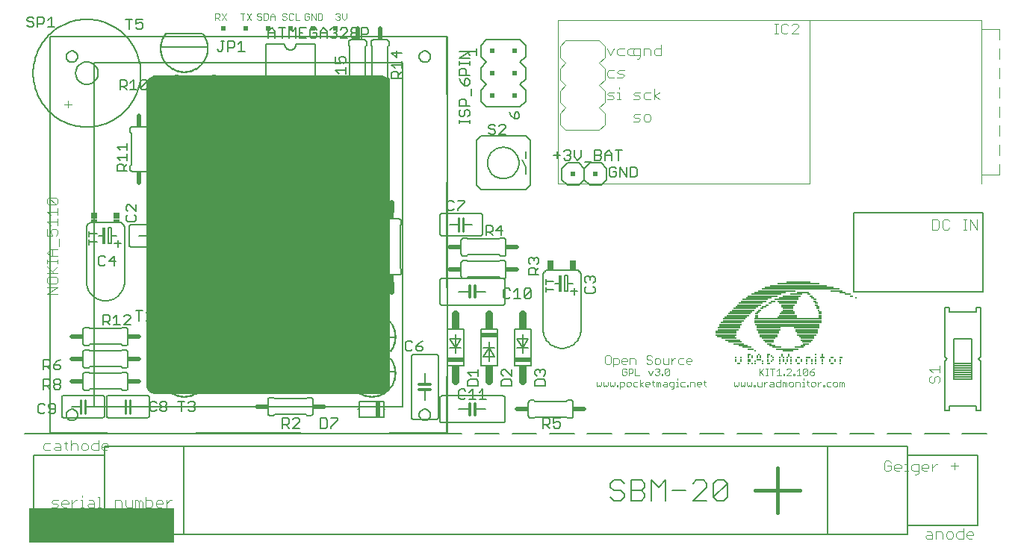
<source format=gto>
G75*
G70*
%OFA0B0*%
%FSLAX24Y24*%
%IPPOS*%
%LPD*%
%AMOC8*
5,1,8,0,0,1.08239X$1,22.5*
%
%ADD10C,0.0050*%
%ADD11R,0.0157X0.0079*%
%ADD12R,0.0079X0.0079*%
%ADD13R,0.0236X0.0079*%
%ADD14R,0.0472X0.0079*%
%ADD15R,0.0315X0.0079*%
%ADD16R,0.1024X0.0079*%
%ADD17R,0.0394X0.0079*%
%ADD18R,0.0630X0.0079*%
%ADD19R,0.0709X0.0079*%
%ADD20R,0.0551X0.0079*%
%ADD21R,0.0787X0.0079*%
%ADD22R,0.0945X0.0079*%
%ADD23R,0.0866X0.0079*%
%ADD24R,0.1102X0.0079*%
%ADD25R,0.1181X0.0079*%
%ADD26R,0.2835X0.0079*%
%ADD27R,0.2913X0.0079*%
%ADD28R,0.2992X0.0079*%
%ADD29R,0.1339X0.0079*%
%ADD30R,0.1417X0.0079*%
%ADD31R,0.1654X0.0079*%
%ADD32R,0.3465X0.0079*%
%ADD33R,0.3071X0.0079*%
%ADD34R,0.2520X0.0079*%
%ADD35R,0.1890X0.0079*%
%ADD36C,0.0030*%
%ADD37C,0.0040*%
%ADD38R,0.6496X0.1575*%
%ADD39R,0.0118X0.0039*%
%ADD40R,0.0079X0.0039*%
%ADD41R,0.0197X0.0039*%
%ADD42R,0.0315X0.0039*%
%ADD43R,0.0276X0.0039*%
%ADD44R,0.0354X0.0039*%
%ADD45R,0.0394X0.0039*%
%ADD46R,0.0472X0.0039*%
%ADD47R,0.0551X0.0039*%
%ADD48R,0.0157X0.0039*%
%ADD49R,0.0591X0.0039*%
%ADD50R,0.0866X0.0039*%
%ADD51R,0.0906X0.0039*%
%ADD52R,0.0945X0.0039*%
%ADD53R,0.0827X0.0039*%
%ADD54R,0.0984X0.0039*%
%ADD55R,0.1024X0.0039*%
%ADD56R,0.1181X0.0039*%
%ADD57R,0.1220X0.0039*%
%ADD58R,0.1063X0.0039*%
%ADD59R,0.1102X0.0039*%
%ADD60R,0.2283X0.0039*%
%ADD61R,0.2244X0.0039*%
%ADD62R,0.2205X0.0039*%
%ADD63R,0.2165X0.0039*%
%ADD64R,0.2362X0.0039*%
%ADD65R,0.2402X0.0039*%
%ADD66R,0.2441X0.0039*%
%ADD67R,0.2520X0.0039*%
%ADD68R,0.2559X0.0039*%
%ADD69R,0.2598X0.0039*%
%ADD70R,0.2638X0.0039*%
%ADD71R,0.0512X0.0039*%
%ADD72R,0.0787X0.0039*%
%ADD73R,0.0630X0.0039*%
%ADD74R,0.0236X0.0039*%
%ADD75C,0.0060*%
%ADD76C,0.0020*%
%ADD77C,0.0100*%
%ADD78C,0.0200*%
%ADD79R,0.0150X0.0200*%
%ADD80C,0.0335*%
%ADD81R,0.0736X0.0200*%
%ADD82R,0.0335X0.0250*%
%ADD83C,0.0010*%
%ADD84R,0.0200X0.0150*%
%ADD85R,0.0200X0.0200*%
%ADD86C,0.0080*%
%ADD87R,0.0200X0.0700*%
%ADD88C,0.0240*%
%ADD89R,0.0240X0.0340*%
%ADD90C,0.0120*%
%ADD91C,0.0031*%
%ADD92R,0.0300X0.0150*%
%ADD93R,0.0300X0.0300*%
%ADD94R,0.0170X0.0740*%
%ADD95C,0.0160*%
D10*
X000573Y001083D02*
X003723Y001083D01*
X003723Y000689D01*
X007266Y000689D01*
X007266Y004626D01*
X003723Y004626D01*
X003723Y004232D01*
X000573Y004232D01*
X000573Y001083D01*
X003723Y001083D02*
X003723Y004232D01*
X003518Y005196D02*
X004601Y005196D01*
X005191Y005196D02*
X006274Y005196D01*
X006864Y005196D02*
X007947Y005196D01*
X007780Y005219D02*
X012504Y005219D01*
X012427Y005444D02*
X012126Y005444D01*
X012427Y005745D01*
X012427Y005820D01*
X012352Y005895D01*
X012201Y005895D01*
X012126Y005820D01*
X011966Y005820D02*
X011966Y005670D01*
X011891Y005595D01*
X011666Y005595D01*
X011816Y005595D02*
X011966Y005444D01*
X011884Y005196D02*
X012967Y005196D01*
X013370Y005434D02*
X013595Y005434D01*
X013670Y005510D01*
X013670Y005810D01*
X013595Y005885D01*
X013370Y005885D01*
X013370Y005434D01*
X013557Y005196D02*
X014640Y005196D01*
X015231Y005196D02*
X016313Y005196D01*
X016441Y005219D02*
X019000Y005219D01*
X019000Y007779D01*
X019941Y007924D02*
X020391Y007924D01*
X020391Y007774D02*
X020391Y008074D01*
X020091Y007774D02*
X019941Y007924D01*
X020016Y007614D02*
X019941Y007539D01*
X019941Y007314D01*
X020391Y007314D01*
X020391Y007539D01*
X020316Y007614D01*
X020016Y007614D01*
X020145Y007185D02*
X020145Y006734D01*
X019995Y006734D02*
X020295Y006734D01*
X020456Y006734D02*
X020756Y006734D01*
X020606Y006734D02*
X020606Y007185D01*
X020456Y007035D01*
X020145Y007185D02*
X019995Y007035D01*
X019835Y007110D02*
X019760Y007185D01*
X019610Y007185D01*
X019535Y007110D01*
X019535Y006810D01*
X019610Y006734D01*
X019760Y006734D01*
X019835Y006810D01*
X021441Y007314D02*
X021441Y007539D01*
X021516Y007614D01*
X021816Y007614D01*
X021891Y007539D01*
X021891Y007314D01*
X021441Y007314D01*
X021516Y007774D02*
X021441Y007849D01*
X021441Y007999D01*
X021516Y008074D01*
X021591Y008074D01*
X021891Y007774D01*
X021891Y008074D01*
X022941Y007999D02*
X023016Y008074D01*
X023091Y008074D01*
X023166Y007999D01*
X023241Y008074D01*
X023316Y008074D01*
X023391Y007999D01*
X023391Y007849D01*
X023316Y007774D01*
X023316Y007614D02*
X023016Y007614D01*
X022941Y007539D01*
X022941Y007314D01*
X023391Y007314D01*
X023391Y007539D01*
X023316Y007614D01*
X023016Y007774D02*
X022941Y007849D01*
X022941Y007999D01*
X023166Y007999D02*
X023166Y007924D01*
X023291Y005895D02*
X023516Y005895D01*
X023591Y005820D01*
X023591Y005670D01*
X023516Y005595D01*
X023291Y005595D01*
X023441Y005595D02*
X023591Y005444D01*
X023751Y005520D02*
X023826Y005444D01*
X023977Y005444D01*
X024052Y005520D01*
X024052Y005670D01*
X023977Y005745D01*
X023902Y005745D01*
X023751Y005670D01*
X023751Y005895D01*
X024052Y005895D01*
X023291Y005895D02*
X023291Y005444D01*
X023006Y005196D02*
X021923Y005196D01*
X021333Y005196D02*
X020250Y005196D01*
X019660Y005196D02*
X018577Y005196D01*
X019016Y005200D02*
X001299Y005200D01*
X001299Y022916D01*
X019016Y022916D01*
X019016Y005200D01*
X017986Y005196D02*
X016904Y005196D01*
X017766Y006034D02*
X017768Y006065D01*
X017774Y006096D01*
X017784Y006126D01*
X017797Y006154D01*
X017814Y006181D01*
X017834Y006205D01*
X017857Y006227D01*
X017882Y006245D01*
X017910Y006260D01*
X017939Y006272D01*
X017969Y006280D01*
X018000Y006284D01*
X018032Y006284D01*
X018063Y006280D01*
X018093Y006272D01*
X018122Y006260D01*
X018150Y006245D01*
X018175Y006227D01*
X018198Y006205D01*
X018218Y006181D01*
X018235Y006154D01*
X018248Y006126D01*
X018258Y006096D01*
X018264Y006065D01*
X018266Y006034D01*
X018264Y006003D01*
X018258Y005972D01*
X018248Y005942D01*
X018235Y005914D01*
X018218Y005887D01*
X018198Y005863D01*
X018175Y005841D01*
X018150Y005823D01*
X018122Y005808D01*
X018093Y005796D01*
X018063Y005788D01*
X018032Y005784D01*
X018000Y005784D01*
X017969Y005788D01*
X017939Y005796D01*
X017910Y005808D01*
X017882Y005823D01*
X017857Y005841D01*
X017834Y005863D01*
X017814Y005887D01*
X017797Y005914D01*
X017784Y005942D01*
X017774Y005972D01*
X017768Y006003D01*
X017766Y006034D01*
X017032Y006401D02*
X017032Y021755D01*
X003252Y021755D01*
X003252Y006401D01*
X017032Y006401D01*
X016244Y007044D02*
X016182Y007015D01*
X016116Y006997D01*
X016047Y006991D01*
X006008Y006991D01*
X005940Y006997D01*
X005873Y007015D01*
X005811Y007044D01*
X005755Y007083D01*
X005707Y007132D01*
X005667Y007188D01*
X005638Y007250D01*
X005620Y007316D01*
X005614Y007385D01*
X005614Y020771D01*
X005620Y020839D01*
X005638Y020905D01*
X005667Y020968D01*
X005707Y021024D01*
X005755Y021072D01*
X005811Y021112D01*
X005873Y021141D01*
X005940Y021158D01*
X006008Y021164D01*
X016047Y021164D01*
X016116Y021158D01*
X016182Y021141D01*
X016244Y021112D01*
X016301Y021072D01*
X016349Y021024D01*
X016388Y020968D01*
X016417Y020905D01*
X016435Y020839D01*
X016441Y020771D01*
X016441Y007385D01*
X016435Y007316D01*
X016417Y007250D01*
X016388Y007188D01*
X016349Y007132D01*
X016301Y007083D01*
X016244Y007044D01*
X016206Y007026D02*
X005850Y007026D01*
X005768Y007074D02*
X016288Y007074D01*
X016340Y007123D02*
X005715Y007123D01*
X005679Y007171D02*
X016377Y007171D01*
X016403Y007220D02*
X005652Y007220D01*
X005633Y007268D02*
X016422Y007268D01*
X016435Y007317D02*
X005620Y007317D01*
X005616Y007365D02*
X016439Y007365D01*
X016441Y007414D02*
X005614Y007414D01*
X005614Y007462D02*
X016441Y007462D01*
X016441Y007511D02*
X005614Y007511D01*
X005614Y007559D02*
X016441Y007559D01*
X016441Y007608D02*
X005614Y007608D01*
X005614Y007656D02*
X016441Y007656D01*
X016441Y007705D02*
X005614Y007705D01*
X005614Y007753D02*
X016441Y007753D01*
X016441Y007802D02*
X005614Y007802D01*
X005614Y007850D02*
X016441Y007850D01*
X016441Y007899D02*
X005614Y007899D01*
X005614Y007947D02*
X016441Y007947D01*
X016441Y007996D02*
X005614Y007996D01*
X005614Y008044D02*
X016441Y008044D01*
X016441Y008093D02*
X005614Y008093D01*
X005614Y008141D02*
X016441Y008141D01*
X016441Y008190D02*
X005614Y008190D01*
X005614Y008238D02*
X016441Y008238D01*
X016441Y008287D02*
X005614Y008287D01*
X005614Y008335D02*
X016441Y008335D01*
X016441Y008384D02*
X005614Y008384D01*
X005614Y008432D02*
X016441Y008432D01*
X016441Y008481D02*
X005614Y008481D01*
X005614Y008529D02*
X016441Y008529D01*
X016466Y008559D02*
X014816Y008559D01*
X014816Y008884D02*
X016466Y008884D01*
X016441Y008869D02*
X005614Y008869D01*
X005614Y008917D02*
X016441Y008917D01*
X016441Y008966D02*
X005614Y008966D01*
X005614Y009014D02*
X016441Y009014D01*
X016441Y009063D02*
X005614Y009063D01*
X005614Y009111D02*
X016441Y009111D01*
X016441Y009160D02*
X005614Y009160D01*
X005614Y009208D02*
X016441Y009208D01*
X016441Y009257D02*
X005614Y009257D01*
X005614Y009305D02*
X016441Y009305D01*
X016441Y009354D02*
X005614Y009354D01*
X005614Y009402D02*
X016441Y009402D01*
X016441Y009451D02*
X005614Y009451D01*
X005614Y009499D02*
X016441Y009499D01*
X016441Y009548D02*
X005614Y009548D01*
X005614Y009596D02*
X016441Y009596D01*
X016441Y009645D02*
X005614Y009645D01*
X005614Y009693D02*
X016441Y009693D01*
X016441Y009742D02*
X005614Y009742D01*
X005614Y009790D02*
X016441Y009790D01*
X016441Y009839D02*
X005614Y009839D01*
X005614Y009887D02*
X016441Y009887D01*
X016441Y009936D02*
X005614Y009936D01*
X005614Y009984D02*
X016441Y009984D01*
X016441Y010033D02*
X005614Y010033D01*
X005614Y010081D02*
X016441Y010081D01*
X016441Y010130D02*
X005614Y010130D01*
X005614Y010178D02*
X016441Y010178D01*
X016441Y010227D02*
X005614Y010227D01*
X005581Y010234D02*
X005881Y010535D01*
X005881Y010610D01*
X005806Y010685D01*
X005656Y010685D01*
X005581Y010610D01*
X005614Y010615D02*
X016441Y010615D01*
X016441Y010663D02*
X005614Y010663D01*
X005614Y010712D02*
X016441Y010712D01*
X016441Y010760D02*
X005614Y010760D01*
X005614Y010809D02*
X016441Y010809D01*
X016441Y010857D02*
X005614Y010857D01*
X005614Y010906D02*
X016441Y010906D01*
X016441Y010954D02*
X005614Y010954D01*
X005614Y011003D02*
X016441Y011003D01*
X016441Y011051D02*
X005614Y011051D01*
X005614Y011100D02*
X016441Y011100D01*
X016441Y011148D02*
X005614Y011148D01*
X005614Y011197D02*
X016441Y011197D01*
X016441Y011245D02*
X005614Y011245D01*
X005614Y011294D02*
X016441Y011294D01*
X016441Y011342D02*
X005614Y011342D01*
X005614Y011391D02*
X016441Y011391D01*
X016441Y011439D02*
X005614Y011439D01*
X005614Y011488D02*
X016441Y011488D01*
X016441Y011536D02*
X005614Y011536D01*
X005614Y011585D02*
X016441Y011585D01*
X016441Y011633D02*
X005614Y011633D01*
X005614Y011682D02*
X016441Y011682D01*
X016441Y011730D02*
X005614Y011730D01*
X005614Y011779D02*
X016441Y011779D01*
X016441Y011827D02*
X005614Y011827D01*
X005614Y011876D02*
X016441Y011876D01*
X016441Y011924D02*
X005614Y011924D01*
X005614Y011973D02*
X016441Y011973D01*
X016441Y012021D02*
X005614Y012021D01*
X005614Y012070D02*
X016441Y012070D01*
X016441Y012118D02*
X005614Y012118D01*
X005614Y012167D02*
X016441Y012167D01*
X016441Y012215D02*
X005614Y012215D01*
X005614Y012264D02*
X016441Y012264D01*
X016441Y012312D02*
X005614Y012312D01*
X005614Y012361D02*
X016441Y012361D01*
X016441Y012409D02*
X005614Y012409D01*
X005614Y012458D02*
X016441Y012458D01*
X016441Y012506D02*
X005614Y012506D01*
X005614Y012555D02*
X016441Y012555D01*
X016441Y012603D02*
X005614Y012603D01*
X005614Y012652D02*
X016441Y012652D01*
X016441Y012700D02*
X005614Y012700D01*
X005614Y012749D02*
X016441Y012749D01*
X016441Y012797D02*
X005614Y012797D01*
X005614Y012846D02*
X016441Y012846D01*
X016441Y012894D02*
X005614Y012894D01*
X005614Y012943D02*
X016441Y012943D01*
X016441Y012991D02*
X005614Y012991D01*
X005614Y013040D02*
X016441Y013040D01*
X016441Y013088D02*
X005614Y013088D01*
X005614Y013137D02*
X016441Y013137D01*
X016441Y013185D02*
X005614Y013185D01*
X005614Y013234D02*
X016441Y013234D01*
X016441Y013282D02*
X005614Y013282D01*
X005614Y013331D02*
X016441Y013331D01*
X016441Y013379D02*
X005614Y013379D01*
X005614Y013428D02*
X016441Y013428D01*
X016441Y013476D02*
X005614Y013476D01*
X005614Y013525D02*
X016441Y013525D01*
X016441Y013573D02*
X005614Y013573D01*
X005614Y013622D02*
X016441Y013622D01*
X016441Y013670D02*
X005614Y013670D01*
X005614Y013719D02*
X016441Y013719D01*
X016441Y013767D02*
X005614Y013767D01*
X005614Y013816D02*
X016441Y013816D01*
X016441Y013864D02*
X005614Y013864D01*
X005614Y013913D02*
X016441Y013913D01*
X016441Y013961D02*
X005614Y013961D01*
X005614Y014010D02*
X016441Y014010D01*
X016441Y014058D02*
X005614Y014058D01*
X005614Y014107D02*
X016441Y014107D01*
X016441Y014155D02*
X005614Y014155D01*
X005614Y014204D02*
X016441Y014204D01*
X016441Y014252D02*
X005614Y014252D01*
X005614Y014301D02*
X016441Y014301D01*
X016441Y014349D02*
X005614Y014349D01*
X005614Y014398D02*
X016441Y014398D01*
X016441Y014446D02*
X005614Y014446D01*
X005614Y014495D02*
X016441Y014495D01*
X016441Y014543D02*
X005614Y014543D01*
X005614Y014592D02*
X016441Y014592D01*
X016441Y014640D02*
X005614Y014640D01*
X005614Y014689D02*
X016441Y014689D01*
X016441Y014737D02*
X005614Y014737D01*
X005614Y014786D02*
X016441Y014786D01*
X016441Y014834D02*
X005614Y014834D01*
X005614Y014883D02*
X016441Y014883D01*
X016441Y014931D02*
X005614Y014931D01*
X005614Y014980D02*
X016441Y014980D01*
X016441Y015028D02*
X005614Y015028D01*
X005614Y015077D02*
X016441Y015077D01*
X016441Y015125D02*
X005614Y015125D01*
X005614Y015174D02*
X016441Y015174D01*
X016441Y015222D02*
X005614Y015222D01*
X005614Y015271D02*
X016441Y015271D01*
X016441Y015319D02*
X005614Y015319D01*
X005614Y015368D02*
X016441Y015368D01*
X016441Y015416D02*
X005614Y015416D01*
X005614Y015465D02*
X016441Y015465D01*
X016441Y015513D02*
X005614Y015513D01*
X005614Y015562D02*
X016441Y015562D01*
X016441Y015610D02*
X005614Y015610D01*
X005614Y015659D02*
X016441Y015659D01*
X016441Y015707D02*
X005614Y015707D01*
X005614Y015756D02*
X016441Y015756D01*
X016441Y015804D02*
X005614Y015804D01*
X005614Y015853D02*
X016441Y015853D01*
X016441Y015901D02*
X005614Y015901D01*
X005614Y015950D02*
X016441Y015950D01*
X016441Y015998D02*
X005614Y015998D01*
X005614Y016047D02*
X016441Y016047D01*
X016441Y016095D02*
X005614Y016095D01*
X005614Y016144D02*
X016441Y016144D01*
X016441Y016192D02*
X005614Y016192D01*
X005614Y016241D02*
X016441Y016241D01*
X016441Y016289D02*
X005614Y016289D01*
X005614Y016338D02*
X016441Y016338D01*
X016441Y016386D02*
X005614Y016386D01*
X005614Y016435D02*
X016441Y016435D01*
X016441Y016483D02*
X005614Y016483D01*
X005614Y016532D02*
X016441Y016532D01*
X016441Y016580D02*
X005614Y016580D01*
X005614Y016629D02*
X016441Y016629D01*
X016441Y016677D02*
X005614Y016677D01*
X005614Y016726D02*
X016441Y016726D01*
X016441Y016774D02*
X005614Y016774D01*
X005614Y016823D02*
X016441Y016823D01*
X016441Y016871D02*
X005614Y016871D01*
X005614Y016920D02*
X016441Y016920D01*
X016441Y016968D02*
X005614Y016968D01*
X005614Y017017D02*
X016441Y017017D01*
X016441Y017065D02*
X005614Y017065D01*
X005614Y017114D02*
X016441Y017114D01*
X016441Y017162D02*
X005614Y017162D01*
X005614Y017211D02*
X016441Y017211D01*
X016441Y017259D02*
X005614Y017259D01*
X005614Y017308D02*
X016441Y017308D01*
X016441Y017356D02*
X005614Y017356D01*
X005614Y017405D02*
X016441Y017405D01*
X016441Y017453D02*
X005614Y017453D01*
X005614Y017502D02*
X016441Y017502D01*
X016441Y017550D02*
X005614Y017550D01*
X005614Y017599D02*
X016441Y017599D01*
X016441Y017647D02*
X005614Y017647D01*
X005614Y017696D02*
X016441Y017696D01*
X016441Y017744D02*
X005614Y017744D01*
X005614Y017793D02*
X016441Y017793D01*
X016441Y017841D02*
X005614Y017841D01*
X005614Y017890D02*
X016441Y017890D01*
X016441Y017938D02*
X005614Y017938D01*
X005614Y017987D02*
X016441Y017987D01*
X016441Y018035D02*
X005614Y018035D01*
X005614Y018084D02*
X016441Y018084D01*
X016441Y018132D02*
X005614Y018132D01*
X005614Y018181D02*
X016441Y018181D01*
X016441Y018229D02*
X005614Y018229D01*
X005614Y018278D02*
X016441Y018278D01*
X016441Y018326D02*
X005614Y018326D01*
X005614Y018375D02*
X016441Y018375D01*
X016441Y018423D02*
X005614Y018423D01*
X005614Y018472D02*
X016441Y018472D01*
X016441Y018520D02*
X005614Y018520D01*
X005614Y018569D02*
X016441Y018569D01*
X016441Y018617D02*
X005614Y018617D01*
X005614Y018666D02*
X016441Y018666D01*
X016441Y018714D02*
X005614Y018714D01*
X005614Y018763D02*
X016441Y018763D01*
X016441Y018811D02*
X005614Y018811D01*
X005614Y018860D02*
X016441Y018860D01*
X016441Y018908D02*
X005614Y018908D01*
X005614Y018957D02*
X016441Y018957D01*
X016441Y019005D02*
X005614Y019005D01*
X005614Y019054D02*
X016441Y019054D01*
X016441Y019102D02*
X005614Y019102D01*
X005614Y019151D02*
X016441Y019151D01*
X016441Y019199D02*
X005614Y019199D01*
X005614Y019248D02*
X016441Y019248D01*
X016441Y019296D02*
X005614Y019296D01*
X005614Y019345D02*
X016441Y019345D01*
X016441Y019393D02*
X005614Y019393D01*
X005614Y019442D02*
X016441Y019442D01*
X016441Y019490D02*
X005614Y019490D01*
X005614Y019539D02*
X016441Y019539D01*
X016441Y019587D02*
X005614Y019587D01*
X005614Y019636D02*
X016441Y019636D01*
X016441Y019684D02*
X005614Y019684D01*
X005614Y019733D02*
X016441Y019733D01*
X016441Y019781D02*
X005614Y019781D01*
X005614Y019830D02*
X016441Y019830D01*
X016441Y019878D02*
X005614Y019878D01*
X005614Y019927D02*
X016441Y019927D01*
X016441Y019975D02*
X005614Y019975D01*
X005614Y020024D02*
X016441Y020024D01*
X016441Y020072D02*
X005614Y020072D01*
X005614Y020121D02*
X016441Y020121D01*
X016441Y020169D02*
X005614Y020169D01*
X005614Y020218D02*
X016441Y020218D01*
X016441Y020266D02*
X005614Y020266D01*
X005614Y020315D02*
X016441Y020315D01*
X016441Y020363D02*
X005614Y020363D01*
X005614Y020412D02*
X016441Y020412D01*
X016441Y020460D02*
X005614Y020460D01*
X005614Y020509D02*
X016441Y020509D01*
X016441Y020557D02*
X005614Y020557D01*
X005614Y020606D02*
X016441Y020606D01*
X016441Y020654D02*
X005614Y020654D01*
X005631Y020625D02*
X005556Y020549D01*
X005406Y020549D01*
X005331Y020625D01*
X005631Y020925D01*
X005631Y020625D01*
X005614Y020703D02*
X016441Y020703D01*
X016441Y020751D02*
X005614Y020751D01*
X005617Y020800D02*
X016439Y020800D01*
X016433Y020848D02*
X005623Y020848D01*
X005636Y020897D02*
X016420Y020897D01*
X016399Y020945D02*
X005657Y020945D01*
X005631Y020925D02*
X005556Y021000D01*
X005406Y021000D01*
X005331Y020925D01*
X005331Y020625D01*
X005170Y020549D02*
X004870Y020549D01*
X005020Y020549D02*
X005020Y021000D01*
X004870Y020850D01*
X004710Y020925D02*
X004710Y020775D01*
X004635Y020700D01*
X004410Y020700D01*
X004560Y020700D02*
X004710Y020549D01*
X004410Y020549D02*
X004410Y021000D01*
X004635Y021000D01*
X004710Y020925D01*
X005686Y020994D02*
X016370Y020994D01*
X016330Y021042D02*
X005725Y021042D01*
X005782Y021091D02*
X016274Y021091D01*
X016185Y021139D02*
X005871Y021139D01*
X006441Y020059D02*
X008091Y020059D01*
X008741Y019699D02*
X008966Y019474D01*
X008966Y019774D01*
X009191Y019699D02*
X008741Y019699D01*
X008315Y019459D02*
X007819Y019459D01*
X007713Y019459D01*
X006819Y019459D01*
X006713Y019459D01*
X006217Y019459D01*
X006312Y019847D02*
X006339Y019903D01*
X006370Y019957D01*
X006404Y020009D01*
X006441Y020059D01*
X008315Y019459D02*
X008316Y019395D01*
X008313Y019331D01*
X008306Y019267D01*
X008296Y019204D01*
X008281Y019142D01*
X008263Y019081D01*
X008241Y019020D01*
X008216Y018962D01*
X008245Y018750D02*
X008470Y018750D01*
X008545Y018675D01*
X008545Y018525D01*
X008470Y018450D01*
X008245Y018450D01*
X008395Y018450D02*
X008545Y018299D01*
X008706Y018375D02*
X008781Y018299D01*
X008931Y018299D01*
X009006Y018375D01*
X009006Y018675D01*
X008931Y018750D01*
X008781Y018750D01*
X008706Y018675D01*
X008706Y018600D01*
X008781Y018525D01*
X009006Y018525D01*
X008741Y019014D02*
X008741Y019314D01*
X008741Y019164D02*
X009191Y019164D01*
X008245Y018750D02*
X008245Y018299D01*
X008216Y019856D02*
X008189Y019910D01*
X008159Y019961D01*
X008126Y020011D01*
X008091Y020059D01*
X006217Y019459D02*
X006216Y019395D01*
X006219Y019331D01*
X006226Y019267D01*
X006236Y019204D01*
X006251Y019142D01*
X006269Y019081D01*
X006291Y019020D01*
X006316Y018962D01*
X008315Y019459D02*
X008310Y019518D01*
X008303Y019576D01*
X008292Y019634D01*
X008277Y019691D01*
X008260Y019747D01*
X008240Y019802D01*
X008216Y019856D01*
X008216Y018962D02*
X008187Y018905D01*
X008154Y018849D01*
X008119Y018796D01*
X008079Y018745D01*
X008037Y018697D01*
X007992Y018651D01*
X007945Y018608D01*
X007895Y018568D01*
X007842Y018531D01*
X007787Y018498D01*
X007731Y018467D01*
X007672Y018441D01*
X007612Y018418D01*
X007551Y018398D01*
X007489Y018383D01*
X007426Y018371D01*
X007362Y018363D01*
X007298Y018359D01*
X007234Y018359D01*
X007170Y018363D01*
X007106Y018371D01*
X007043Y018383D01*
X006981Y018398D01*
X006920Y018418D01*
X006860Y018441D01*
X006801Y018467D01*
X006745Y018498D01*
X006690Y018531D01*
X006637Y018568D01*
X006587Y018608D01*
X006540Y018651D01*
X006495Y018697D01*
X006453Y018745D01*
X006413Y018796D01*
X006378Y018849D01*
X006345Y018905D01*
X006316Y018962D01*
X006217Y019459D02*
X006222Y019518D01*
X006229Y019576D01*
X006240Y019634D01*
X006255Y019691D01*
X006272Y019747D01*
X006292Y019802D01*
X006316Y019856D01*
X004731Y018155D02*
X004731Y017855D01*
X004731Y018005D02*
X004281Y018005D01*
X004431Y017855D01*
X004731Y017695D02*
X004731Y017395D01*
X004731Y017545D02*
X004281Y017545D01*
X004431Y017395D01*
X004506Y017235D02*
X004581Y017160D01*
X004581Y016934D01*
X004731Y016934D02*
X004281Y016934D01*
X004281Y017160D01*
X004356Y017235D01*
X004506Y017235D01*
X004581Y017085D02*
X004731Y017235D01*
X005891Y017285D02*
X005891Y016985D01*
X005966Y016909D01*
X006116Y016909D01*
X006191Y016985D01*
X006351Y016909D02*
X006652Y016909D01*
X006502Y016909D02*
X006502Y017360D01*
X006351Y017210D01*
X006191Y017285D02*
X006116Y017360D01*
X005966Y017360D01*
X005891Y017285D01*
X005141Y015420D02*
X005141Y015120D01*
X004841Y015420D01*
X004766Y015420D01*
X004691Y015345D01*
X004691Y015195D01*
X004766Y015120D01*
X004766Y014960D02*
X004691Y014885D01*
X004691Y014735D01*
X004766Y014659D01*
X005066Y014659D01*
X005141Y014735D01*
X005141Y014885D01*
X005066Y014960D01*
X003381Y014114D02*
X003041Y014114D01*
X003041Y014227D02*
X003041Y014000D01*
X003041Y013868D02*
X003041Y013641D01*
X003041Y013755D02*
X003381Y013755D01*
X003541Y013135D02*
X003466Y013060D01*
X003466Y012760D01*
X003541Y012684D01*
X003691Y012684D01*
X003766Y012760D01*
X003926Y012910D02*
X004227Y012910D01*
X004152Y013135D02*
X004152Y012684D01*
X003926Y012910D02*
X004152Y013135D01*
X003766Y013060D02*
X003691Y013135D01*
X003541Y013135D01*
X001284Y011716D02*
X001284Y016440D01*
X007370Y015010D02*
X007370Y014710D01*
X007445Y014634D01*
X007595Y014634D01*
X007670Y014710D01*
X007670Y015010D01*
X007595Y015085D01*
X007445Y015085D01*
X007370Y015010D01*
X007520Y014785D02*
X007670Y014634D01*
X007831Y014634D02*
X008131Y014634D01*
X007981Y014634D02*
X007981Y015085D01*
X007831Y014935D01*
X008770Y014710D02*
X008770Y014410D01*
X008845Y014334D01*
X008995Y014334D01*
X009070Y014410D01*
X009231Y014410D02*
X009306Y014334D01*
X009456Y014334D01*
X009531Y014410D01*
X009531Y014560D01*
X009456Y014635D01*
X009381Y014635D01*
X009231Y014560D01*
X009231Y014785D01*
X009531Y014785D01*
X009070Y014710D02*
X008995Y014785D01*
X008845Y014785D01*
X008770Y014710D01*
X015166Y011710D02*
X015466Y011710D01*
X015316Y011710D02*
X015316Y011259D01*
X015626Y011259D02*
X015927Y011259D01*
X015777Y011259D02*
X015777Y011710D01*
X015626Y011560D01*
X016441Y010566D02*
X005614Y010566D01*
X005614Y010518D02*
X016441Y010518D01*
X016441Y010469D02*
X005614Y010469D01*
X005614Y010421D02*
X016441Y010421D01*
X016441Y010372D02*
X005614Y010372D01*
X005614Y010324D02*
X016441Y010324D01*
X016441Y010275D02*
X005614Y010275D01*
X005581Y010234D02*
X005881Y010234D01*
X006217Y009959D02*
X006713Y009959D01*
X006819Y009959D01*
X007713Y009959D01*
X007819Y009959D01*
X008315Y009959D01*
X008091Y010559D02*
X006441Y010559D01*
X005420Y010685D02*
X005120Y010685D01*
X005270Y010685D02*
X005270Y010234D01*
X004881Y010350D02*
X004881Y010425D01*
X004806Y010500D01*
X004656Y010500D01*
X004581Y010425D01*
X004881Y010350D02*
X004581Y010049D01*
X004881Y010049D01*
X004420Y010049D02*
X004120Y010049D01*
X004270Y010049D02*
X004270Y010500D01*
X004120Y010350D01*
X003960Y010425D02*
X003960Y010275D01*
X003885Y010200D01*
X003660Y010200D01*
X003810Y010200D02*
X003960Y010049D01*
X003660Y010049D02*
X003660Y010500D01*
X003885Y010500D01*
X003960Y010425D01*
X005614Y008820D02*
X016441Y008820D01*
X016441Y008772D02*
X005614Y008772D01*
X005614Y008723D02*
X016441Y008723D01*
X016441Y008675D02*
X005614Y008675D01*
X005614Y008626D02*
X016441Y008626D01*
X016441Y008578D02*
X005614Y008578D01*
X006441Y008559D02*
X008091Y008559D01*
X008315Y007959D02*
X007819Y007959D01*
X007713Y007959D01*
X006819Y007959D01*
X006713Y007959D01*
X006217Y007959D01*
X006281Y006635D02*
X006431Y006635D01*
X006506Y006560D01*
X006506Y006485D01*
X006431Y006410D01*
X006281Y006410D01*
X006206Y006485D01*
X006206Y006560D01*
X006281Y006635D01*
X006281Y006410D02*
X006206Y006335D01*
X006206Y006260D01*
X006281Y006184D01*
X006431Y006184D01*
X006506Y006260D01*
X006506Y006335D01*
X006431Y006410D01*
X006045Y006560D02*
X005970Y006635D01*
X005820Y006635D01*
X005745Y006560D01*
X005745Y006260D01*
X005820Y006184D01*
X005970Y006184D01*
X006045Y006260D01*
X006995Y006635D02*
X007295Y006635D01*
X007145Y006635D02*
X007145Y006184D01*
X007456Y006260D02*
X007531Y006184D01*
X007681Y006184D01*
X007756Y006260D01*
X007756Y006335D01*
X007681Y006410D01*
X007606Y006410D01*
X007681Y006410D02*
X007756Y006485D01*
X007756Y006560D01*
X007681Y006635D01*
X007531Y006635D01*
X007456Y006560D01*
X008538Y005196D02*
X009620Y005196D01*
X010211Y005196D02*
X011294Y005196D01*
X011666Y005444D02*
X011666Y005895D01*
X011891Y005895D01*
X011966Y005820D01*
X013831Y005885D02*
X014131Y005885D01*
X014131Y005810D01*
X013831Y005510D01*
X013831Y005434D01*
X013781Y007859D02*
X013931Y007859D01*
X014006Y007935D01*
X014006Y008010D01*
X013931Y008085D01*
X013706Y008085D01*
X013706Y007935D01*
X013781Y007859D01*
X013706Y008085D02*
X013856Y008235D01*
X014006Y008310D01*
X013545Y008310D02*
X013245Y008310D01*
X013395Y008310D02*
X013395Y007859D01*
X012552Y008069D02*
X012251Y008069D01*
X012402Y008069D02*
X012402Y008520D01*
X012251Y008370D01*
X012091Y008445D02*
X012091Y008295D01*
X012016Y008220D01*
X011791Y008220D01*
X011941Y008220D02*
X012091Y008069D01*
X011791Y008069D02*
X011791Y008520D01*
X012016Y008520D01*
X012091Y008445D01*
X014592Y007959D02*
X015088Y007959D01*
X015194Y007959D01*
X016088Y007959D01*
X016194Y007959D01*
X016690Y007959D01*
X017241Y008884D02*
X017391Y008884D01*
X017466Y008960D01*
X017626Y008960D02*
X017626Y009110D01*
X017852Y009110D01*
X017927Y009035D01*
X017927Y008960D01*
X017852Y008884D01*
X017701Y008884D01*
X017626Y008960D01*
X017626Y009110D02*
X017777Y009260D01*
X017927Y009335D01*
X017466Y009260D02*
X017391Y009335D01*
X017241Y009335D01*
X017166Y009260D01*
X017166Y008960D01*
X017241Y008884D01*
X016690Y009484D02*
X016194Y009484D01*
X016088Y009484D01*
X015194Y009484D01*
X015088Y009484D01*
X014592Y009484D01*
X019000Y011716D02*
X019000Y016440D01*
X019091Y015610D02*
X019016Y015535D01*
X019016Y015235D01*
X019091Y015159D01*
X019241Y015159D01*
X019316Y015235D01*
X019476Y015235D02*
X019476Y015159D01*
X019476Y015235D02*
X019777Y015535D01*
X019777Y015610D01*
X019476Y015610D01*
X019316Y015535D02*
X019241Y015610D01*
X019091Y015610D01*
X020745Y014500D02*
X020970Y014500D01*
X021045Y014425D01*
X021045Y014275D01*
X020970Y014200D01*
X020745Y014200D01*
X020895Y014200D02*
X021045Y014049D01*
X021206Y014275D02*
X021506Y014275D01*
X021431Y014500D02*
X021431Y014049D01*
X021206Y014275D02*
X021431Y014500D01*
X020745Y014500D02*
X020745Y014049D01*
X022656Y012995D02*
X022731Y013070D01*
X022806Y013070D01*
X022881Y012995D01*
X022956Y013070D01*
X023031Y013070D01*
X023106Y012995D01*
X023106Y012845D01*
X023031Y012770D01*
X023106Y012610D02*
X022956Y012460D01*
X022956Y012535D02*
X022956Y012309D01*
X023106Y012309D02*
X022656Y012309D01*
X022656Y012535D01*
X022731Y012610D01*
X022881Y012610D01*
X022956Y012535D01*
X022731Y012770D02*
X022656Y012845D01*
X022656Y012995D01*
X022881Y012995D02*
X022881Y012920D01*
X023416Y012102D02*
X023416Y011875D01*
X023416Y011989D02*
X023756Y011989D01*
X023416Y011743D02*
X023416Y011516D01*
X023416Y011630D02*
X023756Y011630D01*
X022756Y011610D02*
X022456Y011310D01*
X022531Y011234D01*
X022681Y011234D01*
X022756Y011310D01*
X022756Y011610D01*
X022681Y011685D01*
X022531Y011685D01*
X022456Y011610D01*
X022456Y011310D01*
X022295Y011234D02*
X021995Y011234D01*
X022145Y011234D02*
X022145Y011685D01*
X021995Y011535D01*
X021835Y011610D02*
X021760Y011685D01*
X021610Y011685D01*
X021535Y011610D01*
X021535Y011310D01*
X021610Y011234D01*
X021760Y011234D01*
X021835Y011310D01*
X025166Y011539D02*
X025241Y011464D01*
X025541Y011464D01*
X025616Y011539D01*
X025616Y011689D01*
X025541Y011764D01*
X025541Y011924D02*
X025616Y011999D01*
X025616Y012149D01*
X025541Y012224D01*
X025466Y012224D01*
X025391Y012149D01*
X025391Y012074D01*
X025391Y012149D02*
X025316Y012224D01*
X025241Y012224D01*
X025166Y012149D01*
X025166Y011999D01*
X025241Y011924D01*
X025241Y011764D02*
X025166Y011689D01*
X025166Y011539D01*
X026336Y016654D02*
X026486Y016654D01*
X026561Y016730D01*
X026561Y016880D01*
X026411Y016880D01*
X026261Y017030D02*
X026261Y016730D01*
X026336Y016654D01*
X026721Y016654D02*
X026721Y017105D01*
X027022Y016654D01*
X027022Y017105D01*
X027182Y017105D02*
X027407Y017105D01*
X027482Y017030D01*
X027482Y016730D01*
X027407Y016654D01*
X027182Y016654D01*
X027182Y017105D01*
X026673Y017404D02*
X026673Y017855D01*
X026523Y017855D02*
X026824Y017855D01*
X026363Y017705D02*
X026363Y017404D01*
X026363Y017630D02*
X026063Y017630D01*
X026063Y017705D02*
X026213Y017855D01*
X026363Y017705D01*
X026063Y017705D02*
X026063Y017404D01*
X025903Y017480D02*
X025828Y017404D01*
X025603Y017404D01*
X025603Y017855D01*
X025828Y017855D01*
X025903Y017780D01*
X025903Y017705D01*
X025828Y017630D01*
X025603Y017630D01*
X025828Y017630D02*
X025903Y017555D01*
X025903Y017480D01*
X025442Y017329D02*
X025142Y017329D01*
X024982Y017555D02*
X024982Y017855D01*
X024682Y017855D02*
X024682Y017555D01*
X024832Y017404D01*
X024982Y017555D01*
X024522Y017555D02*
X024522Y017480D01*
X024447Y017404D01*
X024296Y017404D01*
X024221Y017480D01*
X024372Y017630D02*
X024447Y017630D01*
X024522Y017555D01*
X024447Y017630D02*
X024522Y017705D01*
X024522Y017780D01*
X024447Y017855D01*
X024296Y017855D01*
X024221Y017780D01*
X024061Y017630D02*
X023761Y017630D01*
X023911Y017780D02*
X023911Y017480D01*
X021631Y018559D02*
X021331Y018559D01*
X021631Y018860D01*
X021631Y018935D01*
X021556Y019010D01*
X021406Y019010D01*
X021331Y018935D01*
X021170Y018935D02*
X021095Y019010D01*
X020945Y019010D01*
X020870Y018935D01*
X020870Y018860D01*
X020945Y018785D01*
X021095Y018785D01*
X021170Y018710D01*
X021170Y018635D01*
X021095Y018559D01*
X020945Y018559D01*
X020870Y018635D01*
X020016Y019058D02*
X020016Y019208D01*
X020016Y019133D02*
X019566Y019133D01*
X019566Y019058D02*
X019566Y019208D01*
X019641Y019365D02*
X019716Y019365D01*
X019791Y019440D01*
X019791Y019590D01*
X019866Y019665D01*
X019941Y019665D01*
X020016Y019590D01*
X020016Y019440D01*
X019941Y019365D01*
X019641Y019365D02*
X019566Y019440D01*
X019566Y019590D01*
X019641Y019665D01*
X019566Y019826D02*
X019566Y020051D01*
X019641Y020126D01*
X019791Y020126D01*
X019866Y020051D01*
X019866Y019826D01*
X020016Y019826D02*
X019566Y019826D01*
X020091Y020286D02*
X020091Y020586D01*
X019941Y020746D02*
X020016Y020821D01*
X020016Y020972D01*
X019941Y021047D01*
X019866Y021047D01*
X019791Y020972D01*
X019791Y020746D01*
X019941Y020746D01*
X019791Y020746D02*
X019641Y020896D01*
X019566Y021047D01*
X019566Y021207D02*
X019566Y021432D01*
X019641Y021507D01*
X019791Y021507D01*
X019866Y021432D01*
X019866Y021207D01*
X020016Y021207D02*
X019566Y021207D01*
X019566Y021667D02*
X019566Y021817D01*
X019566Y021742D02*
X020016Y021742D01*
X020016Y021667D02*
X020016Y021817D01*
X020016Y021974D02*
X019566Y021974D01*
X020016Y022274D01*
X019566Y022274D01*
X019891Y022249D02*
X020341Y022249D01*
X020341Y022099D02*
X020341Y022399D01*
X020041Y022099D02*
X019891Y022249D01*
X019000Y022936D02*
X016441Y022936D01*
X015485Y023095D02*
X015410Y023020D01*
X015185Y023020D01*
X015185Y022869D02*
X015185Y023320D01*
X015410Y023320D01*
X015485Y023245D01*
X015485Y023095D01*
X015024Y023170D02*
X014949Y023095D01*
X014799Y023095D01*
X014724Y023170D01*
X014724Y023245D01*
X014799Y023320D01*
X014949Y023320D01*
X015024Y023245D01*
X015024Y023170D01*
X014949Y023095D02*
X015024Y023020D01*
X015024Y022945D01*
X014949Y022869D01*
X014799Y022869D01*
X014724Y022945D01*
X014724Y023020D01*
X014799Y023095D01*
X014564Y023170D02*
X014564Y023245D01*
X014489Y023320D01*
X014339Y023320D01*
X014264Y023245D01*
X014104Y023245D02*
X014104Y023170D01*
X014029Y023095D01*
X014104Y023020D01*
X014104Y022945D01*
X014029Y022869D01*
X013878Y022869D01*
X013803Y022945D01*
X013643Y022869D02*
X013643Y023170D01*
X013493Y023320D01*
X013343Y023170D01*
X013343Y022869D01*
X013183Y022945D02*
X013183Y023095D01*
X013033Y023095D01*
X013183Y023245D02*
X013108Y023320D01*
X012958Y023320D01*
X012883Y023245D01*
X012883Y022945D01*
X012958Y022869D01*
X013108Y022869D01*
X013183Y022945D01*
X013343Y023095D02*
X013643Y023095D01*
X013803Y023245D02*
X013878Y023320D01*
X014029Y023320D01*
X014104Y023245D01*
X014029Y023095D02*
X013953Y023095D01*
X014264Y022869D02*
X014564Y023170D01*
X014564Y022869D02*
X014264Y022869D01*
X012722Y022869D02*
X012422Y022869D01*
X012422Y023320D01*
X012722Y023320D01*
X012572Y023095D02*
X012422Y023095D01*
X012504Y022936D02*
X007780Y022936D01*
X008091Y023059D02*
X006441Y023059D01*
X005427Y023335D02*
X005352Y023259D01*
X005201Y023259D01*
X005126Y023335D01*
X005126Y023485D02*
X005277Y023560D01*
X005352Y023560D01*
X005427Y023485D01*
X005427Y023335D01*
X005126Y023485D02*
X005126Y023710D01*
X005427Y023710D01*
X004966Y023710D02*
X004666Y023710D01*
X004816Y023710D02*
X004816Y023259D01*
X003843Y022936D02*
X001284Y022936D01*
X001284Y020377D01*
X002016Y022034D02*
X002018Y022065D01*
X002024Y022096D01*
X002034Y022126D01*
X002047Y022154D01*
X002064Y022181D01*
X002084Y022205D01*
X002107Y022227D01*
X002132Y022245D01*
X002160Y022260D01*
X002189Y022272D01*
X002219Y022280D01*
X002250Y022284D01*
X002282Y022284D01*
X002313Y022280D01*
X002343Y022272D01*
X002372Y022260D01*
X002400Y022245D01*
X002425Y022227D01*
X002448Y022205D01*
X002468Y022181D01*
X002485Y022154D01*
X002498Y022126D01*
X002508Y022096D01*
X002514Y022065D01*
X002516Y022034D01*
X002514Y022003D01*
X002508Y021972D01*
X002498Y021942D01*
X002485Y021914D01*
X002468Y021887D01*
X002448Y021863D01*
X002425Y021841D01*
X002400Y021823D01*
X002372Y021808D01*
X002343Y021796D01*
X002313Y021788D01*
X002282Y021784D01*
X002250Y021784D01*
X002219Y021788D01*
X002189Y021796D01*
X002160Y021808D01*
X002132Y021823D01*
X002107Y021841D01*
X002084Y021863D01*
X002064Y021887D01*
X002047Y021914D01*
X002034Y021942D01*
X002024Y021972D01*
X002018Y022003D01*
X002016Y022034D01*
X001494Y023355D02*
X001194Y023355D01*
X001344Y023355D02*
X001344Y023805D01*
X001194Y023655D01*
X001034Y023730D02*
X001034Y023580D01*
X000959Y023505D01*
X000733Y023505D01*
X000733Y023355D02*
X000733Y023805D01*
X000959Y023805D01*
X001034Y023730D01*
X000573Y023730D02*
X000498Y023805D01*
X000348Y023805D01*
X000273Y023730D01*
X000273Y023655D01*
X000348Y023580D01*
X000498Y023580D01*
X000573Y023505D01*
X000573Y023430D01*
X000498Y023355D01*
X000348Y023355D01*
X000273Y023430D01*
X006217Y022459D02*
X006713Y022459D01*
X006819Y022459D01*
X007713Y022459D01*
X007819Y022459D01*
X008315Y022459D01*
X008761Y022355D02*
X008836Y022279D01*
X008911Y022279D01*
X008986Y022355D01*
X008986Y022730D01*
X008911Y022730D02*
X009061Y022730D01*
X009221Y022730D02*
X009447Y022730D01*
X009522Y022655D01*
X009522Y022505D01*
X009447Y022430D01*
X009221Y022430D01*
X009221Y022279D02*
X009221Y022730D01*
X009682Y022580D02*
X009832Y022730D01*
X009832Y022279D01*
X009682Y022279D02*
X009982Y022279D01*
X011041Y022869D02*
X011041Y023170D01*
X011191Y023320D01*
X011341Y023170D01*
X011341Y022869D01*
X011341Y023095D02*
X011041Y023095D01*
X011501Y023320D02*
X011802Y023320D01*
X011652Y023320D02*
X011652Y022869D01*
X011962Y022869D02*
X011962Y023320D01*
X012112Y023170D01*
X012262Y023320D01*
X012262Y022869D01*
X014031Y022030D02*
X014031Y021730D01*
X014256Y021730D01*
X014181Y021880D01*
X014181Y021955D01*
X014256Y022030D01*
X014406Y022030D01*
X014481Y021955D01*
X014481Y021805D01*
X014406Y021730D01*
X014481Y021570D02*
X014481Y021270D01*
X014481Y021420D02*
X014031Y021420D01*
X014181Y021270D01*
X014256Y021110D02*
X014331Y021035D01*
X014331Y020809D01*
X014481Y020809D02*
X014031Y020809D01*
X014031Y021035D01*
X014106Y021110D01*
X014256Y021110D01*
X014331Y020960D02*
X014481Y021110D01*
X016531Y021059D02*
X016531Y021285D01*
X016606Y021360D01*
X016756Y021360D01*
X016831Y021285D01*
X016831Y021059D01*
X016981Y021059D02*
X016531Y021059D01*
X016831Y021210D02*
X016981Y021360D01*
X016981Y021520D02*
X016981Y021820D01*
X016981Y021670D02*
X016531Y021670D01*
X016681Y021520D01*
X016756Y021980D02*
X016756Y022280D01*
X016981Y022205D02*
X016531Y022205D01*
X016756Y021980D01*
X017766Y022034D02*
X017768Y022065D01*
X017774Y022096D01*
X017784Y022126D01*
X017797Y022154D01*
X017814Y022181D01*
X017834Y022205D01*
X017857Y022227D01*
X017882Y022245D01*
X017910Y022260D01*
X017939Y022272D01*
X017969Y022280D01*
X018000Y022284D01*
X018032Y022284D01*
X018063Y022280D01*
X018093Y022272D01*
X018122Y022260D01*
X018150Y022245D01*
X018175Y022227D01*
X018198Y022205D01*
X018218Y022181D01*
X018235Y022154D01*
X018248Y022126D01*
X018258Y022096D01*
X018264Y022065D01*
X018266Y022034D01*
X018264Y022003D01*
X018258Y021972D01*
X018248Y021942D01*
X018235Y021914D01*
X018218Y021887D01*
X018198Y021863D01*
X018175Y021841D01*
X018150Y021823D01*
X018122Y021808D01*
X018093Y021796D01*
X018063Y021788D01*
X018032Y021784D01*
X018000Y021784D01*
X017969Y021788D01*
X017939Y021796D01*
X017910Y021808D01*
X017882Y021823D01*
X017857Y021841D01*
X017834Y021863D01*
X017814Y021887D01*
X017797Y021914D01*
X017784Y021942D01*
X017774Y021972D01*
X017768Y022003D01*
X017766Y022034D01*
X019000Y022936D02*
X019000Y020377D01*
X021791Y019549D02*
X021866Y019399D01*
X022016Y019249D01*
X022016Y019474D01*
X022091Y019549D01*
X022166Y019549D01*
X022241Y019474D01*
X022241Y019324D01*
X022166Y019249D01*
X022016Y019249D01*
X026261Y017030D02*
X026336Y017105D01*
X026486Y017105D01*
X026561Y017030D01*
X016102Y014909D02*
X015801Y014909D01*
X015952Y014909D02*
X015952Y015360D01*
X015801Y015210D01*
X015641Y014909D02*
X015341Y014909D01*
X015341Y015360D01*
X008091Y010559D02*
X008126Y010511D01*
X008159Y010461D01*
X008189Y010410D01*
X008216Y010356D01*
X006217Y009959D02*
X006216Y009895D01*
X006219Y009831D01*
X006226Y009767D01*
X006236Y009704D01*
X006251Y009642D01*
X006269Y009581D01*
X006291Y009520D01*
X006316Y009462D01*
X006312Y010347D02*
X006339Y010403D01*
X006370Y010457D01*
X006404Y010509D01*
X006441Y010559D01*
X008315Y009959D02*
X008316Y009895D01*
X008313Y009831D01*
X008306Y009767D01*
X008296Y009704D01*
X008281Y009642D01*
X008263Y009581D01*
X008241Y009520D01*
X008216Y009462D01*
X006217Y009959D02*
X006222Y010018D01*
X006229Y010076D01*
X006240Y010134D01*
X006255Y010191D01*
X006272Y010247D01*
X006292Y010302D01*
X006316Y010356D01*
X006316Y009462D02*
X006345Y009405D01*
X006378Y009349D01*
X006413Y009296D01*
X006453Y009245D01*
X006495Y009197D01*
X006540Y009151D01*
X006587Y009108D01*
X006637Y009068D01*
X006690Y009031D01*
X006745Y008998D01*
X006801Y008967D01*
X006860Y008941D01*
X006920Y008918D01*
X006981Y008898D01*
X007043Y008883D01*
X007106Y008871D01*
X007170Y008863D01*
X007234Y008859D01*
X007298Y008859D01*
X007362Y008863D01*
X007426Y008871D01*
X007489Y008883D01*
X007551Y008898D01*
X007612Y008918D01*
X007672Y008941D01*
X007731Y008967D01*
X007787Y008998D01*
X007842Y009031D01*
X007895Y009068D01*
X007945Y009108D01*
X007992Y009151D01*
X008037Y009197D01*
X008079Y009245D01*
X008119Y009296D01*
X008154Y009349D01*
X008187Y009405D01*
X008216Y009462D01*
X008315Y009959D02*
X008310Y010018D01*
X008303Y010076D01*
X008292Y010134D01*
X008277Y010191D01*
X008260Y010247D01*
X008240Y010302D01*
X008216Y010356D01*
X001756Y008500D02*
X001606Y008425D01*
X001456Y008275D01*
X001681Y008275D01*
X001756Y008200D01*
X001756Y008125D01*
X001681Y008049D01*
X001531Y008049D01*
X001456Y008125D01*
X001456Y008275D01*
X001295Y008275D02*
X001220Y008200D01*
X000995Y008200D01*
X001145Y008200D02*
X001295Y008049D01*
X001295Y008275D02*
X001295Y008425D01*
X001220Y008500D01*
X000995Y008500D01*
X000995Y008049D01*
X001284Y007779D02*
X001284Y005219D01*
X003843Y005219D01*
X002927Y005196D02*
X001845Y005196D01*
X001254Y005196D02*
X000171Y005196D01*
X000845Y006084D02*
X000995Y006084D01*
X001070Y006160D01*
X001231Y006160D02*
X001306Y006084D01*
X001456Y006084D01*
X001531Y006160D01*
X001531Y006460D01*
X001456Y006535D01*
X001306Y006535D01*
X001231Y006460D01*
X001231Y006385D01*
X001306Y006310D01*
X001531Y006310D01*
X001070Y006460D02*
X000995Y006535D01*
X000845Y006535D01*
X000770Y006460D01*
X000770Y006160D01*
X000845Y006084D01*
X000995Y007174D02*
X000995Y007625D01*
X001220Y007625D01*
X001295Y007550D01*
X001295Y007400D01*
X001220Y007325D01*
X000995Y007325D01*
X001145Y007325D02*
X001295Y007174D01*
X001456Y007250D02*
X001456Y007325D01*
X001531Y007400D01*
X001681Y007400D01*
X001756Y007325D01*
X001756Y007250D01*
X001681Y007174D01*
X001531Y007174D01*
X001456Y007250D01*
X001531Y007400D02*
X001456Y007475D01*
X001456Y007550D01*
X001531Y007625D01*
X001681Y007625D01*
X001756Y007550D01*
X001756Y007475D01*
X001681Y007400D01*
X002016Y006034D02*
X002018Y006065D01*
X002024Y006096D01*
X002034Y006126D01*
X002047Y006154D01*
X002064Y006181D01*
X002084Y006205D01*
X002107Y006227D01*
X002132Y006245D01*
X002160Y006260D01*
X002189Y006272D01*
X002219Y006280D01*
X002250Y006284D01*
X002282Y006284D01*
X002313Y006280D01*
X002343Y006272D01*
X002372Y006260D01*
X002400Y006245D01*
X002425Y006227D01*
X002448Y006205D01*
X002468Y006181D01*
X002485Y006154D01*
X002498Y006126D01*
X002508Y006096D01*
X002514Y006065D01*
X002516Y006034D01*
X002514Y006003D01*
X002508Y005972D01*
X002498Y005942D01*
X002485Y005914D01*
X002468Y005887D01*
X002448Y005863D01*
X002425Y005841D01*
X002400Y005823D01*
X002372Y005808D01*
X002343Y005796D01*
X002313Y005788D01*
X002282Y005784D01*
X002250Y005784D01*
X002219Y005788D01*
X002189Y005796D01*
X002160Y005808D01*
X002132Y005823D01*
X002107Y005841D01*
X002084Y005863D01*
X002064Y005887D01*
X002047Y005914D01*
X002034Y005942D01*
X002024Y005972D01*
X002018Y006003D01*
X002016Y006034D01*
X007266Y004626D02*
X036006Y004626D01*
X039549Y004626D01*
X039549Y004232D01*
X042699Y004232D01*
X042699Y001083D01*
X039549Y001083D01*
X039549Y004232D01*
X039738Y005196D02*
X038656Y005196D01*
X038065Y005196D02*
X036983Y005196D01*
X036392Y005196D02*
X035309Y005196D01*
X034719Y005196D02*
X033636Y005196D01*
X033046Y005196D02*
X031963Y005196D01*
X031372Y005196D02*
X030290Y005196D01*
X029699Y005196D02*
X028616Y005196D01*
X028026Y005196D02*
X026943Y005196D01*
X026353Y005196D02*
X025270Y005196D01*
X024679Y005196D02*
X023597Y005196D01*
X036006Y004626D02*
X036006Y000689D01*
X039549Y000689D01*
X039549Y001083D01*
X036006Y000689D02*
X007266Y000689D01*
X037170Y011527D02*
X037170Y015070D01*
X042918Y015070D01*
X042918Y011527D01*
X037170Y011527D01*
X041216Y010834D02*
X041416Y010834D01*
X041416Y010634D01*
X042616Y010634D01*
X042616Y010834D01*
X042816Y010834D01*
X042816Y008634D01*
X042716Y008534D01*
X042816Y008434D01*
X042816Y006234D01*
X042616Y006234D01*
X042616Y006434D01*
X041416Y006434D01*
X041416Y006234D01*
X041216Y006234D01*
X041216Y008434D01*
X041316Y008534D01*
X041216Y008634D01*
X041216Y010834D01*
X041616Y009434D02*
X042416Y009434D01*
X042416Y007634D01*
X041616Y007634D01*
X041616Y009434D01*
X041616Y008334D02*
X042416Y008334D01*
X042416Y008234D02*
X041616Y008234D01*
X041616Y008134D02*
X042416Y008134D01*
X042416Y008034D02*
X041616Y008034D01*
X041616Y007934D02*
X042416Y007934D01*
X042416Y007834D02*
X041616Y007834D01*
X041616Y007734D02*
X042416Y007734D01*
X042002Y005196D02*
X043085Y005196D01*
X041412Y005196D02*
X040329Y005196D01*
D11*
X036195Y008345D03*
X036195Y008582D03*
X036589Y008582D03*
X034699Y008582D03*
X034699Y008345D03*
X033360Y008345D03*
X033360Y008739D03*
X032494Y008739D03*
X032494Y008503D03*
X032494Y008424D03*
X032022Y008345D03*
X032809Y010393D03*
X032809Y010471D03*
X032809Y010550D03*
X032888Y010629D03*
X032967Y010708D03*
X033046Y010786D03*
X033282Y010944D03*
X033439Y011023D03*
X035171Y011416D03*
X035250Y011338D03*
X035329Y011259D03*
X035408Y011180D03*
X035408Y011101D03*
X035486Y011023D03*
X035486Y010944D03*
X035565Y010865D03*
X035565Y010786D03*
X035644Y010629D03*
X035644Y010550D03*
X035644Y010471D03*
X035644Y010393D03*
X037061Y011338D03*
D12*
X037258Y011259D03*
X035605Y010708D03*
X035762Y008739D03*
X035762Y008660D03*
X035762Y008503D03*
X035762Y008424D03*
X035762Y008345D03*
X035447Y008345D03*
X035447Y008424D03*
X035447Y008503D03*
X035447Y008582D03*
X035447Y008739D03*
X035290Y008503D03*
X035290Y008424D03*
X035290Y008345D03*
X035053Y008345D03*
X035053Y008424D03*
X035053Y008503D03*
X034817Y008503D03*
X034817Y008424D03*
X034581Y008424D03*
X034581Y008503D03*
X034345Y008503D03*
X034345Y008582D03*
X034266Y008660D03*
X034266Y008739D03*
X034187Y008582D03*
X034187Y008503D03*
X034187Y008424D03*
X034109Y008345D03*
X034030Y008424D03*
X034030Y008503D03*
X034030Y008582D03*
X033951Y008660D03*
X033951Y008739D03*
X033872Y008582D03*
X033872Y008503D03*
X033872Y008424D03*
X033872Y008345D03*
X033557Y008503D03*
X033557Y008582D03*
X033479Y008660D03*
X033321Y008660D03*
X033321Y008582D03*
X033321Y008503D03*
X033321Y008424D03*
X033479Y008424D03*
X033085Y008424D03*
X033085Y008345D03*
X033006Y008582D03*
X033006Y008660D03*
X032927Y008739D03*
X032849Y008660D03*
X032849Y008582D03*
X032770Y008424D03*
X032770Y008345D03*
X032612Y008345D03*
X032455Y008345D03*
X032455Y008582D03*
X032455Y008660D03*
X032612Y008660D03*
X032612Y008582D03*
X032770Y008897D03*
X032140Y008582D03*
X032140Y008503D03*
X032140Y008424D03*
X031904Y008424D03*
X031904Y008503D03*
X031904Y008582D03*
X034345Y008424D03*
X034345Y008345D03*
X036077Y008424D03*
X036077Y008503D03*
X036313Y008503D03*
X036313Y008424D03*
X036549Y008424D03*
X036549Y008345D03*
X036549Y008503D03*
D13*
X035762Y008582D03*
X035132Y008582D03*
X034896Y009133D03*
X033400Y009212D03*
X032927Y008503D03*
X033164Y010865D03*
X033557Y011101D03*
D14*
X034227Y010786D03*
X034227Y010708D03*
X033360Y009369D03*
X034227Y008897D03*
X032022Y009212D03*
D15*
X032573Y008975D03*
X033518Y009133D03*
X035014Y009212D03*
X036668Y011495D03*
X036904Y011416D03*
D16*
X035053Y009842D03*
X035053Y009763D03*
X034187Y008975D03*
X031904Y010393D03*
X031983Y010471D03*
X032061Y010550D03*
X032140Y010629D03*
X032219Y010708D03*
X032297Y010786D03*
X032376Y010865D03*
X031825Y010314D03*
X031668Y010078D03*
X031589Y009920D03*
D17*
X032219Y009133D03*
X032376Y009054D03*
X033400Y009290D03*
X033715Y009054D03*
X034738Y009054D03*
X035053Y009290D03*
D18*
X035093Y009448D03*
X033360Y009448D03*
X031864Y009290D03*
X034227Y010629D03*
X034227Y010944D03*
D19*
X034187Y010550D03*
X035053Y009527D03*
X031746Y009369D03*
X031589Y009448D03*
D20*
X034187Y010865D03*
X034581Y011416D03*
X034896Y011495D03*
X036392Y011574D03*
X035053Y009369D03*
D21*
X033360Y009527D03*
X033360Y009605D03*
X034227Y010471D03*
X034227Y011023D03*
X034384Y011338D03*
X031471Y009527D03*
D22*
X031471Y009605D03*
X031471Y009684D03*
X031471Y009763D03*
X031549Y009842D03*
X031628Y009999D03*
X031707Y010156D03*
X031786Y010235D03*
X033360Y009763D03*
X033360Y009684D03*
X035093Y009684D03*
D23*
X035053Y009605D03*
X034187Y010393D03*
X034187Y011101D03*
X034266Y011259D03*
D24*
X034148Y011180D03*
X034699Y011968D03*
X032573Y011023D03*
X032494Y010944D03*
X033360Y009920D03*
X033360Y009842D03*
D25*
X035053Y009920D03*
X032927Y011259D03*
X032770Y011180D03*
X032691Y011101D03*
D26*
X034227Y009999D03*
D27*
X034187Y010078D03*
D28*
X034227Y010156D03*
X034227Y010235D03*
X034227Y010314D03*
D29*
X033085Y011338D03*
X033242Y011416D03*
D30*
X033439Y011495D03*
D31*
X033715Y011574D03*
D32*
X034778Y011653D03*
D33*
X034738Y011731D03*
D34*
X034699Y011810D03*
D35*
X034699Y011889D03*
D36*
X029936Y008494D02*
X029936Y008433D01*
X029689Y008433D01*
X029689Y008494D02*
X029689Y008371D01*
X029751Y008309D01*
X029874Y008309D01*
X029936Y008494D02*
X029874Y008556D01*
X029751Y008556D01*
X029689Y008494D01*
X029568Y008556D02*
X029383Y008556D01*
X029321Y008494D01*
X029321Y008371D01*
X029383Y008309D01*
X029568Y008309D01*
X029199Y008556D02*
X029137Y008556D01*
X029014Y008433D01*
X029014Y008556D02*
X029014Y008309D01*
X028892Y008309D02*
X028892Y008556D01*
X028646Y008556D02*
X028646Y008371D01*
X028707Y008309D01*
X028892Y008309D01*
X028878Y008100D02*
X028926Y008051D01*
X028733Y007858D01*
X028781Y007809D01*
X028878Y007809D01*
X028926Y007858D01*
X028926Y008051D01*
X028878Y008100D02*
X028781Y008100D01*
X028733Y008051D01*
X028733Y007858D01*
X028634Y007858D02*
X028634Y007809D01*
X028585Y007809D01*
X028585Y007858D01*
X028634Y007858D01*
X028484Y007858D02*
X028436Y007809D01*
X028339Y007809D01*
X028291Y007858D01*
X028387Y007954D02*
X028436Y007954D01*
X028484Y007906D01*
X028484Y007858D01*
X028436Y007954D02*
X028484Y008003D01*
X028484Y008051D01*
X028436Y008100D01*
X028339Y008100D01*
X028291Y008051D01*
X028190Y008003D02*
X028093Y007809D01*
X027996Y008003D01*
X027600Y007809D02*
X027407Y007809D01*
X027407Y008100D01*
X027306Y008051D02*
X027306Y007954D01*
X027257Y007906D01*
X027112Y007906D01*
X027112Y007809D02*
X027112Y008100D01*
X027257Y008100D01*
X027306Y008051D01*
X027419Y008309D02*
X027419Y008494D01*
X027358Y008556D01*
X027172Y008556D01*
X027172Y008309D01*
X027051Y008433D02*
X027051Y008494D01*
X026989Y008556D01*
X026866Y008556D01*
X026804Y008494D01*
X026804Y008371D01*
X026866Y008309D01*
X026989Y008309D01*
X027051Y008433D02*
X026804Y008433D01*
X026683Y008494D02*
X026683Y008371D01*
X026621Y008309D01*
X026436Y008309D01*
X026436Y008186D02*
X026436Y008556D01*
X026621Y008556D01*
X026683Y008494D01*
X026314Y008371D02*
X026314Y008618D01*
X026253Y008680D01*
X026129Y008680D01*
X026067Y008618D01*
X026067Y008371D01*
X026129Y008309D01*
X026253Y008309D01*
X026314Y008371D01*
X026817Y008051D02*
X026817Y007858D01*
X026866Y007809D01*
X026963Y007809D01*
X027011Y007858D01*
X027011Y007954D01*
X026914Y007954D01*
X026817Y008051D02*
X026866Y008100D01*
X026963Y008100D01*
X027011Y008051D01*
X027608Y007600D02*
X027608Y007309D01*
X027608Y007406D02*
X027753Y007503D01*
X027853Y007454D02*
X027902Y007503D01*
X027998Y007503D01*
X028047Y007454D01*
X028047Y007406D01*
X027853Y007406D01*
X027853Y007358D02*
X027853Y007454D01*
X027853Y007358D02*
X027902Y007309D01*
X027998Y007309D01*
X028196Y007358D02*
X028196Y007551D01*
X028148Y007503D02*
X028245Y007503D01*
X028344Y007503D02*
X028393Y007503D01*
X028441Y007454D01*
X028489Y007503D01*
X028538Y007454D01*
X028538Y007309D01*
X028441Y007309D02*
X028441Y007454D01*
X028344Y007503D02*
X028344Y007309D01*
X028245Y007309D02*
X028196Y007358D01*
X028639Y007358D02*
X028687Y007406D01*
X028832Y007406D01*
X028832Y007454D02*
X028832Y007309D01*
X028687Y007309D01*
X028639Y007358D01*
X028687Y007503D02*
X028784Y007503D01*
X028832Y007454D01*
X028934Y007454D02*
X028934Y007358D01*
X028982Y007309D01*
X029127Y007309D01*
X029127Y007261D02*
X029127Y007503D01*
X028982Y007503D01*
X028934Y007454D01*
X029030Y007213D02*
X029079Y007213D01*
X029127Y007261D01*
X029228Y007309D02*
X029325Y007309D01*
X029277Y007309D02*
X029277Y007503D01*
X029228Y007503D01*
X029277Y007600D02*
X029277Y007648D01*
X029425Y007454D02*
X029425Y007358D01*
X029473Y007309D01*
X029618Y007309D01*
X029719Y007309D02*
X029768Y007309D01*
X029768Y007358D01*
X029719Y007358D01*
X029719Y007309D01*
X029867Y007309D02*
X029867Y007503D01*
X030012Y007503D01*
X030060Y007454D01*
X030060Y007309D01*
X030161Y007358D02*
X030161Y007454D01*
X030210Y007503D01*
X030306Y007503D01*
X030355Y007454D01*
X030355Y007406D01*
X030161Y007406D01*
X030161Y007358D02*
X030210Y007309D01*
X030306Y007309D01*
X030504Y007358D02*
X030553Y007309D01*
X030504Y007358D02*
X030504Y007551D01*
X030456Y007503D02*
X030553Y007503D01*
X029618Y007503D02*
X029473Y007503D01*
X029425Y007454D01*
X028524Y008371D02*
X028524Y008494D01*
X028462Y008556D01*
X028339Y008556D01*
X028277Y008494D01*
X028277Y008371D01*
X028339Y008309D01*
X028462Y008309D01*
X028524Y008371D01*
X028156Y008371D02*
X028094Y008309D01*
X027971Y008309D01*
X027909Y008371D01*
X027971Y008494D02*
X028094Y008494D01*
X028156Y008433D01*
X028156Y008371D01*
X027971Y008494D02*
X027909Y008556D01*
X027909Y008618D01*
X027971Y008680D01*
X028094Y008680D01*
X028156Y008618D01*
X027506Y007503D02*
X027361Y007503D01*
X027313Y007454D01*
X027313Y007358D01*
X027361Y007309D01*
X027506Y007309D01*
X027608Y007406D02*
X027753Y007309D01*
X027212Y007358D02*
X027212Y007454D01*
X027163Y007503D01*
X027067Y007503D01*
X027018Y007454D01*
X027018Y007358D01*
X027067Y007309D01*
X027163Y007309D01*
X027212Y007358D01*
X026917Y007358D02*
X026869Y007309D01*
X026724Y007309D01*
X026724Y007213D02*
X026724Y007503D01*
X026869Y007503D01*
X026917Y007454D01*
X026917Y007358D01*
X026625Y007358D02*
X026625Y007309D01*
X026576Y007309D01*
X026576Y007358D01*
X026625Y007358D01*
X026475Y007358D02*
X026475Y007503D01*
X026475Y007358D02*
X026427Y007309D01*
X026378Y007358D01*
X026330Y007309D01*
X026282Y007358D01*
X026282Y007503D01*
X026181Y007503D02*
X026181Y007358D01*
X026132Y007309D01*
X026084Y007358D01*
X026035Y007309D01*
X025987Y007358D01*
X025987Y007503D01*
X025886Y007503D02*
X025886Y007358D01*
X025838Y007309D01*
X025789Y007358D01*
X025741Y007309D01*
X025692Y007358D01*
X025692Y007503D01*
X031817Y007503D02*
X031817Y007358D01*
X031866Y007309D01*
X031914Y007358D01*
X031963Y007309D01*
X032011Y007358D01*
X032011Y007503D01*
X032112Y007503D02*
X032112Y007358D01*
X032160Y007309D01*
X032209Y007358D01*
X032257Y007309D01*
X032306Y007358D01*
X032306Y007503D01*
X032407Y007503D02*
X032407Y007358D01*
X032455Y007309D01*
X032503Y007358D01*
X032552Y007309D01*
X032600Y007358D01*
X032600Y007503D01*
X032701Y007358D02*
X032750Y007358D01*
X032750Y007309D01*
X032701Y007309D01*
X032701Y007358D01*
X032849Y007358D02*
X032897Y007309D01*
X033042Y007309D01*
X033042Y007503D01*
X033143Y007503D02*
X033143Y007309D01*
X033143Y007406D02*
X033240Y007503D01*
X033288Y007503D01*
X033437Y007503D02*
X033534Y007503D01*
X033582Y007454D01*
X033582Y007309D01*
X033437Y007309D01*
X033389Y007358D01*
X033437Y007406D01*
X033582Y007406D01*
X033684Y007358D02*
X033684Y007454D01*
X033732Y007503D01*
X033877Y007503D01*
X033877Y007600D02*
X033877Y007309D01*
X033732Y007309D01*
X033684Y007358D01*
X033978Y007309D02*
X033978Y007503D01*
X034027Y007503D01*
X034075Y007454D01*
X034123Y007503D01*
X034172Y007454D01*
X034172Y007309D01*
X034075Y007309D02*
X034075Y007454D01*
X034273Y007454D02*
X034273Y007358D01*
X034321Y007309D01*
X034418Y007309D01*
X034466Y007358D01*
X034466Y007454D01*
X034418Y007503D01*
X034321Y007503D01*
X034273Y007454D01*
X034567Y007503D02*
X034713Y007503D01*
X034761Y007454D01*
X034761Y007309D01*
X034862Y007309D02*
X034959Y007309D01*
X034911Y007309D02*
X034911Y007503D01*
X034862Y007503D01*
X034911Y007600D02*
X034911Y007648D01*
X034955Y007809D02*
X034907Y007858D01*
X035100Y008051D01*
X035100Y007858D01*
X035052Y007809D01*
X034955Y007809D01*
X034907Y007858D02*
X034907Y008051D01*
X034955Y008100D01*
X035052Y008100D01*
X035100Y008051D01*
X035201Y007954D02*
X035298Y008051D01*
X035395Y008100D01*
X035347Y007954D02*
X035201Y007954D01*
X035201Y007858D01*
X035250Y007809D01*
X035347Y007809D01*
X035395Y007858D01*
X035395Y007906D01*
X035347Y007954D01*
X035107Y007551D02*
X035107Y007358D01*
X035155Y007309D01*
X035255Y007358D02*
X035303Y007309D01*
X035400Y007309D01*
X035449Y007358D01*
X035449Y007454D01*
X035400Y007503D01*
X035303Y007503D01*
X035255Y007454D01*
X035255Y007358D01*
X035155Y007503D02*
X035059Y007503D01*
X035550Y007503D02*
X035550Y007309D01*
X035550Y007406D02*
X035646Y007503D01*
X035695Y007503D01*
X035795Y007358D02*
X035844Y007358D01*
X035844Y007309D01*
X035795Y007309D01*
X035795Y007358D01*
X035943Y007358D02*
X035991Y007309D01*
X036136Y007309D01*
X036237Y007358D02*
X036286Y007309D01*
X036382Y007309D01*
X036431Y007358D01*
X036431Y007454D01*
X036382Y007503D01*
X036286Y007503D01*
X036237Y007454D01*
X036237Y007358D01*
X036136Y007503D02*
X035991Y007503D01*
X035943Y007454D01*
X035943Y007358D01*
X036532Y007309D02*
X036532Y007503D01*
X036580Y007503D01*
X036629Y007454D01*
X036677Y007503D01*
X036725Y007454D01*
X036725Y007309D01*
X036629Y007309D02*
X036629Y007454D01*
X034806Y007809D02*
X034612Y007809D01*
X034709Y007809D02*
X034709Y008100D01*
X034612Y008003D01*
X034513Y007858D02*
X034513Y007809D01*
X034465Y007809D01*
X034465Y007858D01*
X034513Y007858D01*
X034364Y007809D02*
X034170Y007809D01*
X034364Y008003D01*
X034364Y008051D01*
X034315Y008100D01*
X034218Y008100D01*
X034170Y008051D01*
X034071Y007858D02*
X034071Y007809D01*
X034023Y007809D01*
X034023Y007858D01*
X034071Y007858D01*
X033922Y007809D02*
X033728Y007809D01*
X033825Y007809D02*
X033825Y008100D01*
X033728Y008003D01*
X033627Y008100D02*
X033433Y008100D01*
X033530Y008100D02*
X033530Y007809D01*
X033334Y007809D02*
X033237Y007809D01*
X033285Y007809D02*
X033285Y008100D01*
X033237Y008100D02*
X033334Y008100D01*
X033136Y008100D02*
X032942Y007906D01*
X032991Y007954D02*
X033136Y007809D01*
X032942Y007809D02*
X032942Y008100D01*
X032849Y007503D02*
X032849Y007358D01*
X034567Y007309D02*
X034567Y007503D01*
X014519Y023771D02*
X014422Y023674D01*
X014326Y023771D01*
X014326Y023965D01*
X014224Y023916D02*
X014224Y023868D01*
X014176Y023820D01*
X014224Y023771D01*
X014224Y023723D01*
X014176Y023674D01*
X014079Y023674D01*
X014031Y023723D01*
X014128Y023820D02*
X014176Y023820D01*
X014224Y023916D02*
X014176Y023965D01*
X014079Y023965D01*
X014031Y023916D01*
X014519Y023965D02*
X014519Y023771D01*
X013439Y023723D02*
X013439Y023916D01*
X013390Y023965D01*
X013245Y023965D01*
X013245Y023674D01*
X013390Y023674D01*
X013439Y023723D01*
X013144Y023674D02*
X013144Y023965D01*
X012951Y023965D02*
X012951Y023674D01*
X012849Y023723D02*
X012849Y023820D01*
X012753Y023820D01*
X012849Y023916D02*
X012801Y023965D01*
X012704Y023965D01*
X012656Y023916D01*
X012656Y023723D01*
X012704Y023674D01*
X012801Y023674D01*
X012849Y023723D01*
X012951Y023965D02*
X013144Y023674D01*
X012439Y023674D02*
X012245Y023674D01*
X012245Y023965D01*
X012144Y023916D02*
X012096Y023965D01*
X011999Y023965D01*
X011951Y023916D01*
X011951Y023723D01*
X011999Y023674D01*
X012096Y023674D01*
X012144Y023723D01*
X011849Y023723D02*
X011801Y023674D01*
X011704Y023674D01*
X011656Y023723D01*
X011704Y023820D02*
X011801Y023820D01*
X011849Y023771D01*
X011849Y023723D01*
X011704Y023820D02*
X011656Y023868D01*
X011656Y023916D01*
X011704Y023965D01*
X011801Y023965D01*
X011849Y023916D01*
X011314Y023868D02*
X011314Y023674D01*
X011314Y023820D02*
X011120Y023820D01*
X011120Y023868D02*
X011217Y023965D01*
X011314Y023868D01*
X011120Y023868D02*
X011120Y023674D01*
X011019Y023723D02*
X011019Y023916D01*
X010971Y023965D01*
X010826Y023965D01*
X010826Y023674D01*
X010971Y023674D01*
X011019Y023723D01*
X010724Y023723D02*
X010676Y023674D01*
X010579Y023674D01*
X010531Y023723D01*
X010579Y023820D02*
X010676Y023820D01*
X010724Y023771D01*
X010724Y023723D01*
X010579Y023820D02*
X010531Y023868D01*
X010531Y023916D01*
X010579Y023965D01*
X010676Y023965D01*
X010724Y023916D01*
X010269Y023965D02*
X010076Y023674D01*
X010269Y023674D02*
X010076Y023965D01*
X009974Y023965D02*
X009781Y023965D01*
X009878Y023965D02*
X009878Y023674D01*
X009144Y023674D02*
X008951Y023965D01*
X008849Y023916D02*
X008849Y023820D01*
X008801Y023771D01*
X008656Y023771D01*
X008656Y023674D02*
X008656Y023965D01*
X008801Y023965D01*
X008849Y023916D01*
X008753Y023771D02*
X008849Y023674D01*
X008951Y023674D02*
X009144Y023965D01*
D37*
X002246Y019910D02*
X001939Y019910D01*
X002093Y020063D02*
X002093Y019756D01*
X001544Y015726D02*
X001237Y015726D01*
X001544Y015420D01*
X001621Y015496D01*
X001621Y015650D01*
X001544Y015726D01*
X001544Y015420D02*
X001237Y015420D01*
X001161Y015496D01*
X001161Y015650D01*
X001237Y015726D01*
X001621Y015266D02*
X001621Y014959D01*
X001621Y014806D02*
X001621Y014499D01*
X001621Y014652D02*
X001161Y014652D01*
X001314Y014499D01*
X001391Y014345D02*
X001544Y014345D01*
X001621Y014269D01*
X001621Y014115D01*
X001544Y014038D01*
X001391Y014038D02*
X001314Y014192D01*
X001314Y014269D01*
X001391Y014345D01*
X001161Y014345D02*
X001161Y014038D01*
X001391Y014038D01*
X001698Y013885D02*
X001698Y013578D01*
X001621Y013424D02*
X001314Y013424D01*
X001161Y013271D01*
X001314Y013118D01*
X001621Y013118D01*
X001621Y012964D02*
X001621Y012811D01*
X001621Y012887D02*
X001161Y012887D01*
X001161Y012811D02*
X001161Y012964D01*
X001391Y013118D02*
X001391Y013424D01*
X001621Y012657D02*
X001391Y012427D01*
X001468Y012350D02*
X001161Y012657D01*
X001161Y012350D02*
X001621Y012350D01*
X001544Y012197D02*
X001237Y012197D01*
X001161Y012120D01*
X001161Y011967D01*
X001237Y011890D01*
X001544Y011890D01*
X001621Y011967D01*
X001621Y012120D01*
X001544Y012197D01*
X001621Y011736D02*
X001161Y011736D01*
X001161Y011429D02*
X001621Y011736D01*
X001621Y011429D02*
X001161Y011429D01*
X001314Y014959D02*
X001161Y015113D01*
X001621Y015113D01*
X002214Y004910D02*
X002214Y004449D01*
X002061Y004449D02*
X001984Y004526D01*
X001984Y004833D01*
X001908Y004756D02*
X002061Y004756D01*
X002214Y004679D02*
X002291Y004756D01*
X002445Y004756D01*
X002521Y004679D01*
X002521Y004449D01*
X002675Y004526D02*
X002675Y004679D01*
X002752Y004756D01*
X002905Y004756D01*
X002982Y004679D01*
X002982Y004526D01*
X002905Y004449D01*
X002752Y004449D01*
X002675Y004526D01*
X003135Y004526D02*
X003135Y004679D01*
X003212Y004756D01*
X003442Y004756D01*
X003442Y004910D02*
X003442Y004449D01*
X003212Y004449D01*
X003135Y004526D01*
X003596Y004526D02*
X003596Y004679D01*
X003672Y004756D01*
X003826Y004756D01*
X003903Y004679D01*
X003903Y004603D01*
X003596Y004603D01*
X003596Y004526D02*
X003672Y004449D01*
X003826Y004449D01*
X001754Y004449D02*
X001524Y004449D01*
X001447Y004526D01*
X001524Y004603D01*
X001754Y004603D01*
X001754Y004679D02*
X001754Y004449D01*
X001754Y004679D02*
X001677Y004756D01*
X001524Y004756D01*
X001294Y004756D02*
X001064Y004756D01*
X000987Y004679D01*
X000987Y004526D01*
X001064Y004449D01*
X001294Y004449D01*
X002727Y002446D02*
X002727Y002369D01*
X002727Y002216D02*
X002727Y001909D01*
X002650Y001909D02*
X002804Y001909D01*
X002957Y001986D02*
X003034Y001909D01*
X003264Y001909D01*
X003264Y002139D01*
X003187Y002216D01*
X003034Y002216D01*
X003034Y002062D02*
X003264Y002062D01*
X003418Y001909D02*
X003571Y001909D01*
X003494Y001909D02*
X003494Y002369D01*
X003418Y002369D01*
X003034Y002062D02*
X002957Y001986D01*
X002727Y002216D02*
X002650Y002216D01*
X002497Y002216D02*
X002420Y002216D01*
X002267Y002062D01*
X002267Y001909D02*
X002267Y002216D01*
X002113Y002139D02*
X002113Y002062D01*
X001806Y002062D01*
X001806Y001986D02*
X001806Y002139D01*
X001883Y002216D01*
X002036Y002216D01*
X002113Y002139D01*
X002036Y001909D02*
X001883Y001909D01*
X001806Y001986D01*
X001653Y001986D02*
X001576Y001909D01*
X001346Y001909D01*
X001423Y002062D02*
X001346Y002139D01*
X001423Y002216D01*
X001653Y002216D01*
X001576Y002062D02*
X001423Y002062D01*
X001576Y002062D02*
X001653Y001986D01*
X004185Y001909D02*
X004185Y002216D01*
X004415Y002216D01*
X004492Y002139D01*
X004492Y001909D01*
X004645Y001986D02*
X004722Y001909D01*
X004952Y001909D01*
X004952Y002216D01*
X005106Y002216D02*
X005183Y002216D01*
X005259Y002139D01*
X005336Y002216D01*
X005413Y002139D01*
X005413Y001909D01*
X005566Y001909D02*
X005796Y001909D01*
X005873Y001986D01*
X005873Y002139D01*
X005796Y002216D01*
X005566Y002216D01*
X005566Y002369D02*
X005566Y001909D01*
X005259Y001909D02*
X005259Y002139D01*
X005106Y002216D02*
X005106Y001909D01*
X004645Y001986D02*
X004645Y002216D01*
X006027Y002139D02*
X006103Y002216D01*
X006257Y002216D01*
X006333Y002139D01*
X006333Y002062D01*
X006027Y002062D01*
X006027Y001986D02*
X006027Y002139D01*
X006027Y001986D02*
X006103Y001909D01*
X006257Y001909D01*
X006487Y001909D02*
X006487Y002216D01*
X006640Y002216D02*
X006487Y002062D01*
X006640Y002216D02*
X006717Y002216D01*
X027327Y019142D02*
X027558Y019142D01*
X027634Y019219D01*
X027558Y019296D01*
X027404Y019296D01*
X027327Y019372D01*
X027404Y019449D01*
X027634Y019449D01*
X027788Y019372D02*
X027864Y019449D01*
X028018Y019449D01*
X028095Y019372D01*
X028095Y019219D01*
X028018Y019142D01*
X027864Y019142D01*
X027788Y019219D01*
X027788Y019372D01*
X027864Y020126D02*
X028095Y020126D01*
X028248Y020126D02*
X028248Y020587D01*
X028095Y020433D02*
X027864Y020433D01*
X027788Y020356D01*
X027788Y020203D01*
X027864Y020126D01*
X027634Y020203D02*
X027558Y020280D01*
X027404Y020280D01*
X027327Y020356D01*
X027404Y020433D01*
X027634Y020433D01*
X027634Y020203D02*
X027558Y020126D01*
X027327Y020126D01*
X026760Y020126D02*
X026607Y020126D01*
X026683Y020126D02*
X026683Y020433D01*
X026607Y020433D01*
X026453Y020433D02*
X026223Y020433D01*
X026146Y020356D01*
X026223Y020280D01*
X026376Y020280D01*
X026453Y020203D01*
X026376Y020126D01*
X026146Y020126D01*
X026683Y020587D02*
X026683Y020663D01*
X026607Y021111D02*
X026837Y021111D01*
X026914Y021187D01*
X026837Y021264D01*
X026683Y021264D01*
X026607Y021341D01*
X026683Y021417D01*
X026914Y021417D01*
X026453Y021417D02*
X026223Y021417D01*
X026146Y021341D01*
X026146Y021187D01*
X026223Y021111D01*
X026453Y021111D01*
X027481Y021941D02*
X027558Y021941D01*
X027634Y022018D01*
X027634Y022402D01*
X027404Y022402D01*
X027327Y022325D01*
X027327Y022172D01*
X027404Y022095D01*
X027634Y022095D01*
X027788Y022095D02*
X027788Y022402D01*
X028018Y022402D01*
X028095Y022325D01*
X028095Y022095D01*
X028248Y022172D02*
X028248Y022325D01*
X028325Y022402D01*
X028555Y022402D01*
X028555Y022555D02*
X028555Y022095D01*
X028325Y022095D01*
X028248Y022172D01*
X027374Y022095D02*
X027144Y022095D01*
X027067Y022172D01*
X027067Y022325D01*
X027144Y022402D01*
X027374Y022402D01*
X026914Y022402D02*
X026683Y022402D01*
X026607Y022325D01*
X026607Y022172D01*
X026683Y022095D01*
X026914Y022095D01*
X026453Y022402D02*
X026300Y022095D01*
X026146Y022402D01*
X028248Y020280D02*
X028478Y020433D01*
X028248Y020280D02*
X028478Y020126D01*
X033625Y023049D02*
X033778Y023049D01*
X033701Y023049D02*
X033701Y023509D01*
X033625Y023509D02*
X033778Y023509D01*
X033931Y023432D02*
X033931Y023125D01*
X034008Y023049D01*
X034162Y023049D01*
X034238Y023125D01*
X034392Y023049D02*
X034699Y023355D01*
X034699Y023432D01*
X034622Y023509D01*
X034469Y023509D01*
X034392Y023432D01*
X034238Y023432D02*
X034162Y023509D01*
X034008Y023509D01*
X033931Y023432D01*
X034392Y023049D02*
X034699Y023049D01*
X040661Y014765D02*
X040891Y014765D01*
X040968Y014688D01*
X040968Y014381D01*
X040891Y014304D01*
X040661Y014304D01*
X040661Y014765D01*
X041121Y014688D02*
X041121Y014381D01*
X041198Y014304D01*
X041352Y014304D01*
X041428Y014381D01*
X041428Y014688D02*
X041352Y014765D01*
X041198Y014765D01*
X041121Y014688D01*
X042042Y014765D02*
X042196Y014765D01*
X042119Y014765D02*
X042119Y014304D01*
X042042Y014304D02*
X042196Y014304D01*
X042349Y014304D02*
X042349Y014765D01*
X042656Y014304D01*
X042656Y014765D01*
X040996Y008222D02*
X040996Y007915D01*
X040996Y008068D02*
X040536Y008068D01*
X040689Y007915D01*
X040612Y007761D02*
X040536Y007685D01*
X040536Y007531D01*
X040612Y007454D01*
X040689Y007454D01*
X040766Y007531D01*
X040766Y007685D01*
X040843Y007761D01*
X040919Y007761D01*
X040996Y007685D01*
X040996Y007531D01*
X040919Y007454D01*
X041656Y003904D02*
X041656Y003597D01*
X041503Y003750D02*
X041810Y003750D01*
X040889Y003827D02*
X040812Y003827D01*
X040659Y003673D01*
X040659Y003520D02*
X040659Y003827D01*
X040505Y003750D02*
X040505Y003673D01*
X040198Y003673D01*
X040198Y003597D02*
X040198Y003750D01*
X040275Y003827D01*
X040429Y003827D01*
X040505Y003750D01*
X040429Y003520D02*
X040275Y003520D01*
X040198Y003597D01*
X040045Y003520D02*
X039815Y003520D01*
X039738Y003597D01*
X039738Y003750D01*
X039815Y003827D01*
X040045Y003827D01*
X040045Y003443D01*
X039968Y003367D01*
X039892Y003367D01*
X039585Y003520D02*
X039431Y003520D01*
X039508Y003520D02*
X039508Y003827D01*
X039431Y003827D01*
X039278Y003750D02*
X039278Y003673D01*
X038971Y003673D01*
X038971Y003597D02*
X038971Y003750D01*
X039048Y003827D01*
X039201Y003827D01*
X039278Y003750D01*
X039201Y003520D02*
X039048Y003520D01*
X038971Y003597D01*
X038817Y003597D02*
X038817Y003750D01*
X038664Y003750D01*
X038817Y003597D02*
X038741Y003520D01*
X038587Y003520D01*
X038510Y003597D01*
X038510Y003904D01*
X038587Y003980D01*
X038741Y003980D01*
X038817Y003904D01*
X039508Y003980D02*
X039508Y004057D01*
X042045Y000973D02*
X042045Y000512D01*
X041815Y000512D01*
X041738Y000589D01*
X041738Y000742D01*
X041815Y000819D01*
X042045Y000819D01*
X042198Y000742D02*
X042275Y000819D01*
X042429Y000819D01*
X042505Y000742D01*
X042505Y000666D01*
X042198Y000666D01*
X042198Y000742D02*
X042198Y000589D01*
X042275Y000512D01*
X042429Y000512D01*
X041585Y000589D02*
X041585Y000742D01*
X041508Y000819D01*
X041354Y000819D01*
X041278Y000742D01*
X041278Y000589D01*
X041354Y000512D01*
X041508Y000512D01*
X041585Y000589D01*
X041124Y000512D02*
X041124Y000742D01*
X041047Y000819D01*
X040817Y000819D01*
X040817Y000512D01*
X040664Y000512D02*
X040664Y000742D01*
X040587Y000819D01*
X040434Y000819D01*
X040434Y000666D02*
X040664Y000666D01*
X040664Y000512D02*
X040434Y000512D01*
X040357Y000589D01*
X040434Y000666D01*
D38*
X003586Y001109D03*
D39*
X026992Y008953D03*
X026992Y011551D03*
X029000Y011551D03*
D40*
X028508Y009110D03*
X029020Y008953D03*
X027484Y009110D03*
D41*
X027465Y009150D03*
X026992Y008992D03*
X029000Y008992D03*
X029000Y011512D03*
D42*
X028981Y011472D03*
X027012Y011472D03*
X027012Y009031D03*
D43*
X029000Y009031D03*
D44*
X027032Y009071D03*
D45*
X028981Y009071D03*
X028981Y011433D03*
X027012Y011433D03*
D46*
X027996Y011827D03*
X027996Y011866D03*
X027996Y011906D03*
X027012Y009110D03*
X028981Y009110D03*
D47*
X027051Y009150D03*
X027996Y011591D03*
X027996Y011630D03*
X027996Y011669D03*
X027996Y011709D03*
D48*
X028547Y009150D03*
D49*
X028961Y009150D03*
X028961Y011354D03*
X028016Y011551D03*
X027032Y011354D03*
D50*
X027248Y010606D03*
X027209Y010567D03*
X027209Y009937D03*
X027327Y009661D03*
X027327Y009622D03*
X027288Y009543D03*
X027248Y009465D03*
X027209Y009425D03*
X027209Y009386D03*
X027130Y009228D03*
X027130Y009189D03*
X028666Y009661D03*
X028705Y009543D03*
X028744Y009465D03*
X028784Y009425D03*
X028784Y009386D03*
X028823Y009346D03*
X028862Y009189D03*
X028784Y009937D03*
X028784Y010567D03*
D51*
X028764Y010606D03*
X028725Y010646D03*
X028764Y009898D03*
X028725Y009858D03*
X028685Y009701D03*
X028843Y009307D03*
X028882Y009228D03*
X027307Y009701D03*
X027189Y009346D03*
X027150Y009307D03*
X027150Y009268D03*
X027268Y010646D03*
D52*
X027248Y009898D03*
X027288Y009858D03*
X027327Y009780D03*
X027327Y009740D03*
X028666Y009740D03*
X028862Y009268D03*
X027996Y011394D03*
D53*
X028685Y009622D03*
X028685Y009583D03*
X028725Y009504D03*
X027307Y009583D03*
X027268Y009504D03*
D54*
X027307Y009819D03*
X028685Y009819D03*
X028685Y009780D03*
X028882Y009976D03*
X028685Y010685D03*
X027307Y010685D03*
D55*
X027130Y009976D03*
D56*
X027012Y010016D03*
X026933Y010173D03*
X026933Y010213D03*
X026933Y010252D03*
X026933Y010291D03*
X026933Y010331D03*
X027996Y011354D03*
X029059Y010370D03*
X029059Y010331D03*
X029059Y010291D03*
X029059Y010252D03*
X029059Y010213D03*
X029059Y010173D03*
X029059Y010134D03*
X028981Y010016D03*
D57*
X029040Y010055D03*
X029040Y010094D03*
X029040Y010409D03*
X029040Y010449D03*
X029000Y010488D03*
X026992Y010488D03*
X026953Y010449D03*
X026953Y010409D03*
X026953Y010370D03*
X026953Y010134D03*
X026953Y010094D03*
X026953Y010055D03*
D58*
X027110Y010528D03*
X028607Y010724D03*
X028921Y010528D03*
D59*
X027406Y010724D03*
D60*
X027996Y010764D03*
X027996Y011000D03*
D61*
X028016Y010961D03*
X028016Y010803D03*
D62*
X027996Y010843D03*
X027996Y010921D03*
D63*
X028016Y010882D03*
D64*
X027996Y011039D03*
D65*
X028016Y011079D03*
D66*
X027996Y011118D03*
D67*
X027996Y011157D03*
D68*
X028016Y011197D03*
D69*
X027996Y011236D03*
X027996Y011315D03*
D70*
X028016Y011276D03*
D71*
X028016Y011748D03*
X028016Y011787D03*
X028961Y011394D03*
X027032Y011394D03*
D72*
X027996Y011433D03*
D73*
X027996Y011472D03*
X027996Y011512D03*
D74*
X027012Y011512D03*
D75*
X024991Y012259D02*
X024991Y009859D01*
X024989Y009802D01*
X024983Y009746D01*
X024974Y009690D01*
X024961Y009634D01*
X024944Y009580D01*
X024924Y009527D01*
X024900Y009476D01*
X024872Y009426D01*
X024842Y009378D01*
X024808Y009332D01*
X024771Y009289D01*
X024732Y009248D01*
X024690Y009210D01*
X024645Y009175D01*
X024598Y009143D01*
X024549Y009114D01*
X024499Y009088D01*
X024446Y009066D01*
X024393Y009047D01*
X024338Y009032D01*
X024282Y009021D01*
X024226Y009013D01*
X024169Y009009D01*
X024113Y009009D01*
X024056Y009013D01*
X024000Y009021D01*
X023944Y009032D01*
X023889Y009047D01*
X023836Y009066D01*
X023783Y009088D01*
X023733Y009114D01*
X023684Y009143D01*
X023637Y009175D01*
X023592Y009210D01*
X023550Y009248D01*
X023511Y009289D01*
X023474Y009332D01*
X023440Y009378D01*
X023410Y009426D01*
X023382Y009476D01*
X023358Y009527D01*
X023338Y009580D01*
X023321Y009634D01*
X023308Y009690D01*
X023299Y009746D01*
X023293Y009802D01*
X023291Y009859D01*
X023291Y012259D01*
X023293Y012289D01*
X023298Y012319D01*
X023307Y012348D01*
X023320Y012375D01*
X023335Y012401D01*
X023354Y012425D01*
X023375Y012446D01*
X023399Y012465D01*
X023425Y012480D01*
X023452Y012493D01*
X023481Y012502D01*
X023511Y012507D01*
X023541Y012509D01*
X024741Y012509D01*
X024771Y012507D01*
X024801Y012502D01*
X024830Y012493D01*
X024857Y012480D01*
X024883Y012465D01*
X024907Y012446D01*
X024928Y012425D01*
X024947Y012401D01*
X024962Y012375D01*
X024975Y012348D01*
X024984Y012319D01*
X024989Y012289D01*
X024991Y012259D01*
X024641Y011909D02*
X024391Y011909D01*
X024391Y011559D01*
X024261Y011559D01*
X024261Y012259D01*
X024391Y012259D01*
X024391Y011909D01*
X024041Y011909D02*
X023841Y011909D01*
X024541Y011559D02*
X024841Y011559D01*
X024691Y011409D02*
X024691Y011709D01*
X021641Y012234D02*
X021641Y012834D01*
X021639Y012851D01*
X021635Y012868D01*
X021628Y012884D01*
X021618Y012898D01*
X021605Y012911D01*
X021591Y012921D01*
X021575Y012928D01*
X021558Y012932D01*
X021541Y012934D01*
X021391Y012934D01*
X021341Y012884D01*
X019941Y012884D01*
X019891Y012934D01*
X019741Y012934D01*
X019724Y012932D01*
X019707Y012928D01*
X019691Y012921D01*
X019677Y012911D01*
X019664Y012898D01*
X019654Y012884D01*
X019647Y012868D01*
X019643Y012851D01*
X019641Y012834D01*
X019641Y012234D01*
X019643Y012217D01*
X019647Y012200D01*
X019654Y012184D01*
X019664Y012170D01*
X019677Y012157D01*
X019691Y012147D01*
X019707Y012140D01*
X019724Y012136D01*
X019741Y012134D01*
X019891Y012134D01*
X019941Y012184D01*
X021341Y012184D01*
X021391Y012134D01*
X021541Y012134D01*
X021491Y012134D02*
X018791Y012134D01*
X018774Y012132D01*
X018757Y012128D01*
X018741Y012121D01*
X018727Y012111D01*
X018714Y012098D01*
X018704Y012084D01*
X018697Y012068D01*
X018693Y012051D01*
X018691Y012034D01*
X018691Y011034D01*
X018693Y011017D01*
X018697Y011000D01*
X018704Y010984D01*
X018714Y010970D01*
X018727Y010957D01*
X018741Y010947D01*
X018757Y010940D01*
X018774Y010936D01*
X018791Y010934D01*
X021491Y010934D01*
X021508Y010936D01*
X021525Y010940D01*
X021541Y010947D01*
X021555Y010957D01*
X021568Y010970D01*
X021578Y010984D01*
X021585Y011000D01*
X021589Y011017D01*
X021591Y011034D01*
X021591Y012034D01*
X021589Y012051D01*
X021585Y012068D01*
X021578Y012084D01*
X021568Y012098D01*
X021555Y012111D01*
X021541Y012121D01*
X021525Y012128D01*
X021508Y012132D01*
X021491Y012134D01*
X021541Y012134D02*
X021558Y012136D01*
X021575Y012140D01*
X021591Y012147D01*
X021605Y012157D01*
X021618Y012170D01*
X021628Y012184D01*
X021635Y012200D01*
X021639Y012217D01*
X021641Y012234D01*
X020741Y011534D02*
X020261Y011534D01*
X020011Y011534D02*
X019541Y011534D01*
X016966Y012384D02*
X016966Y012534D01*
X016916Y012584D01*
X016916Y014484D01*
X016966Y014534D01*
X016966Y014684D01*
X016964Y014701D01*
X016960Y014718D01*
X016953Y014734D01*
X016943Y014748D01*
X016930Y014761D01*
X016916Y014771D01*
X016900Y014778D01*
X016883Y014782D01*
X016866Y014784D01*
X016166Y014784D01*
X016149Y014782D01*
X016132Y014778D01*
X016116Y014771D01*
X016102Y014761D01*
X016089Y014748D01*
X016079Y014734D01*
X016072Y014718D01*
X016068Y014701D01*
X016066Y014684D01*
X016066Y014534D01*
X016116Y014484D01*
X016116Y012584D01*
X016066Y012534D01*
X016066Y012384D01*
X016068Y012367D01*
X016072Y012350D01*
X016079Y012334D01*
X016089Y012320D01*
X016102Y012307D01*
X016116Y012297D01*
X016132Y012290D01*
X016149Y012286D01*
X016166Y012284D01*
X016866Y012284D01*
X016883Y012286D01*
X016900Y012290D01*
X016916Y012297D01*
X016930Y012307D01*
X016943Y012320D01*
X016953Y012334D01*
X016960Y012350D01*
X016964Y012367D01*
X016966Y012384D01*
X018791Y014034D02*
X020491Y014034D01*
X020508Y014036D01*
X020525Y014040D01*
X020541Y014047D01*
X020555Y014057D01*
X020568Y014070D01*
X020578Y014084D01*
X020585Y014100D01*
X020589Y014117D01*
X020591Y014134D01*
X020591Y014934D01*
X020589Y014951D01*
X020585Y014968D01*
X020578Y014984D01*
X020568Y014998D01*
X020555Y015011D01*
X020541Y015021D01*
X020525Y015028D01*
X020508Y015032D01*
X020491Y015034D01*
X018791Y015034D01*
X018774Y015032D01*
X018757Y015028D01*
X018741Y015021D01*
X018727Y015011D01*
X018714Y014998D01*
X018704Y014984D01*
X018697Y014968D01*
X018693Y014951D01*
X018691Y014934D01*
X018691Y014134D01*
X018693Y014117D01*
X018697Y014100D01*
X018704Y014084D01*
X018714Y014070D01*
X018727Y014057D01*
X018741Y014047D01*
X018757Y014040D01*
X018774Y014036D01*
X018791Y014034D01*
X019141Y014534D02*
X019491Y014534D01*
X019541Y014534D01*
X019741Y014534D02*
X019791Y014534D01*
X020141Y014534D01*
X019891Y013934D02*
X019741Y013934D01*
X019724Y013932D01*
X019707Y013928D01*
X019691Y013921D01*
X019677Y013911D01*
X019664Y013898D01*
X019654Y013884D01*
X019647Y013868D01*
X019643Y013851D01*
X019641Y013834D01*
X019641Y013234D01*
X019643Y013217D01*
X019647Y013200D01*
X019654Y013184D01*
X019664Y013170D01*
X019677Y013157D01*
X019691Y013147D01*
X019707Y013140D01*
X019724Y013136D01*
X019741Y013134D01*
X019891Y013134D01*
X019941Y013184D01*
X021341Y013184D01*
X021391Y013134D01*
X021541Y013134D01*
X021558Y013136D01*
X021575Y013140D01*
X021591Y013147D01*
X021605Y013157D01*
X021618Y013170D01*
X021628Y013184D01*
X021635Y013200D01*
X021639Y013217D01*
X021641Y013234D01*
X021641Y013834D01*
X021639Y013851D01*
X021635Y013868D01*
X021628Y013884D01*
X021618Y013898D01*
X021605Y013911D01*
X021591Y013921D01*
X021575Y013928D01*
X021558Y013932D01*
X021541Y013934D01*
X021391Y013934D01*
X021341Y013884D01*
X019941Y013884D01*
X019891Y013934D01*
X024141Y016534D02*
X024391Y016284D01*
X024891Y016284D01*
X025141Y016534D01*
X025391Y016284D01*
X025891Y016284D01*
X026141Y016534D01*
X026141Y017034D01*
X025891Y017284D01*
X025391Y017284D01*
X025141Y017034D01*
X025141Y016534D01*
X025141Y017034D01*
X024891Y017284D01*
X024391Y017284D01*
X024141Y017034D01*
X024141Y016534D01*
X022266Y019784D02*
X020766Y019784D01*
X020516Y020034D01*
X020516Y020534D01*
X020766Y020784D01*
X020516Y021034D01*
X020516Y021534D01*
X020766Y021784D01*
X020516Y022034D01*
X020516Y022534D01*
X020766Y022784D01*
X022266Y022784D01*
X022516Y022534D01*
X022516Y022034D01*
X022266Y021784D01*
X022516Y021534D01*
X022516Y021034D01*
X022266Y020784D01*
X022516Y020534D01*
X022516Y020034D01*
X022266Y019784D01*
X016416Y020884D02*
X016416Y021034D01*
X016366Y021084D01*
X016366Y022484D01*
X016416Y022534D01*
X016416Y022684D01*
X016414Y022701D01*
X016410Y022718D01*
X016403Y022734D01*
X016393Y022748D01*
X016380Y022761D01*
X016366Y022771D01*
X016350Y022778D01*
X016333Y022782D01*
X016316Y022784D01*
X015716Y022784D01*
X015699Y022782D01*
X015682Y022778D01*
X015666Y022771D01*
X015652Y022761D01*
X015639Y022748D01*
X015629Y022734D01*
X015622Y022718D01*
X015618Y022701D01*
X015616Y022684D01*
X015616Y022534D01*
X015666Y022484D01*
X015666Y021084D01*
X015616Y021034D01*
X015616Y020884D01*
X015618Y020867D01*
X015622Y020850D01*
X015629Y020834D01*
X015639Y020820D01*
X015652Y020807D01*
X015666Y020797D01*
X015682Y020790D01*
X015699Y020786D01*
X015716Y020784D01*
X016316Y020784D01*
X016333Y020786D01*
X016350Y020790D01*
X016366Y020797D01*
X016380Y020807D01*
X016393Y020820D01*
X016403Y020834D01*
X016410Y020850D01*
X016414Y020867D01*
X016416Y020884D01*
X015416Y020884D02*
X015416Y021034D01*
X015366Y021084D01*
X015366Y022484D01*
X015416Y022534D01*
X015416Y022684D01*
X015414Y022701D01*
X015410Y022718D01*
X015403Y022734D01*
X015393Y022748D01*
X015380Y022761D01*
X015366Y022771D01*
X015350Y022778D01*
X015333Y022782D01*
X015316Y022784D01*
X014716Y022784D01*
X014699Y022782D01*
X014682Y022778D01*
X014666Y022771D01*
X014652Y022761D01*
X014639Y022748D01*
X014629Y022734D01*
X014622Y022718D01*
X014618Y022701D01*
X014616Y022684D01*
X014616Y022534D01*
X014666Y022484D01*
X014666Y021084D01*
X014616Y021034D01*
X014616Y020884D01*
X014618Y020867D01*
X014622Y020850D01*
X014629Y020834D01*
X014639Y020820D01*
X014652Y020807D01*
X014666Y020797D01*
X014682Y020790D01*
X014699Y020786D01*
X014716Y020784D01*
X015316Y020784D01*
X015333Y020786D01*
X015350Y020790D01*
X015366Y020797D01*
X015380Y020807D01*
X015393Y020820D01*
X015403Y020834D01*
X015410Y020850D01*
X015414Y020867D01*
X015416Y020884D01*
X013116Y022584D02*
X012266Y022584D01*
X012264Y022554D01*
X012259Y022524D01*
X012250Y022495D01*
X012237Y022468D01*
X012222Y022442D01*
X012203Y022418D01*
X012182Y022397D01*
X012158Y022378D01*
X012132Y022363D01*
X012105Y022350D01*
X012076Y022341D01*
X012046Y022336D01*
X012016Y022334D01*
X011986Y022336D01*
X011956Y022341D01*
X011927Y022350D01*
X011900Y022363D01*
X011874Y022378D01*
X011850Y022397D01*
X011829Y022418D01*
X011810Y022442D01*
X011795Y022468D01*
X011782Y022495D01*
X011773Y022524D01*
X011768Y022554D01*
X011766Y022584D01*
X010916Y022584D01*
X010916Y007984D01*
X013116Y007984D01*
X013116Y022584D01*
X008766Y021084D02*
X008766Y020484D01*
X008764Y020467D01*
X008760Y020450D01*
X008753Y020434D01*
X008743Y020420D01*
X008730Y020407D01*
X008716Y020397D01*
X008700Y020390D01*
X008683Y020386D01*
X008666Y020384D01*
X008516Y020384D01*
X008466Y020434D01*
X007066Y020434D01*
X007016Y020384D01*
X006866Y020384D01*
X006849Y020386D01*
X006832Y020390D01*
X006816Y020397D01*
X006802Y020407D01*
X006789Y020420D01*
X006779Y020434D01*
X006772Y020450D01*
X006768Y020467D01*
X006766Y020484D01*
X006766Y021084D01*
X006768Y021101D01*
X006772Y021118D01*
X006779Y021134D01*
X006789Y021148D01*
X006802Y021161D01*
X006816Y021171D01*
X006832Y021178D01*
X006849Y021182D01*
X006866Y021184D01*
X007016Y021184D01*
X007066Y021134D01*
X008466Y021134D01*
X008516Y021184D01*
X008666Y021184D01*
X008683Y021182D01*
X008700Y021178D01*
X008716Y021171D01*
X008730Y021161D01*
X008743Y021148D01*
X008753Y021134D01*
X008760Y021118D01*
X008764Y021101D01*
X008766Y021084D01*
X005666Y018809D02*
X005666Y018659D01*
X005616Y018609D01*
X005616Y017209D01*
X005666Y017159D01*
X005666Y017009D01*
X005664Y016992D01*
X005660Y016975D01*
X005653Y016959D01*
X005643Y016945D01*
X005630Y016932D01*
X005616Y016922D01*
X005600Y016915D01*
X005583Y016911D01*
X005566Y016909D01*
X004966Y016909D01*
X004949Y016911D01*
X004932Y016915D01*
X004916Y016922D01*
X004902Y016932D01*
X004889Y016945D01*
X004879Y016959D01*
X004872Y016975D01*
X004868Y016992D01*
X004866Y017009D01*
X004866Y017159D01*
X004916Y017209D01*
X004916Y018609D01*
X004866Y018659D01*
X004866Y018809D01*
X004868Y018826D01*
X004872Y018843D01*
X004879Y018859D01*
X004889Y018873D01*
X004902Y018886D01*
X004916Y018896D01*
X004932Y018903D01*
X004949Y018907D01*
X004966Y018909D01*
X005566Y018909D01*
X005583Y018907D01*
X005600Y018903D01*
X005616Y018896D01*
X005630Y018886D01*
X005643Y018873D01*
X005653Y018859D01*
X005660Y018843D01*
X005664Y018826D01*
X005666Y018809D01*
X006766Y018084D02*
X006766Y017484D01*
X006768Y017467D01*
X006772Y017450D01*
X006779Y017434D01*
X006789Y017420D01*
X006802Y017407D01*
X006816Y017397D01*
X006832Y017390D01*
X006849Y017386D01*
X006866Y017384D01*
X007016Y017384D01*
X007066Y017434D01*
X008466Y017434D01*
X008516Y017384D01*
X008666Y017384D01*
X008683Y017386D01*
X008700Y017390D01*
X008716Y017397D01*
X008730Y017407D01*
X008743Y017420D01*
X008753Y017434D01*
X008760Y017450D01*
X008764Y017467D01*
X008766Y017484D01*
X008766Y018084D01*
X008764Y018101D01*
X008760Y018118D01*
X008753Y018134D01*
X008743Y018148D01*
X008730Y018161D01*
X008716Y018171D01*
X008700Y018178D01*
X008683Y018182D01*
X008666Y018184D01*
X008516Y018184D01*
X008466Y018134D01*
X007066Y018134D01*
X007016Y018184D01*
X006866Y018184D01*
X006849Y018182D01*
X006832Y018178D01*
X006816Y018171D01*
X006802Y018161D01*
X006789Y018148D01*
X006779Y018134D01*
X006772Y018118D01*
X006768Y018101D01*
X006766Y018084D01*
X006666Y016859D02*
X005866Y016859D01*
X005849Y016857D01*
X005832Y016853D01*
X005816Y016846D01*
X005802Y016836D01*
X005789Y016823D01*
X005779Y016809D01*
X005772Y016793D01*
X005768Y016776D01*
X005766Y016759D01*
X005766Y015059D01*
X005768Y015042D01*
X005772Y015025D01*
X005779Y015009D01*
X005789Y014995D01*
X005802Y014982D01*
X005816Y014972D01*
X005832Y014965D01*
X005849Y014961D01*
X005866Y014959D01*
X006666Y014959D01*
X006683Y014961D01*
X006700Y014965D01*
X006716Y014972D01*
X006730Y014982D01*
X006743Y014995D01*
X006753Y015009D01*
X006760Y015025D01*
X006764Y015042D01*
X006766Y015059D01*
X006766Y016759D01*
X006764Y016776D01*
X006760Y016793D01*
X006753Y016809D01*
X006743Y016823D01*
X006730Y016836D01*
X006716Y016846D01*
X006700Y016853D01*
X006683Y016857D01*
X006666Y016859D01*
X006866Y016384D02*
X006866Y013684D01*
X006716Y013634D02*
X006716Y014434D01*
X006714Y014451D01*
X006710Y014468D01*
X006703Y014484D01*
X006693Y014498D01*
X006680Y014511D01*
X006666Y014521D01*
X006650Y014528D01*
X006633Y014532D01*
X006616Y014534D01*
X004916Y014534D01*
X004899Y014532D01*
X004882Y014528D01*
X004866Y014521D01*
X004852Y014511D01*
X004839Y014498D01*
X004829Y014484D01*
X004822Y014468D01*
X004818Y014451D01*
X004816Y014434D01*
X004816Y013634D01*
X004818Y013617D01*
X004822Y013600D01*
X004829Y013584D01*
X004839Y013570D01*
X004852Y013557D01*
X004866Y013547D01*
X004882Y013540D01*
X004899Y013536D01*
X004916Y013534D01*
X006616Y013534D01*
X006633Y013536D01*
X006650Y013540D01*
X006666Y013547D01*
X006680Y013557D01*
X006693Y013570D01*
X006703Y013584D01*
X006710Y013600D01*
X006714Y013617D01*
X006716Y013634D01*
X006266Y014034D02*
X005916Y014034D01*
X005866Y014034D01*
X005666Y014034D02*
X005616Y014034D01*
X005266Y014034D01*
X004616Y014384D02*
X004616Y011984D01*
X004614Y011927D01*
X004608Y011871D01*
X004599Y011815D01*
X004586Y011759D01*
X004569Y011705D01*
X004549Y011652D01*
X004525Y011601D01*
X004497Y011551D01*
X004467Y011503D01*
X004433Y011457D01*
X004396Y011414D01*
X004357Y011373D01*
X004315Y011335D01*
X004270Y011300D01*
X004223Y011268D01*
X004174Y011239D01*
X004124Y011213D01*
X004071Y011191D01*
X004018Y011172D01*
X003963Y011157D01*
X003907Y011146D01*
X003851Y011138D01*
X003794Y011134D01*
X003738Y011134D01*
X003681Y011138D01*
X003625Y011146D01*
X003569Y011157D01*
X003514Y011172D01*
X003461Y011191D01*
X003408Y011213D01*
X003358Y011239D01*
X003309Y011268D01*
X003262Y011300D01*
X003217Y011335D01*
X003175Y011373D01*
X003136Y011414D01*
X003099Y011457D01*
X003065Y011503D01*
X003035Y011551D01*
X003007Y011601D01*
X002983Y011652D01*
X002963Y011705D01*
X002946Y011759D01*
X002933Y011815D01*
X002924Y011871D01*
X002918Y011927D01*
X002916Y011984D01*
X002916Y014384D01*
X002918Y014414D01*
X002923Y014444D01*
X002932Y014473D01*
X002945Y014500D01*
X002960Y014526D01*
X002979Y014550D01*
X003000Y014571D01*
X003024Y014590D01*
X003050Y014605D01*
X003077Y014618D01*
X003106Y014627D01*
X003136Y014632D01*
X003166Y014634D01*
X004366Y014634D01*
X004396Y014632D01*
X004426Y014627D01*
X004455Y014618D01*
X004482Y014605D01*
X004508Y014590D01*
X004532Y014571D01*
X004553Y014550D01*
X004572Y014526D01*
X004587Y014500D01*
X004600Y014473D01*
X004609Y014444D01*
X004614Y014414D01*
X004616Y014384D01*
X004016Y014384D02*
X003886Y014384D01*
X003886Y013684D01*
X004016Y013684D01*
X004016Y014034D01*
X004016Y014384D01*
X004016Y014034D02*
X004266Y014034D01*
X004316Y013834D02*
X004316Y013534D01*
X004466Y013684D02*
X004166Y013684D01*
X003666Y014034D02*
X003466Y014034D01*
X006266Y015409D02*
X006266Y015759D01*
X006266Y015809D01*
X006266Y016009D02*
X006266Y016059D01*
X006266Y016409D01*
X006866Y016384D02*
X006868Y016443D01*
X006874Y016501D01*
X006883Y016560D01*
X006897Y016617D01*
X006914Y016673D01*
X006935Y016728D01*
X006959Y016782D01*
X006987Y016834D01*
X007018Y016884D01*
X007052Y016932D01*
X007089Y016977D01*
X007130Y017020D01*
X007173Y017061D01*
X007218Y017098D01*
X007266Y017132D01*
X007316Y017163D01*
X007368Y017191D01*
X007422Y017215D01*
X007477Y017236D01*
X007533Y017253D01*
X007590Y017267D01*
X007649Y017276D01*
X007707Y017282D01*
X007766Y017284D01*
X007825Y017282D01*
X007883Y017276D01*
X007942Y017267D01*
X007999Y017253D01*
X008055Y017236D01*
X008110Y017215D01*
X008164Y017191D01*
X008216Y017163D01*
X008266Y017132D01*
X008314Y017098D01*
X008359Y017061D01*
X008402Y017020D01*
X008443Y016977D01*
X008480Y016932D01*
X008514Y016884D01*
X008545Y016834D01*
X008573Y016782D01*
X008597Y016728D01*
X008618Y016673D01*
X008635Y016617D01*
X008649Y016560D01*
X008658Y016501D01*
X008664Y016443D01*
X008666Y016384D01*
X008666Y013684D01*
X008664Y013625D01*
X008658Y013567D01*
X008649Y013508D01*
X008635Y013451D01*
X008618Y013395D01*
X008597Y013340D01*
X008573Y013286D01*
X008545Y013234D01*
X008514Y013184D01*
X008480Y013136D01*
X008443Y013091D01*
X008402Y013048D01*
X008359Y013007D01*
X008314Y012970D01*
X008266Y012936D01*
X008216Y012905D01*
X008164Y012877D01*
X008110Y012853D01*
X008055Y012832D01*
X007999Y012815D01*
X007942Y012801D01*
X007883Y012792D01*
X007825Y012786D01*
X007766Y012784D01*
X007707Y012786D01*
X007649Y012792D01*
X007590Y012801D01*
X007533Y012815D01*
X007477Y012832D01*
X007422Y012853D01*
X007368Y012877D01*
X007316Y012905D01*
X007266Y012936D01*
X007218Y012970D01*
X007173Y013007D01*
X007130Y013048D01*
X007089Y013091D01*
X007052Y013136D01*
X007018Y013184D01*
X006987Y013234D01*
X006959Y013286D01*
X006935Y013340D01*
X006914Y013395D01*
X006897Y013451D01*
X006883Y013508D01*
X006874Y013567D01*
X006868Y013625D01*
X006866Y013684D01*
X008866Y014959D02*
X009666Y014959D01*
X009683Y014961D01*
X009700Y014965D01*
X009716Y014972D01*
X009730Y014982D01*
X009743Y014995D01*
X009753Y015009D01*
X009760Y015025D01*
X009764Y015042D01*
X009766Y015059D01*
X009766Y016759D01*
X009764Y016776D01*
X009760Y016793D01*
X009753Y016809D01*
X009743Y016823D01*
X009730Y016836D01*
X009716Y016846D01*
X009700Y016853D01*
X009683Y016857D01*
X009666Y016859D01*
X008866Y016859D01*
X008849Y016857D01*
X008832Y016853D01*
X008816Y016846D01*
X008802Y016836D01*
X008789Y016823D01*
X008779Y016809D01*
X008772Y016793D01*
X008768Y016776D01*
X008766Y016759D01*
X008766Y015059D01*
X008768Y015042D01*
X008772Y015025D01*
X008779Y015009D01*
X008789Y014995D01*
X008802Y014982D01*
X008816Y014972D01*
X008832Y014965D01*
X008849Y014961D01*
X008866Y014959D01*
X009266Y015409D02*
X009266Y015759D01*
X009266Y015809D01*
X009266Y016009D02*
X009266Y016059D01*
X009266Y016409D01*
X002436Y021296D02*
X002438Y021340D01*
X002444Y021384D01*
X002454Y021427D01*
X002467Y021469D01*
X002484Y021510D01*
X002505Y021549D01*
X002529Y021586D01*
X002556Y021621D01*
X002586Y021653D01*
X002619Y021683D01*
X002655Y021709D01*
X002692Y021733D01*
X002732Y021752D01*
X002773Y021769D01*
X002816Y021781D01*
X002859Y021790D01*
X002903Y021795D01*
X002947Y021796D01*
X002991Y021793D01*
X003035Y021786D01*
X003078Y021775D01*
X003120Y021761D01*
X003160Y021743D01*
X003199Y021721D01*
X003235Y021697D01*
X003269Y021669D01*
X003301Y021638D01*
X003330Y021604D01*
X003356Y021568D01*
X003378Y021530D01*
X003397Y021490D01*
X003412Y021448D01*
X003424Y021406D01*
X003432Y021362D01*
X003436Y021318D01*
X003436Y021274D01*
X003432Y021230D01*
X003424Y021186D01*
X003412Y021144D01*
X003397Y021102D01*
X003378Y021062D01*
X003356Y021024D01*
X003330Y020988D01*
X003301Y020954D01*
X003269Y020923D01*
X003235Y020895D01*
X003199Y020871D01*
X003160Y020849D01*
X003120Y020831D01*
X003078Y020817D01*
X003035Y020806D01*
X002991Y020799D01*
X002947Y020796D01*
X002903Y020797D01*
X002859Y020802D01*
X002816Y020811D01*
X002773Y020823D01*
X002732Y020840D01*
X002692Y020859D01*
X002655Y020883D01*
X002619Y020909D01*
X002586Y020939D01*
X002556Y020971D01*
X002529Y021006D01*
X002505Y021043D01*
X002484Y021082D01*
X002467Y021123D01*
X002454Y021165D01*
X002444Y021208D01*
X002438Y021252D01*
X002436Y021296D01*
X000536Y021296D02*
X000539Y021414D01*
X000548Y021531D01*
X000562Y021648D01*
X000582Y021764D01*
X000608Y021879D01*
X000639Y021993D01*
X000676Y022105D01*
X000719Y022214D01*
X000766Y022322D01*
X000819Y022427D01*
X000877Y022530D01*
X000940Y022629D01*
X001008Y022726D01*
X001081Y022819D01*
X001158Y022908D01*
X001239Y022993D01*
X001324Y023074D01*
X001413Y023151D01*
X001506Y023224D01*
X001603Y023292D01*
X001702Y023355D01*
X001805Y023413D01*
X001910Y023466D01*
X002018Y023513D01*
X002127Y023556D01*
X002239Y023593D01*
X002353Y023624D01*
X002468Y023650D01*
X002584Y023670D01*
X002701Y023684D01*
X002818Y023693D01*
X002936Y023696D01*
X003054Y023693D01*
X003171Y023684D01*
X003288Y023670D01*
X003404Y023650D01*
X003519Y023624D01*
X003633Y023593D01*
X003745Y023556D01*
X003854Y023513D01*
X003962Y023466D01*
X004067Y023413D01*
X004170Y023355D01*
X004269Y023292D01*
X004366Y023224D01*
X004459Y023151D01*
X004548Y023074D01*
X004633Y022993D01*
X004714Y022908D01*
X004791Y022819D01*
X004864Y022726D01*
X004932Y022629D01*
X004995Y022530D01*
X005053Y022427D01*
X005106Y022322D01*
X005153Y022214D01*
X005196Y022105D01*
X005233Y021993D01*
X005264Y021879D01*
X005290Y021764D01*
X005310Y021648D01*
X005324Y021531D01*
X005333Y021414D01*
X005336Y021296D01*
X005333Y021178D01*
X005324Y021061D01*
X005310Y020944D01*
X005290Y020828D01*
X005264Y020713D01*
X005233Y020599D01*
X005196Y020487D01*
X005153Y020378D01*
X005106Y020270D01*
X005053Y020165D01*
X004995Y020062D01*
X004932Y019963D01*
X004864Y019866D01*
X004791Y019773D01*
X004714Y019684D01*
X004633Y019599D01*
X004548Y019518D01*
X004459Y019441D01*
X004366Y019368D01*
X004269Y019300D01*
X004170Y019237D01*
X004067Y019179D01*
X003962Y019126D01*
X003854Y019079D01*
X003745Y019036D01*
X003633Y018999D01*
X003519Y018968D01*
X003404Y018942D01*
X003288Y018922D01*
X003171Y018908D01*
X003054Y018899D01*
X002936Y018896D01*
X002818Y018899D01*
X002701Y018908D01*
X002584Y018922D01*
X002468Y018942D01*
X002353Y018968D01*
X002239Y018999D01*
X002127Y019036D01*
X002018Y019079D01*
X001910Y019126D01*
X001805Y019179D01*
X001702Y019237D01*
X001603Y019300D01*
X001506Y019368D01*
X001413Y019441D01*
X001324Y019518D01*
X001239Y019599D01*
X001158Y019684D01*
X001081Y019773D01*
X001008Y019866D01*
X000940Y019963D01*
X000877Y020062D01*
X000819Y020165D01*
X000766Y020270D01*
X000719Y020378D01*
X000676Y020487D01*
X000639Y020599D01*
X000608Y020713D01*
X000582Y020828D01*
X000562Y020944D01*
X000548Y021061D01*
X000539Y021178D01*
X000536Y021296D01*
X002866Y009934D02*
X003016Y009934D01*
X003066Y009884D01*
X004466Y009884D01*
X004516Y009934D01*
X004666Y009934D01*
X004683Y009932D01*
X004700Y009928D01*
X004716Y009921D01*
X004730Y009911D01*
X004743Y009898D01*
X004753Y009884D01*
X004760Y009868D01*
X004764Y009851D01*
X004766Y009834D01*
X004766Y009234D01*
X004764Y009217D01*
X004760Y009200D01*
X004753Y009184D01*
X004743Y009170D01*
X004730Y009157D01*
X004716Y009147D01*
X004700Y009140D01*
X004683Y009136D01*
X004666Y009134D01*
X004516Y009134D01*
X004466Y009184D01*
X003066Y009184D01*
X003016Y009134D01*
X002866Y009134D01*
X002849Y009136D01*
X002832Y009140D01*
X002816Y009147D01*
X002802Y009157D01*
X002789Y009170D01*
X002779Y009184D01*
X002772Y009200D01*
X002768Y009217D01*
X002766Y009234D01*
X002766Y009834D01*
X002768Y009851D01*
X002772Y009868D01*
X002779Y009884D01*
X002789Y009898D01*
X002802Y009911D01*
X002816Y009921D01*
X002832Y009928D01*
X002849Y009932D01*
X002866Y009934D01*
X002866Y008934D02*
X003016Y008934D01*
X003066Y008884D01*
X004466Y008884D01*
X004516Y008934D01*
X004666Y008934D01*
X004683Y008932D01*
X004700Y008928D01*
X004716Y008921D01*
X004730Y008911D01*
X004743Y008898D01*
X004753Y008884D01*
X004760Y008868D01*
X004764Y008851D01*
X004766Y008834D01*
X004766Y008234D01*
X004764Y008217D01*
X004760Y008200D01*
X004753Y008184D01*
X004743Y008170D01*
X004730Y008157D01*
X004716Y008147D01*
X004700Y008140D01*
X004683Y008136D01*
X004666Y008134D01*
X004516Y008134D01*
X004466Y008184D01*
X003066Y008184D01*
X003016Y008134D01*
X002866Y008134D01*
X002849Y008136D01*
X002832Y008140D01*
X002816Y008147D01*
X002802Y008157D01*
X002789Y008170D01*
X002779Y008184D01*
X002772Y008200D01*
X002768Y008217D01*
X002766Y008234D01*
X002766Y008834D01*
X002768Y008851D01*
X002772Y008868D01*
X002779Y008884D01*
X002789Y008898D01*
X002802Y008911D01*
X002816Y008921D01*
X002832Y008928D01*
X002849Y008932D01*
X002866Y008934D01*
X002866Y007934D02*
X003016Y007934D01*
X003066Y007884D01*
X004466Y007884D01*
X004516Y007934D01*
X004666Y007934D01*
X004683Y007932D01*
X004700Y007928D01*
X004716Y007921D01*
X004730Y007911D01*
X004743Y007898D01*
X004753Y007884D01*
X004760Y007868D01*
X004764Y007851D01*
X004766Y007834D01*
X004766Y007234D01*
X004764Y007217D01*
X004760Y007200D01*
X004753Y007184D01*
X004743Y007170D01*
X004730Y007157D01*
X004716Y007147D01*
X004700Y007140D01*
X004683Y007136D01*
X004666Y007134D01*
X004516Y007134D01*
X004466Y007184D01*
X003066Y007184D01*
X003016Y007134D01*
X002866Y007134D01*
X002849Y007136D01*
X002832Y007140D01*
X002816Y007147D01*
X002802Y007157D01*
X002789Y007170D01*
X002779Y007184D01*
X002772Y007200D01*
X002768Y007217D01*
X002766Y007234D01*
X002766Y007834D01*
X002768Y007851D01*
X002772Y007868D01*
X002779Y007884D01*
X002789Y007898D01*
X002802Y007911D01*
X002816Y007921D01*
X002832Y007928D01*
X002849Y007932D01*
X002866Y007934D01*
X003616Y006909D02*
X001916Y006909D01*
X001899Y006907D01*
X001882Y006903D01*
X001866Y006896D01*
X001852Y006886D01*
X001839Y006873D01*
X001829Y006859D01*
X001822Y006843D01*
X001818Y006826D01*
X001816Y006809D01*
X001816Y006009D01*
X001818Y005992D01*
X001822Y005975D01*
X001829Y005959D01*
X001839Y005945D01*
X001852Y005932D01*
X001866Y005922D01*
X001882Y005915D01*
X001899Y005911D01*
X001916Y005909D01*
X003616Y005909D01*
X003633Y005911D01*
X003650Y005915D01*
X003666Y005922D01*
X003680Y005932D01*
X003693Y005945D01*
X003703Y005959D01*
X003710Y005975D01*
X003714Y005992D01*
X003716Y006009D01*
X003716Y006809D01*
X003816Y006809D02*
X003816Y006009D01*
X003818Y005992D01*
X003822Y005975D01*
X003829Y005959D01*
X003839Y005945D01*
X003852Y005932D01*
X003866Y005922D01*
X003882Y005915D01*
X003899Y005911D01*
X003916Y005909D01*
X005616Y005909D01*
X005633Y005911D01*
X005650Y005915D01*
X005666Y005922D01*
X005680Y005932D01*
X005693Y005945D01*
X005703Y005959D01*
X005710Y005975D01*
X005714Y005992D01*
X005716Y006009D01*
X005716Y006809D01*
X005714Y006826D01*
X005710Y006843D01*
X005703Y006859D01*
X005693Y006873D01*
X005680Y006886D01*
X005666Y006896D01*
X005650Y006903D01*
X005633Y006907D01*
X005616Y006909D01*
X003916Y006909D01*
X003899Y006907D01*
X003882Y006903D01*
X003866Y006896D01*
X003852Y006886D01*
X003839Y006873D01*
X003829Y006859D01*
X003822Y006843D01*
X003818Y006826D01*
X003816Y006809D01*
X003716Y006809D02*
X003714Y006826D01*
X003710Y006843D01*
X003703Y006859D01*
X003693Y006873D01*
X003680Y006886D01*
X003666Y006896D01*
X003650Y006903D01*
X003633Y006907D01*
X003616Y006909D01*
X003266Y006409D02*
X002916Y006409D01*
X002866Y006409D01*
X002666Y006409D02*
X002616Y006409D01*
X002266Y006409D01*
X004266Y006409D02*
X004616Y006409D01*
X004666Y006409D01*
X004866Y006409D02*
X004916Y006409D01*
X005266Y006409D01*
X011016Y006109D02*
X011016Y006709D01*
X011018Y006726D01*
X011022Y006743D01*
X011029Y006759D01*
X011039Y006773D01*
X011052Y006786D01*
X011066Y006796D01*
X011082Y006803D01*
X011099Y006807D01*
X011116Y006809D01*
X011266Y006809D01*
X011316Y006759D01*
X012716Y006759D01*
X012766Y006809D01*
X012916Y006809D01*
X012933Y006807D01*
X012950Y006803D01*
X012966Y006796D01*
X012980Y006786D01*
X012993Y006773D01*
X013003Y006759D01*
X013010Y006743D01*
X013014Y006726D01*
X013016Y006709D01*
X013016Y006109D01*
X013014Y006092D01*
X013010Y006075D01*
X013003Y006059D01*
X012993Y006045D01*
X012980Y006032D01*
X012966Y006022D01*
X012950Y006015D01*
X012933Y006011D01*
X012916Y006009D01*
X012766Y006009D01*
X012716Y006059D01*
X011316Y006059D01*
X011266Y006009D01*
X011116Y006009D01*
X011099Y006011D01*
X011082Y006015D01*
X011066Y006022D01*
X011052Y006032D01*
X011039Y006045D01*
X011029Y006059D01*
X011022Y006075D01*
X011018Y006092D01*
X011016Y006109D01*
X011116Y007009D02*
X011266Y007009D01*
X011316Y007059D01*
X012716Y007059D01*
X012766Y007009D01*
X012916Y007009D01*
X012933Y007011D01*
X012950Y007015D01*
X012966Y007022D01*
X012980Y007032D01*
X012993Y007045D01*
X013003Y007059D01*
X013010Y007075D01*
X013014Y007092D01*
X013016Y007109D01*
X013016Y007709D01*
X013014Y007726D01*
X013010Y007743D01*
X013003Y007759D01*
X012993Y007773D01*
X012980Y007786D01*
X012966Y007796D01*
X012950Y007803D01*
X012933Y007807D01*
X012916Y007809D01*
X012766Y007809D01*
X012716Y007759D01*
X011316Y007759D01*
X011266Y007809D01*
X011116Y007809D01*
X011099Y007807D01*
X011082Y007803D01*
X011066Y007796D01*
X011052Y007786D01*
X011039Y007773D01*
X011029Y007759D01*
X011022Y007743D01*
X011018Y007726D01*
X011016Y007709D01*
X011016Y007109D01*
X011018Y007092D01*
X011022Y007075D01*
X011029Y007059D01*
X011039Y007045D01*
X011052Y007032D01*
X011066Y007022D01*
X011082Y007015D01*
X011099Y007011D01*
X011116Y007009D01*
X015041Y006284D02*
X015091Y006284D01*
X015091Y005934D01*
X016191Y005934D01*
X016191Y006284D01*
X016191Y006634D01*
X015091Y006634D01*
X015091Y006284D01*
X016191Y006284D02*
X016241Y006284D01*
X017416Y005934D02*
X017416Y008634D01*
X017418Y008651D01*
X017422Y008668D01*
X017429Y008684D01*
X017439Y008698D01*
X017452Y008711D01*
X017466Y008721D01*
X017482Y008728D01*
X017499Y008732D01*
X017516Y008734D01*
X018516Y008734D01*
X018533Y008732D01*
X018550Y008728D01*
X018566Y008721D01*
X018580Y008711D01*
X018593Y008698D01*
X018603Y008684D01*
X018610Y008668D01*
X018614Y008651D01*
X018616Y008634D01*
X018616Y005934D01*
X018614Y005917D01*
X018610Y005900D01*
X018603Y005884D01*
X018593Y005870D01*
X018580Y005857D01*
X018566Y005847D01*
X018550Y005840D01*
X018533Y005836D01*
X018516Y005834D01*
X017516Y005834D01*
X017499Y005836D01*
X017482Y005840D01*
X017466Y005847D01*
X017452Y005857D01*
X017439Y005870D01*
X017429Y005884D01*
X017422Y005900D01*
X017418Y005917D01*
X017416Y005934D01*
X018016Y006684D02*
X018016Y007154D01*
X018016Y007404D02*
X018016Y007884D01*
X019029Y008215D02*
X019753Y008215D01*
X019753Y009854D01*
X019029Y009854D01*
X019029Y008215D01*
X019391Y008784D02*
X019391Y009034D01*
X019641Y009034D01*
X019391Y009034D02*
X019141Y009034D01*
X019391Y009034D02*
X019141Y009434D01*
X019641Y009434D01*
X019391Y009034D01*
X019391Y009634D01*
X020529Y009854D02*
X021253Y009854D01*
X021253Y008215D01*
X020529Y008215D01*
X020529Y009854D01*
X020891Y009284D02*
X020891Y009034D01*
X020641Y009034D01*
X020891Y009034D02*
X021141Y009034D01*
X020891Y009034D02*
X021141Y008634D01*
X020641Y008634D01*
X020891Y009034D01*
X020891Y008434D01*
X022029Y008215D02*
X022753Y008215D01*
X022753Y009854D01*
X022029Y009854D01*
X022029Y008215D01*
X022391Y008784D02*
X022391Y009034D01*
X022641Y009034D01*
X022391Y009034D02*
X022141Y009034D01*
X022391Y009034D02*
X022141Y009434D01*
X022641Y009434D01*
X022391Y009034D01*
X022391Y009634D01*
X021491Y006884D02*
X018791Y006884D01*
X018774Y006882D01*
X018757Y006878D01*
X018741Y006871D01*
X018727Y006861D01*
X018714Y006848D01*
X018704Y006834D01*
X018697Y006818D01*
X018693Y006801D01*
X018691Y006784D01*
X018691Y005784D01*
X018693Y005767D01*
X018697Y005750D01*
X018704Y005734D01*
X018714Y005720D01*
X018727Y005707D01*
X018741Y005697D01*
X018757Y005690D01*
X018774Y005686D01*
X018791Y005684D01*
X021491Y005684D01*
X021508Y005686D01*
X021525Y005690D01*
X021541Y005697D01*
X021555Y005707D01*
X021568Y005720D01*
X021578Y005734D01*
X021585Y005750D01*
X021589Y005767D01*
X021591Y005784D01*
X021591Y006784D01*
X021589Y006801D01*
X021585Y006818D01*
X021578Y006834D01*
X021568Y006848D01*
X021555Y006861D01*
X021541Y006871D01*
X021525Y006878D01*
X021508Y006882D01*
X021491Y006884D01*
X022641Y006584D02*
X022641Y005984D01*
X022643Y005967D01*
X022647Y005950D01*
X022654Y005934D01*
X022664Y005920D01*
X022677Y005907D01*
X022691Y005897D01*
X022707Y005890D01*
X022724Y005886D01*
X022741Y005884D01*
X022891Y005884D01*
X022941Y005934D01*
X024341Y005934D01*
X024391Y005884D01*
X024541Y005884D01*
X024558Y005886D01*
X024575Y005890D01*
X024591Y005897D01*
X024605Y005907D01*
X024618Y005920D01*
X024628Y005934D01*
X024635Y005950D01*
X024639Y005967D01*
X024641Y005984D01*
X024641Y006584D01*
X024639Y006601D01*
X024635Y006618D01*
X024628Y006634D01*
X024618Y006648D01*
X024605Y006661D01*
X024591Y006671D01*
X024575Y006678D01*
X024558Y006682D01*
X024541Y006684D01*
X024391Y006684D01*
X024341Y006634D01*
X022941Y006634D01*
X022891Y006684D01*
X022741Y006684D01*
X022724Y006682D01*
X022707Y006678D01*
X022691Y006671D01*
X022677Y006661D01*
X022664Y006648D01*
X022654Y006634D01*
X022647Y006618D01*
X022643Y006601D01*
X022641Y006584D01*
X020741Y006284D02*
X020261Y006284D01*
X020011Y006284D02*
X019541Y006284D01*
D76*
X008466Y013684D02*
X008466Y016384D01*
X008464Y016435D01*
X008459Y016486D01*
X008449Y016536D01*
X008436Y016586D01*
X008420Y016634D01*
X008400Y016681D01*
X008376Y016727D01*
X008350Y016770D01*
X008320Y016812D01*
X008287Y016851D01*
X008252Y016888D01*
X008214Y016922D01*
X008173Y016953D01*
X008131Y016982D01*
X008086Y017007D01*
X008040Y017028D01*
X007992Y017047D01*
X007943Y017061D01*
X007893Y017072D01*
X007843Y017080D01*
X007792Y017084D01*
X007740Y017084D01*
X007689Y017080D01*
X007639Y017072D01*
X007589Y017061D01*
X007540Y017047D01*
X007492Y017028D01*
X007446Y017007D01*
X007401Y016982D01*
X007359Y016953D01*
X007318Y016922D01*
X007280Y016888D01*
X007245Y016851D01*
X007212Y016812D01*
X007182Y016770D01*
X007156Y016727D01*
X007132Y016681D01*
X007112Y016634D01*
X007096Y016586D01*
X007083Y016536D01*
X007073Y016486D01*
X007068Y016435D01*
X007066Y016384D01*
X007066Y013684D01*
X007068Y013633D01*
X007073Y013582D01*
X007083Y013532D01*
X007096Y013482D01*
X007112Y013434D01*
X007132Y013387D01*
X007156Y013341D01*
X007182Y013298D01*
X007212Y013256D01*
X007245Y013217D01*
X007280Y013180D01*
X007318Y013146D01*
X007359Y013115D01*
X007401Y013086D01*
X007446Y013061D01*
X007492Y013040D01*
X007540Y013021D01*
X007589Y013007D01*
X007639Y012996D01*
X007689Y012988D01*
X007740Y012984D01*
X007792Y012984D01*
X007843Y012988D01*
X007893Y012996D01*
X007943Y013007D01*
X007992Y013021D01*
X008040Y013040D01*
X008086Y013061D01*
X008131Y013086D01*
X008173Y013115D01*
X008214Y013146D01*
X008252Y013180D01*
X008287Y013217D01*
X008320Y013256D01*
X008350Y013298D01*
X008376Y013341D01*
X008400Y013387D01*
X008420Y013434D01*
X008436Y013482D01*
X008449Y013532D01*
X008459Y013582D01*
X008464Y013633D01*
X008466Y013684D01*
D77*
X005866Y013734D02*
X005866Y014034D01*
X005866Y014334D01*
X005666Y014334D02*
X005666Y014034D01*
X005666Y013734D01*
X005966Y015809D02*
X006266Y015809D01*
X006566Y015809D01*
X006566Y016009D02*
X006266Y016009D01*
X005966Y016009D01*
X008966Y016009D02*
X009266Y016009D01*
X009566Y016009D01*
X009566Y015809D02*
X009266Y015809D01*
X008966Y015809D01*
X019541Y014834D02*
X019541Y014534D01*
X019541Y014234D01*
X019741Y014234D02*
X019741Y014534D01*
X019741Y014834D01*
X004866Y006709D02*
X004866Y006409D01*
X004866Y006109D01*
X004666Y006109D02*
X004666Y006409D01*
X004666Y006709D01*
X002866Y006709D02*
X002866Y006409D01*
X002866Y006109D01*
X002666Y006109D02*
X002666Y006409D01*
X002666Y006709D01*
D78*
X002616Y007534D02*
X002266Y007534D01*
X002266Y008534D02*
X002616Y008534D01*
X002616Y009534D02*
X002266Y009534D01*
X004916Y009534D02*
X005266Y009534D01*
X005266Y008534D02*
X004916Y008534D01*
X004916Y007534D02*
X005266Y007534D01*
X010516Y007409D02*
X010866Y007409D01*
X010866Y006409D02*
X010516Y006409D01*
X013166Y006409D02*
X013516Y006409D01*
X013516Y007409D02*
X013166Y007409D01*
X022141Y006284D02*
X022491Y006284D01*
X024791Y006284D02*
X025141Y006284D01*
X022141Y012534D02*
X021791Y012534D01*
X021791Y013534D02*
X022141Y013534D01*
X019491Y013534D02*
X019141Y013534D01*
X019141Y012534D02*
X019491Y012534D01*
X009266Y017784D02*
X008916Y017784D01*
X006616Y017784D02*
X006266Y017784D01*
X005266Y016759D02*
X005266Y016409D01*
X005266Y019059D02*
X005266Y019409D01*
X006266Y020784D02*
X006616Y020784D01*
X008916Y020784D02*
X009266Y020784D01*
X015016Y020634D02*
X015016Y020284D01*
X016016Y020284D02*
X016016Y020634D01*
X016016Y022934D02*
X016016Y023284D01*
X015016Y023284D02*
X015016Y022934D01*
D79*
X008841Y020784D03*
X006691Y020784D03*
X006691Y017784D03*
X008841Y017784D03*
X019566Y013534D03*
X019566Y012534D03*
X021716Y012534D03*
X021716Y013534D03*
X013091Y007409D03*
X013091Y006409D03*
X010941Y006409D03*
X010941Y007409D03*
X004841Y007534D03*
X004841Y008534D03*
X004841Y009534D03*
X002691Y009534D03*
X002691Y008534D03*
X002691Y007534D03*
X022566Y006284D03*
X024716Y006284D03*
D80*
X022391Y007534D02*
X022391Y008043D01*
X020891Y008053D02*
X020891Y007534D01*
X019391Y007534D02*
X019391Y008043D01*
X019391Y010016D02*
X019391Y010534D01*
X020891Y010534D02*
X020891Y010026D01*
X022391Y010016D02*
X022391Y010534D01*
D81*
X020885Y009584D03*
X019397Y008484D03*
X022397Y008484D03*
D82*
X022391Y008090D03*
X020891Y008090D03*
X019391Y008090D03*
X019391Y009979D03*
X020891Y009979D03*
X022391Y009979D03*
D83*
X016484Y008876D02*
X016452Y008901D01*
X016453Y008900D02*
X016488Y008948D01*
X016520Y008997D01*
X016549Y009048D01*
X016575Y009100D01*
X016611Y009084D01*
X016611Y009083D01*
X016584Y009029D01*
X016554Y008976D01*
X016521Y008925D01*
X016484Y008876D01*
X016477Y008881D01*
X016513Y008930D01*
X016546Y008981D01*
X016576Y009033D01*
X016603Y009087D01*
X016595Y009091D01*
X016568Y009037D01*
X016539Y008985D01*
X016506Y008935D01*
X016470Y008887D01*
X016463Y008892D01*
X016498Y008940D01*
X016531Y008990D01*
X016560Y009041D01*
X016587Y009095D01*
X016579Y009098D01*
X016552Y009046D01*
X016523Y008995D01*
X016491Y008945D01*
X016456Y008898D01*
X016606Y009994D02*
X016570Y009977D01*
X016571Y009977D02*
X016542Y010033D01*
X016510Y010087D01*
X016475Y010139D01*
X016437Y010188D01*
X016395Y010235D01*
X016351Y010280D01*
X016304Y010322D01*
X016255Y010361D01*
X016204Y010397D01*
X016150Y010429D01*
X016095Y010459D01*
X016038Y010484D01*
X015979Y010507D01*
X015920Y010526D01*
X015859Y010541D01*
X015797Y010552D01*
X015735Y010560D01*
X015672Y010564D01*
X015610Y010564D01*
X015547Y010560D01*
X015485Y010552D01*
X015423Y010541D01*
X015362Y010526D01*
X015303Y010507D01*
X015244Y010484D01*
X015187Y010459D01*
X015132Y010429D01*
X015078Y010397D01*
X015027Y010361D01*
X014978Y010322D01*
X014931Y010280D01*
X014887Y010235D01*
X014845Y010188D01*
X014807Y010139D01*
X014772Y010087D01*
X014740Y010033D01*
X014711Y009977D01*
X014676Y009994D01*
X014675Y009994D01*
X014705Y010052D01*
X014738Y010108D01*
X014775Y010162D01*
X014814Y010214D01*
X014857Y010263D01*
X014903Y010309D01*
X014952Y010352D01*
X015003Y010393D01*
X015056Y010430D01*
X015112Y010464D01*
X015169Y010494D01*
X015229Y010521D01*
X015289Y010545D01*
X015352Y010564D01*
X015415Y010580D01*
X015479Y010592D01*
X015543Y010600D01*
X015608Y010604D01*
X015674Y010604D01*
X015739Y010600D01*
X015803Y010592D01*
X015867Y010580D01*
X015930Y010564D01*
X015993Y010545D01*
X016053Y010521D01*
X016113Y010494D01*
X016170Y010464D01*
X016226Y010430D01*
X016279Y010393D01*
X016330Y010352D01*
X016379Y010309D01*
X016425Y010263D01*
X016468Y010214D01*
X016507Y010162D01*
X016544Y010108D01*
X016577Y010052D01*
X016607Y009994D01*
X016599Y009990D01*
X016569Y010048D01*
X016536Y010103D01*
X016500Y010157D01*
X016461Y010208D01*
X016418Y010256D01*
X016373Y010302D01*
X016325Y010345D01*
X016274Y010386D01*
X016221Y010422D01*
X016166Y010456D01*
X016109Y010486D01*
X016050Y010513D01*
X015990Y010536D01*
X015928Y010555D01*
X015865Y010571D01*
X015802Y010583D01*
X015738Y010591D01*
X015673Y010595D01*
X015609Y010595D01*
X015544Y010591D01*
X015480Y010583D01*
X015417Y010571D01*
X015354Y010555D01*
X015292Y010536D01*
X015232Y010513D01*
X015173Y010486D01*
X015116Y010456D01*
X015061Y010422D01*
X015008Y010386D01*
X014957Y010345D01*
X014909Y010302D01*
X014864Y010256D01*
X014821Y010208D01*
X014782Y010157D01*
X014746Y010103D01*
X014713Y010048D01*
X014683Y009990D01*
X014691Y009987D01*
X014721Y010044D01*
X014753Y010099D01*
X014789Y010152D01*
X014828Y010202D01*
X014871Y010250D01*
X014916Y010296D01*
X014963Y010339D01*
X015013Y010378D01*
X015066Y010415D01*
X015121Y010448D01*
X015177Y010478D01*
X015236Y010505D01*
X015295Y010528D01*
X015356Y010547D01*
X015419Y010562D01*
X015482Y010574D01*
X015545Y010582D01*
X015609Y010586D01*
X015673Y010586D01*
X015737Y010582D01*
X015800Y010574D01*
X015863Y010562D01*
X015926Y010547D01*
X015987Y010528D01*
X016046Y010505D01*
X016105Y010478D01*
X016161Y010448D01*
X016216Y010415D01*
X016269Y010378D01*
X016319Y010339D01*
X016366Y010296D01*
X016411Y010250D01*
X016454Y010202D01*
X016493Y010152D01*
X016529Y010099D01*
X016561Y010044D01*
X016591Y009987D01*
X016583Y009983D01*
X016553Y010039D01*
X016521Y010094D01*
X016485Y010146D01*
X016447Y010196D01*
X016405Y010244D01*
X016360Y010289D01*
X016313Y010332D01*
X016263Y010371D01*
X016211Y010407D01*
X016157Y010440D01*
X016101Y010470D01*
X016043Y010496D01*
X015984Y010519D01*
X015923Y010538D01*
X015862Y010553D01*
X015799Y010565D01*
X015736Y010573D01*
X015673Y010577D01*
X015609Y010577D01*
X015546Y010573D01*
X015483Y010565D01*
X015420Y010553D01*
X015359Y010538D01*
X015298Y010519D01*
X015239Y010496D01*
X015181Y010470D01*
X015125Y010440D01*
X015071Y010407D01*
X015019Y010371D01*
X014969Y010332D01*
X014922Y010289D01*
X014877Y010244D01*
X014835Y010196D01*
X014797Y010146D01*
X014761Y010094D01*
X014729Y010039D01*
X014699Y009983D01*
X014708Y009979D01*
X014736Y010035D01*
X014769Y010089D01*
X014804Y010141D01*
X014842Y010191D01*
X014884Y010238D01*
X014928Y010283D01*
X014975Y010325D01*
X015024Y010364D01*
X015076Y010400D01*
X015130Y010433D01*
X015185Y010462D01*
X015243Y010488D01*
X015301Y010511D01*
X015361Y010529D01*
X015422Y010545D01*
X015484Y010556D01*
X015547Y010564D01*
X015610Y010568D01*
X015672Y010568D01*
X015735Y010564D01*
X015798Y010556D01*
X015860Y010545D01*
X015921Y010529D01*
X015981Y010511D01*
X016039Y010488D01*
X016097Y010462D01*
X016152Y010433D01*
X016206Y010400D01*
X016258Y010364D01*
X016307Y010325D01*
X016354Y010283D01*
X016398Y010238D01*
X016440Y010191D01*
X016478Y010141D01*
X016513Y010089D01*
X016546Y010035D01*
X016574Y009979D01*
X016611Y009083D02*
X016575Y009100D01*
X016600Y009159D01*
X016622Y009219D01*
X016639Y009281D01*
X016653Y009343D01*
X016663Y009406D01*
X016669Y009470D01*
X016671Y009534D01*
X016669Y009598D01*
X016663Y009662D01*
X016653Y009725D01*
X016639Y009787D01*
X016622Y009849D01*
X016600Y009909D01*
X016575Y009968D01*
X016611Y009985D01*
X016636Y009928D01*
X016657Y009870D01*
X016675Y009810D01*
X016689Y009750D01*
X016700Y009689D01*
X016707Y009627D01*
X016711Y009565D01*
X016711Y009503D01*
X016707Y009441D01*
X016700Y009379D01*
X016689Y009318D01*
X016675Y009258D01*
X016657Y009198D01*
X016636Y009140D01*
X016611Y009083D01*
X016603Y009087D01*
X016627Y009143D01*
X016648Y009201D01*
X016666Y009260D01*
X016680Y009320D01*
X016691Y009381D01*
X016698Y009442D01*
X016702Y009503D01*
X016702Y009565D01*
X016698Y009626D01*
X016691Y009687D01*
X016680Y009748D01*
X016666Y009808D01*
X016648Y009867D01*
X016627Y009925D01*
X016603Y009981D01*
X016595Y009978D01*
X016619Y009921D01*
X016640Y009864D01*
X016657Y009806D01*
X016671Y009746D01*
X016682Y009686D01*
X016689Y009625D01*
X016693Y009565D01*
X016693Y009503D01*
X016689Y009443D01*
X016682Y009382D01*
X016671Y009322D01*
X016657Y009262D01*
X016640Y009204D01*
X016619Y009147D01*
X016595Y009090D01*
X016587Y009094D01*
X016611Y009150D01*
X016631Y009207D01*
X016649Y009265D01*
X016663Y009324D01*
X016673Y009383D01*
X016680Y009443D01*
X016684Y009504D01*
X016684Y009564D01*
X016680Y009625D01*
X016673Y009685D01*
X016663Y009744D01*
X016649Y009803D01*
X016631Y009861D01*
X016611Y009918D01*
X016587Y009974D01*
X016579Y009970D01*
X016602Y009915D01*
X016623Y009858D01*
X016640Y009801D01*
X016654Y009743D01*
X016664Y009683D01*
X016671Y009624D01*
X016675Y009564D01*
X016675Y009504D01*
X016671Y009444D01*
X016664Y009385D01*
X016654Y009325D01*
X016640Y009267D01*
X016623Y009210D01*
X016602Y009153D01*
X016579Y009098D01*
X014671Y009985D02*
X014707Y009968D01*
X014682Y009909D01*
X014660Y009849D01*
X014643Y009787D01*
X014629Y009725D01*
X014619Y009662D01*
X014613Y009598D01*
X014611Y009534D01*
X014613Y009470D01*
X014619Y009406D01*
X014629Y009343D01*
X014643Y009281D01*
X014660Y009219D01*
X014682Y009159D01*
X014707Y009100D01*
X014671Y009083D01*
X014646Y009140D01*
X014625Y009198D01*
X014607Y009258D01*
X014593Y009318D01*
X014582Y009379D01*
X014575Y009441D01*
X014571Y009503D01*
X014571Y009565D01*
X014575Y009627D01*
X014582Y009689D01*
X014593Y009750D01*
X014607Y009810D01*
X014625Y009870D01*
X014646Y009928D01*
X014671Y009985D01*
X014679Y009981D01*
X014655Y009925D01*
X014634Y009867D01*
X014616Y009808D01*
X014602Y009748D01*
X014591Y009687D01*
X014584Y009626D01*
X014580Y009565D01*
X014580Y009503D01*
X014584Y009442D01*
X014591Y009381D01*
X014602Y009320D01*
X014616Y009260D01*
X014634Y009201D01*
X014655Y009143D01*
X014679Y009087D01*
X014687Y009090D01*
X014663Y009147D01*
X014642Y009204D01*
X014625Y009262D01*
X014611Y009322D01*
X014600Y009382D01*
X014593Y009443D01*
X014589Y009503D01*
X014589Y009565D01*
X014593Y009625D01*
X014600Y009686D01*
X014611Y009746D01*
X014625Y009806D01*
X014642Y009864D01*
X014663Y009921D01*
X014687Y009978D01*
X014695Y009974D01*
X014671Y009918D01*
X014651Y009861D01*
X014633Y009803D01*
X014619Y009744D01*
X014609Y009685D01*
X014602Y009625D01*
X014598Y009564D01*
X014598Y009504D01*
X014602Y009443D01*
X014609Y009383D01*
X014619Y009324D01*
X014633Y009265D01*
X014651Y009207D01*
X014671Y009150D01*
X014695Y009094D01*
X014703Y009098D01*
X014680Y009153D01*
X014659Y009210D01*
X014642Y009267D01*
X014628Y009325D01*
X014618Y009385D01*
X014611Y009444D01*
X014607Y009504D01*
X014607Y009564D01*
X014611Y009624D01*
X014618Y009683D01*
X014628Y009743D01*
X014642Y009801D01*
X014659Y009858D01*
X014680Y009915D01*
X014703Y009970D01*
X014676Y009074D02*
X014712Y009091D01*
X014711Y009091D02*
X014737Y009041D01*
X014765Y008992D01*
X014796Y008945D01*
X014829Y008900D01*
X014798Y008876D01*
X014763Y008922D01*
X014731Y008971D01*
X014702Y009022D01*
X014675Y009074D01*
X014683Y009078D01*
X014710Y009026D01*
X014739Y008976D01*
X014770Y008928D01*
X014805Y008881D01*
X014812Y008887D01*
X014778Y008933D01*
X014746Y008981D01*
X014717Y009030D01*
X014691Y009081D01*
X014699Y009085D01*
X014725Y009035D01*
X014754Y008985D01*
X014785Y008938D01*
X014819Y008892D01*
X014826Y008898D01*
X014792Y008943D01*
X014762Y008990D01*
X014733Y009039D01*
X014708Y009089D01*
X014798Y008567D02*
X014830Y008542D01*
X014829Y008543D02*
X014794Y008495D01*
X014762Y008446D01*
X014733Y008395D01*
X014707Y008343D01*
X014671Y008359D01*
X014671Y008360D01*
X014698Y008414D01*
X014728Y008467D01*
X014761Y008518D01*
X014798Y008567D01*
X014805Y008562D01*
X014769Y008513D01*
X014736Y008462D01*
X014706Y008410D01*
X014679Y008356D01*
X014687Y008352D01*
X014714Y008406D01*
X014743Y008458D01*
X014776Y008508D01*
X014812Y008556D01*
X014819Y008551D01*
X014784Y008503D01*
X014751Y008453D01*
X014722Y008402D01*
X014695Y008348D01*
X014703Y008345D01*
X014730Y008397D01*
X014759Y008448D01*
X014791Y008498D01*
X014826Y008545D01*
X014671Y008360D02*
X014707Y008343D01*
X014682Y008284D01*
X014660Y008224D01*
X014643Y008162D01*
X014629Y008100D01*
X014619Y008037D01*
X014613Y007973D01*
X014611Y007909D01*
X014613Y007845D01*
X014619Y007781D01*
X014629Y007718D01*
X014643Y007656D01*
X014660Y007594D01*
X014682Y007534D01*
X014707Y007475D01*
X014671Y007458D01*
X014646Y007515D01*
X014625Y007573D01*
X014607Y007633D01*
X014593Y007693D01*
X014582Y007754D01*
X014575Y007816D01*
X014571Y007878D01*
X014571Y007940D01*
X014575Y008002D01*
X014582Y008064D01*
X014593Y008125D01*
X014607Y008185D01*
X014625Y008245D01*
X014646Y008303D01*
X014671Y008360D01*
X014679Y008356D01*
X014655Y008300D01*
X014634Y008242D01*
X014616Y008183D01*
X014602Y008123D01*
X014591Y008062D01*
X014584Y008001D01*
X014580Y007940D01*
X014580Y007878D01*
X014584Y007817D01*
X014591Y007756D01*
X014602Y007695D01*
X014616Y007635D01*
X014634Y007576D01*
X014655Y007518D01*
X014679Y007462D01*
X014687Y007465D01*
X014663Y007522D01*
X014642Y007579D01*
X014625Y007637D01*
X014611Y007697D01*
X014600Y007757D01*
X014593Y007818D01*
X014589Y007878D01*
X014589Y007940D01*
X014593Y008000D01*
X014600Y008061D01*
X014611Y008121D01*
X014625Y008181D01*
X014642Y008239D01*
X014663Y008296D01*
X014687Y008353D01*
X014695Y008349D01*
X014671Y008293D01*
X014651Y008236D01*
X014633Y008178D01*
X014619Y008119D01*
X014609Y008060D01*
X014602Y008000D01*
X014598Y007939D01*
X014598Y007879D01*
X014602Y007818D01*
X014609Y007758D01*
X014619Y007699D01*
X014633Y007640D01*
X014651Y007582D01*
X014671Y007525D01*
X014695Y007469D01*
X014703Y007473D01*
X014680Y007528D01*
X014659Y007585D01*
X014642Y007642D01*
X014628Y007700D01*
X014618Y007760D01*
X014611Y007819D01*
X014607Y007879D01*
X014607Y007939D01*
X014611Y007999D01*
X014618Y008058D01*
X014628Y008118D01*
X014642Y008176D01*
X014659Y008233D01*
X014680Y008290D01*
X014703Y008345D01*
X016611Y007458D02*
X016575Y007475D01*
X016600Y007534D01*
X016622Y007594D01*
X016639Y007656D01*
X016653Y007718D01*
X016663Y007781D01*
X016669Y007845D01*
X016671Y007909D01*
X016669Y007973D01*
X016663Y008037D01*
X016653Y008100D01*
X016639Y008162D01*
X016622Y008224D01*
X016600Y008284D01*
X016575Y008343D01*
X016611Y008360D01*
X016636Y008303D01*
X016657Y008245D01*
X016675Y008185D01*
X016689Y008125D01*
X016700Y008064D01*
X016707Y008002D01*
X016711Y007940D01*
X016711Y007878D01*
X016707Y007816D01*
X016700Y007754D01*
X016689Y007693D01*
X016675Y007633D01*
X016657Y007573D01*
X016636Y007515D01*
X016611Y007458D01*
X016603Y007462D01*
X016627Y007518D01*
X016648Y007576D01*
X016666Y007635D01*
X016680Y007695D01*
X016691Y007756D01*
X016698Y007817D01*
X016702Y007878D01*
X016702Y007940D01*
X016698Y008001D01*
X016691Y008062D01*
X016680Y008123D01*
X016666Y008183D01*
X016648Y008242D01*
X016627Y008300D01*
X016603Y008356D01*
X016595Y008353D01*
X016619Y008296D01*
X016640Y008239D01*
X016657Y008181D01*
X016671Y008121D01*
X016682Y008061D01*
X016689Y008000D01*
X016693Y007940D01*
X016693Y007878D01*
X016689Y007818D01*
X016682Y007757D01*
X016671Y007697D01*
X016657Y007637D01*
X016640Y007579D01*
X016619Y007522D01*
X016595Y007465D01*
X016587Y007469D01*
X016611Y007525D01*
X016631Y007582D01*
X016649Y007640D01*
X016663Y007699D01*
X016673Y007758D01*
X016680Y007818D01*
X016684Y007879D01*
X016684Y007939D01*
X016680Y008000D01*
X016673Y008060D01*
X016663Y008119D01*
X016649Y008178D01*
X016631Y008236D01*
X016611Y008293D01*
X016587Y008349D01*
X016579Y008345D01*
X016602Y008290D01*
X016623Y008233D01*
X016640Y008176D01*
X016654Y008118D01*
X016664Y008058D01*
X016671Y007999D01*
X016675Y007939D01*
X016675Y007879D01*
X016671Y007819D01*
X016664Y007760D01*
X016654Y007700D01*
X016640Y007642D01*
X016623Y007585D01*
X016602Y007528D01*
X016579Y007473D01*
X016606Y008369D02*
X016570Y008352D01*
X016571Y008352D02*
X016545Y008402D01*
X016517Y008451D01*
X016486Y008498D01*
X016453Y008543D01*
X016484Y008567D01*
X016519Y008521D01*
X016551Y008472D01*
X016580Y008421D01*
X016607Y008369D01*
X016599Y008365D01*
X016572Y008417D01*
X016543Y008467D01*
X016512Y008515D01*
X016477Y008562D01*
X016470Y008556D01*
X016504Y008510D01*
X016536Y008462D01*
X016565Y008413D01*
X016591Y008362D01*
X016583Y008358D01*
X016557Y008408D01*
X016528Y008458D01*
X016497Y008505D01*
X016463Y008551D01*
X016456Y008545D01*
X016490Y008500D01*
X016520Y008453D01*
X016549Y008404D01*
X016574Y008354D01*
X014676Y007449D02*
X014712Y007466D01*
X014711Y007466D02*
X014740Y007410D01*
X014772Y007356D01*
X014807Y007304D01*
X014845Y007255D01*
X014887Y007208D01*
X014931Y007163D01*
X014978Y007121D01*
X015027Y007082D01*
X015078Y007046D01*
X015132Y007014D01*
X015187Y006984D01*
X015244Y006959D01*
X015303Y006936D01*
X015362Y006917D01*
X015423Y006902D01*
X015485Y006891D01*
X015547Y006883D01*
X015610Y006879D01*
X015672Y006879D01*
X015735Y006883D01*
X015797Y006891D01*
X015859Y006902D01*
X015920Y006917D01*
X015979Y006936D01*
X016038Y006959D01*
X016095Y006984D01*
X016150Y007014D01*
X016204Y007046D01*
X016255Y007082D01*
X016304Y007121D01*
X016351Y007163D01*
X016395Y007208D01*
X016437Y007255D01*
X016475Y007304D01*
X016510Y007356D01*
X016542Y007410D01*
X016571Y007466D01*
X016606Y007449D01*
X016607Y007449D01*
X016577Y007391D01*
X016544Y007335D01*
X016507Y007281D01*
X016468Y007229D01*
X016425Y007180D01*
X016379Y007134D01*
X016330Y007091D01*
X016279Y007050D01*
X016226Y007013D01*
X016170Y006979D01*
X016113Y006949D01*
X016053Y006922D01*
X015993Y006898D01*
X015930Y006879D01*
X015867Y006863D01*
X015803Y006851D01*
X015739Y006843D01*
X015674Y006839D01*
X015608Y006839D01*
X015543Y006843D01*
X015479Y006851D01*
X015415Y006863D01*
X015352Y006879D01*
X015289Y006898D01*
X015229Y006922D01*
X015169Y006949D01*
X015112Y006979D01*
X015056Y007013D01*
X015003Y007050D01*
X014952Y007091D01*
X014903Y007134D01*
X014857Y007180D01*
X014814Y007229D01*
X014775Y007281D01*
X014738Y007335D01*
X014705Y007391D01*
X014675Y007449D01*
X014683Y007453D01*
X014713Y007395D01*
X014746Y007340D01*
X014782Y007286D01*
X014821Y007235D01*
X014864Y007187D01*
X014909Y007141D01*
X014957Y007098D01*
X015008Y007057D01*
X015061Y007021D01*
X015116Y006987D01*
X015173Y006957D01*
X015232Y006930D01*
X015292Y006907D01*
X015354Y006888D01*
X015417Y006872D01*
X015480Y006860D01*
X015544Y006852D01*
X015609Y006848D01*
X015673Y006848D01*
X015738Y006852D01*
X015802Y006860D01*
X015865Y006872D01*
X015928Y006888D01*
X015990Y006907D01*
X016050Y006930D01*
X016109Y006957D01*
X016166Y006987D01*
X016221Y007021D01*
X016274Y007057D01*
X016325Y007098D01*
X016373Y007141D01*
X016418Y007187D01*
X016461Y007235D01*
X016500Y007286D01*
X016536Y007340D01*
X016569Y007395D01*
X016599Y007453D01*
X016591Y007456D01*
X016561Y007399D01*
X016529Y007344D01*
X016493Y007291D01*
X016454Y007241D01*
X016411Y007193D01*
X016366Y007147D01*
X016319Y007104D01*
X016269Y007065D01*
X016216Y007028D01*
X016161Y006995D01*
X016105Y006965D01*
X016046Y006938D01*
X015987Y006915D01*
X015926Y006896D01*
X015863Y006881D01*
X015800Y006869D01*
X015737Y006861D01*
X015673Y006857D01*
X015609Y006857D01*
X015545Y006861D01*
X015482Y006869D01*
X015419Y006881D01*
X015356Y006896D01*
X015295Y006915D01*
X015236Y006938D01*
X015177Y006965D01*
X015121Y006995D01*
X015066Y007028D01*
X015013Y007065D01*
X014963Y007104D01*
X014916Y007147D01*
X014871Y007193D01*
X014828Y007241D01*
X014789Y007291D01*
X014753Y007344D01*
X014721Y007399D01*
X014691Y007456D01*
X014699Y007460D01*
X014729Y007404D01*
X014761Y007349D01*
X014797Y007297D01*
X014835Y007247D01*
X014877Y007199D01*
X014922Y007154D01*
X014969Y007111D01*
X015019Y007072D01*
X015071Y007036D01*
X015125Y007003D01*
X015181Y006973D01*
X015239Y006947D01*
X015298Y006924D01*
X015359Y006905D01*
X015420Y006890D01*
X015483Y006878D01*
X015546Y006870D01*
X015609Y006866D01*
X015673Y006866D01*
X015736Y006870D01*
X015799Y006878D01*
X015862Y006890D01*
X015923Y006905D01*
X015984Y006924D01*
X016043Y006947D01*
X016101Y006973D01*
X016157Y007003D01*
X016211Y007036D01*
X016263Y007072D01*
X016313Y007111D01*
X016360Y007154D01*
X016405Y007199D01*
X016447Y007247D01*
X016485Y007297D01*
X016521Y007349D01*
X016553Y007404D01*
X016583Y007460D01*
X016574Y007464D01*
X016546Y007408D01*
X016513Y007354D01*
X016478Y007302D01*
X016440Y007252D01*
X016398Y007205D01*
X016354Y007160D01*
X016307Y007118D01*
X016258Y007079D01*
X016206Y007043D01*
X016152Y007010D01*
X016097Y006981D01*
X016039Y006955D01*
X015981Y006932D01*
X015921Y006914D01*
X015860Y006898D01*
X015798Y006887D01*
X015735Y006879D01*
X015672Y006875D01*
X015610Y006875D01*
X015547Y006879D01*
X015484Y006887D01*
X015422Y006898D01*
X015361Y006914D01*
X015301Y006932D01*
X015243Y006955D01*
X015185Y006981D01*
X015130Y007010D01*
X015076Y007043D01*
X015024Y007079D01*
X014975Y007118D01*
X014928Y007160D01*
X014884Y007205D01*
X014842Y007252D01*
X014804Y007302D01*
X014769Y007354D01*
X014736Y007408D01*
X014708Y007464D01*
X008231Y008369D02*
X008195Y008352D01*
X008196Y008352D02*
X008170Y008402D01*
X008142Y008451D01*
X008111Y008498D01*
X008078Y008543D01*
X008109Y008567D01*
X008144Y008521D01*
X008176Y008472D01*
X008205Y008421D01*
X008232Y008369D01*
X008224Y008365D01*
X008197Y008417D01*
X008168Y008467D01*
X008137Y008515D01*
X008102Y008562D01*
X008095Y008556D01*
X008129Y008510D01*
X008161Y008462D01*
X008190Y008413D01*
X008216Y008362D01*
X008208Y008358D01*
X008182Y008408D01*
X008153Y008458D01*
X008122Y008505D01*
X008088Y008551D01*
X008081Y008545D01*
X008115Y008500D01*
X008145Y008453D01*
X008174Y008404D01*
X008199Y008354D01*
X008236Y007458D02*
X008200Y007475D01*
X008225Y007534D01*
X008247Y007594D01*
X008264Y007656D01*
X008278Y007718D01*
X008288Y007781D01*
X008294Y007845D01*
X008296Y007909D01*
X008294Y007973D01*
X008288Y008037D01*
X008278Y008100D01*
X008264Y008162D01*
X008247Y008224D01*
X008225Y008284D01*
X008200Y008343D01*
X008236Y008360D01*
X008261Y008303D01*
X008282Y008245D01*
X008300Y008185D01*
X008314Y008125D01*
X008325Y008064D01*
X008332Y008002D01*
X008336Y007940D01*
X008336Y007878D01*
X008332Y007816D01*
X008325Y007754D01*
X008314Y007693D01*
X008300Y007633D01*
X008282Y007573D01*
X008261Y007515D01*
X008236Y007458D01*
X008228Y007462D01*
X008252Y007518D01*
X008273Y007576D01*
X008291Y007635D01*
X008305Y007695D01*
X008316Y007756D01*
X008323Y007817D01*
X008327Y007878D01*
X008327Y007940D01*
X008323Y008001D01*
X008316Y008062D01*
X008305Y008123D01*
X008291Y008183D01*
X008273Y008242D01*
X008252Y008300D01*
X008228Y008356D01*
X008220Y008353D01*
X008244Y008296D01*
X008265Y008239D01*
X008282Y008181D01*
X008296Y008121D01*
X008307Y008061D01*
X008314Y008000D01*
X008318Y007940D01*
X008318Y007878D01*
X008314Y007818D01*
X008307Y007757D01*
X008296Y007697D01*
X008282Y007637D01*
X008265Y007579D01*
X008244Y007522D01*
X008220Y007465D01*
X008212Y007469D01*
X008236Y007525D01*
X008256Y007582D01*
X008274Y007640D01*
X008288Y007699D01*
X008298Y007758D01*
X008305Y007818D01*
X008309Y007879D01*
X008309Y007939D01*
X008305Y008000D01*
X008298Y008060D01*
X008288Y008119D01*
X008274Y008178D01*
X008256Y008236D01*
X008236Y008293D01*
X008212Y008349D01*
X008204Y008345D01*
X008227Y008290D01*
X008248Y008233D01*
X008265Y008176D01*
X008279Y008118D01*
X008289Y008058D01*
X008296Y007999D01*
X008300Y007939D01*
X008300Y007879D01*
X008296Y007819D01*
X008289Y007760D01*
X008279Y007700D01*
X008265Y007642D01*
X008248Y007585D01*
X008227Y007528D01*
X008204Y007473D01*
X006301Y007449D02*
X006337Y007466D01*
X006336Y007466D02*
X006365Y007410D01*
X006397Y007356D01*
X006432Y007304D01*
X006470Y007255D01*
X006512Y007208D01*
X006556Y007163D01*
X006603Y007121D01*
X006652Y007082D01*
X006703Y007046D01*
X006757Y007014D01*
X006812Y006984D01*
X006869Y006959D01*
X006928Y006936D01*
X006987Y006917D01*
X007048Y006902D01*
X007110Y006891D01*
X007172Y006883D01*
X007235Y006879D01*
X007297Y006879D01*
X007360Y006883D01*
X007422Y006891D01*
X007484Y006902D01*
X007545Y006917D01*
X007604Y006936D01*
X007663Y006959D01*
X007720Y006984D01*
X007775Y007014D01*
X007829Y007046D01*
X007880Y007082D01*
X007929Y007121D01*
X007976Y007163D01*
X008020Y007208D01*
X008062Y007255D01*
X008100Y007304D01*
X008135Y007356D01*
X008167Y007410D01*
X008196Y007466D01*
X008231Y007449D01*
X008232Y007449D01*
X008202Y007391D01*
X008169Y007335D01*
X008132Y007281D01*
X008093Y007229D01*
X008050Y007180D01*
X008004Y007134D01*
X007955Y007091D01*
X007904Y007050D01*
X007851Y007013D01*
X007795Y006979D01*
X007738Y006949D01*
X007678Y006922D01*
X007618Y006898D01*
X007555Y006879D01*
X007492Y006863D01*
X007428Y006851D01*
X007364Y006843D01*
X007299Y006839D01*
X007233Y006839D01*
X007168Y006843D01*
X007104Y006851D01*
X007040Y006863D01*
X006977Y006879D01*
X006914Y006898D01*
X006854Y006922D01*
X006794Y006949D01*
X006737Y006979D01*
X006681Y007013D01*
X006628Y007050D01*
X006577Y007091D01*
X006528Y007134D01*
X006482Y007180D01*
X006439Y007229D01*
X006400Y007281D01*
X006363Y007335D01*
X006330Y007391D01*
X006300Y007449D01*
X006308Y007453D01*
X006338Y007395D01*
X006371Y007340D01*
X006407Y007286D01*
X006446Y007235D01*
X006489Y007187D01*
X006534Y007141D01*
X006582Y007098D01*
X006633Y007057D01*
X006686Y007021D01*
X006741Y006987D01*
X006798Y006957D01*
X006857Y006930D01*
X006917Y006907D01*
X006979Y006888D01*
X007042Y006872D01*
X007105Y006860D01*
X007169Y006852D01*
X007234Y006848D01*
X007298Y006848D01*
X007363Y006852D01*
X007427Y006860D01*
X007490Y006872D01*
X007553Y006888D01*
X007615Y006907D01*
X007675Y006930D01*
X007734Y006957D01*
X007791Y006987D01*
X007846Y007021D01*
X007899Y007057D01*
X007950Y007098D01*
X007998Y007141D01*
X008043Y007187D01*
X008086Y007235D01*
X008125Y007286D01*
X008161Y007340D01*
X008194Y007395D01*
X008224Y007453D01*
X008216Y007456D01*
X008186Y007399D01*
X008154Y007344D01*
X008118Y007291D01*
X008079Y007241D01*
X008036Y007193D01*
X007991Y007147D01*
X007944Y007104D01*
X007894Y007065D01*
X007841Y007028D01*
X007786Y006995D01*
X007730Y006965D01*
X007671Y006938D01*
X007612Y006915D01*
X007551Y006896D01*
X007488Y006881D01*
X007425Y006869D01*
X007362Y006861D01*
X007298Y006857D01*
X007234Y006857D01*
X007170Y006861D01*
X007107Y006869D01*
X007044Y006881D01*
X006981Y006896D01*
X006920Y006915D01*
X006861Y006938D01*
X006802Y006965D01*
X006746Y006995D01*
X006691Y007028D01*
X006638Y007065D01*
X006588Y007104D01*
X006541Y007147D01*
X006496Y007193D01*
X006453Y007241D01*
X006414Y007291D01*
X006378Y007344D01*
X006346Y007399D01*
X006316Y007456D01*
X006324Y007460D01*
X006354Y007404D01*
X006386Y007349D01*
X006422Y007297D01*
X006460Y007247D01*
X006502Y007199D01*
X006547Y007154D01*
X006594Y007111D01*
X006644Y007072D01*
X006696Y007036D01*
X006750Y007003D01*
X006806Y006973D01*
X006864Y006947D01*
X006923Y006924D01*
X006984Y006905D01*
X007045Y006890D01*
X007108Y006878D01*
X007171Y006870D01*
X007234Y006866D01*
X007298Y006866D01*
X007361Y006870D01*
X007424Y006878D01*
X007487Y006890D01*
X007548Y006905D01*
X007609Y006924D01*
X007668Y006947D01*
X007726Y006973D01*
X007782Y007003D01*
X007836Y007036D01*
X007888Y007072D01*
X007938Y007111D01*
X007985Y007154D01*
X008030Y007199D01*
X008072Y007247D01*
X008110Y007297D01*
X008146Y007349D01*
X008178Y007404D01*
X008208Y007460D01*
X008199Y007464D01*
X008171Y007408D01*
X008138Y007354D01*
X008103Y007302D01*
X008065Y007252D01*
X008023Y007205D01*
X007979Y007160D01*
X007932Y007118D01*
X007883Y007079D01*
X007831Y007043D01*
X007777Y007010D01*
X007722Y006981D01*
X007664Y006955D01*
X007606Y006932D01*
X007546Y006914D01*
X007485Y006898D01*
X007423Y006887D01*
X007360Y006879D01*
X007297Y006875D01*
X007235Y006875D01*
X007172Y006879D01*
X007109Y006887D01*
X007047Y006898D01*
X006986Y006914D01*
X006926Y006932D01*
X006868Y006955D01*
X006810Y006981D01*
X006755Y007010D01*
X006701Y007043D01*
X006649Y007079D01*
X006600Y007118D01*
X006553Y007160D01*
X006509Y007205D01*
X006467Y007252D01*
X006429Y007302D01*
X006394Y007354D01*
X006361Y007408D01*
X006333Y007464D01*
X006423Y008567D02*
X006455Y008542D01*
X006454Y008543D02*
X006419Y008495D01*
X006387Y008446D01*
X006358Y008395D01*
X006332Y008343D01*
X006296Y008359D01*
X006296Y008360D01*
X006323Y008414D01*
X006353Y008467D01*
X006386Y008518D01*
X006423Y008567D01*
X006430Y008562D01*
X006394Y008513D01*
X006361Y008462D01*
X006331Y008410D01*
X006304Y008356D01*
X006312Y008352D01*
X006339Y008406D01*
X006368Y008458D01*
X006401Y008508D01*
X006437Y008556D01*
X006444Y008551D01*
X006409Y008503D01*
X006376Y008453D01*
X006347Y008402D01*
X006320Y008348D01*
X006328Y008345D01*
X006355Y008397D01*
X006384Y008448D01*
X006416Y008498D01*
X006451Y008545D01*
X006296Y008360D02*
X006332Y008343D01*
X006307Y008284D01*
X006285Y008224D01*
X006268Y008162D01*
X006254Y008100D01*
X006244Y008037D01*
X006238Y007973D01*
X006236Y007909D01*
X006238Y007845D01*
X006244Y007781D01*
X006254Y007718D01*
X006268Y007656D01*
X006285Y007594D01*
X006307Y007534D01*
X006332Y007475D01*
X006296Y007458D01*
X006271Y007515D01*
X006250Y007573D01*
X006232Y007633D01*
X006218Y007693D01*
X006207Y007754D01*
X006200Y007816D01*
X006196Y007878D01*
X006196Y007940D01*
X006200Y008002D01*
X006207Y008064D01*
X006218Y008125D01*
X006232Y008185D01*
X006250Y008245D01*
X006271Y008303D01*
X006296Y008360D01*
X006304Y008356D01*
X006280Y008300D01*
X006259Y008242D01*
X006241Y008183D01*
X006227Y008123D01*
X006216Y008062D01*
X006209Y008001D01*
X006205Y007940D01*
X006205Y007878D01*
X006209Y007817D01*
X006216Y007756D01*
X006227Y007695D01*
X006241Y007635D01*
X006259Y007576D01*
X006280Y007518D01*
X006304Y007462D01*
X006312Y007465D01*
X006288Y007522D01*
X006267Y007579D01*
X006250Y007637D01*
X006236Y007697D01*
X006225Y007757D01*
X006218Y007818D01*
X006214Y007878D01*
X006214Y007940D01*
X006218Y008000D01*
X006225Y008061D01*
X006236Y008121D01*
X006250Y008181D01*
X006267Y008239D01*
X006288Y008296D01*
X006312Y008353D01*
X006320Y008349D01*
X006296Y008293D01*
X006276Y008236D01*
X006258Y008178D01*
X006244Y008119D01*
X006234Y008060D01*
X006227Y008000D01*
X006223Y007939D01*
X006223Y007879D01*
X006227Y007818D01*
X006234Y007758D01*
X006244Y007699D01*
X006258Y007640D01*
X006276Y007582D01*
X006296Y007525D01*
X006320Y007469D01*
X006328Y007473D01*
X006305Y007528D01*
X006284Y007585D01*
X006267Y007642D01*
X006253Y007700D01*
X006243Y007760D01*
X006236Y007819D01*
X006232Y007879D01*
X006232Y007939D01*
X006236Y007999D01*
X006243Y008058D01*
X006253Y008118D01*
X006267Y008176D01*
X006284Y008233D01*
X006305Y008290D01*
X006328Y008345D01*
X024050Y019011D02*
X024300Y018761D01*
X025800Y018761D01*
X026050Y019011D01*
X026050Y019511D01*
X025800Y019761D01*
X026050Y020011D01*
X026050Y020511D01*
X025800Y020761D01*
X026050Y021011D01*
X026050Y021511D01*
X025800Y021761D01*
X026050Y022011D01*
X026050Y022511D01*
X025800Y022761D01*
X024300Y022761D01*
X024050Y022511D01*
X024050Y022011D01*
X024300Y021761D01*
X024050Y021511D01*
X024050Y021011D01*
X024300Y020761D01*
X024050Y020511D01*
X024050Y020011D01*
X024300Y019761D01*
X024050Y019511D01*
X024050Y019011D01*
X008231Y022869D02*
X008195Y022852D01*
X008196Y022852D02*
X008170Y022902D01*
X008142Y022951D01*
X008111Y022998D01*
X008078Y023043D01*
X008109Y023067D01*
X008144Y023021D01*
X008176Y022972D01*
X008205Y022921D01*
X008232Y022869D01*
X008224Y022865D01*
X008197Y022917D01*
X008168Y022967D01*
X008137Y023015D01*
X008102Y023062D01*
X008095Y023056D01*
X008129Y023010D01*
X008161Y022962D01*
X008190Y022913D01*
X008216Y022862D01*
X008208Y022858D01*
X008182Y022908D01*
X008153Y022958D01*
X008122Y023005D01*
X008088Y023051D01*
X008081Y023045D01*
X008115Y023000D01*
X008145Y022953D01*
X008174Y022904D01*
X008199Y022854D01*
X008236Y021958D02*
X008200Y021975D01*
X008225Y022034D01*
X008247Y022094D01*
X008264Y022156D01*
X008278Y022218D01*
X008288Y022281D01*
X008294Y022345D01*
X008296Y022409D01*
X008294Y022473D01*
X008288Y022537D01*
X008278Y022600D01*
X008264Y022662D01*
X008247Y022724D01*
X008225Y022784D01*
X008200Y022843D01*
X008236Y022860D01*
X008261Y022803D01*
X008282Y022745D01*
X008300Y022685D01*
X008314Y022625D01*
X008325Y022564D01*
X008332Y022502D01*
X008336Y022440D01*
X008336Y022378D01*
X008332Y022316D01*
X008325Y022254D01*
X008314Y022193D01*
X008300Y022133D01*
X008282Y022073D01*
X008261Y022015D01*
X008236Y021958D01*
X008228Y021962D01*
X008252Y022018D01*
X008273Y022076D01*
X008291Y022135D01*
X008305Y022195D01*
X008316Y022256D01*
X008323Y022317D01*
X008327Y022378D01*
X008327Y022440D01*
X008323Y022501D01*
X008316Y022562D01*
X008305Y022623D01*
X008291Y022683D01*
X008273Y022742D01*
X008252Y022800D01*
X008228Y022856D01*
X008220Y022853D01*
X008244Y022796D01*
X008265Y022739D01*
X008282Y022681D01*
X008296Y022621D01*
X008307Y022561D01*
X008314Y022500D01*
X008318Y022440D01*
X008318Y022378D01*
X008314Y022318D01*
X008307Y022257D01*
X008296Y022197D01*
X008282Y022137D01*
X008265Y022079D01*
X008244Y022022D01*
X008220Y021965D01*
X008212Y021969D01*
X008236Y022025D01*
X008256Y022082D01*
X008274Y022140D01*
X008288Y022199D01*
X008298Y022258D01*
X008305Y022318D01*
X008309Y022379D01*
X008309Y022439D01*
X008305Y022500D01*
X008298Y022560D01*
X008288Y022619D01*
X008274Y022678D01*
X008256Y022736D01*
X008236Y022793D01*
X008212Y022849D01*
X008204Y022845D01*
X008227Y022790D01*
X008248Y022733D01*
X008265Y022676D01*
X008279Y022618D01*
X008289Y022558D01*
X008296Y022499D01*
X008300Y022439D01*
X008300Y022379D01*
X008296Y022319D01*
X008289Y022260D01*
X008279Y022200D01*
X008265Y022142D01*
X008248Y022085D01*
X008227Y022028D01*
X008204Y021973D01*
X006301Y021949D02*
X006337Y021966D01*
X006336Y021966D02*
X006365Y021910D01*
X006397Y021856D01*
X006432Y021804D01*
X006470Y021755D01*
X006512Y021708D01*
X006556Y021663D01*
X006603Y021621D01*
X006652Y021582D01*
X006703Y021546D01*
X006757Y021514D01*
X006812Y021484D01*
X006869Y021459D01*
X006928Y021436D01*
X006987Y021417D01*
X007048Y021402D01*
X007110Y021391D01*
X007172Y021383D01*
X007235Y021379D01*
X007297Y021379D01*
X007360Y021383D01*
X007422Y021391D01*
X007484Y021402D01*
X007545Y021417D01*
X007604Y021436D01*
X007663Y021459D01*
X007720Y021484D01*
X007775Y021514D01*
X007829Y021546D01*
X007880Y021582D01*
X007929Y021621D01*
X007976Y021663D01*
X008020Y021708D01*
X008062Y021755D01*
X008100Y021804D01*
X008135Y021856D01*
X008167Y021910D01*
X008196Y021966D01*
X008231Y021949D01*
X008232Y021949D01*
X008202Y021891D01*
X008169Y021835D01*
X008132Y021781D01*
X008093Y021729D01*
X008050Y021680D01*
X008004Y021634D01*
X007955Y021591D01*
X007904Y021550D01*
X007851Y021513D01*
X007795Y021479D01*
X007738Y021449D01*
X007678Y021422D01*
X007618Y021398D01*
X007555Y021379D01*
X007492Y021363D01*
X007428Y021351D01*
X007364Y021343D01*
X007299Y021339D01*
X007233Y021339D01*
X007168Y021343D01*
X007104Y021351D01*
X007040Y021363D01*
X006977Y021379D01*
X006914Y021398D01*
X006854Y021422D01*
X006794Y021449D01*
X006737Y021479D01*
X006681Y021513D01*
X006628Y021550D01*
X006577Y021591D01*
X006528Y021634D01*
X006482Y021680D01*
X006439Y021729D01*
X006400Y021781D01*
X006363Y021835D01*
X006330Y021891D01*
X006300Y021949D01*
X006308Y021953D01*
X006338Y021895D01*
X006371Y021840D01*
X006407Y021786D01*
X006446Y021735D01*
X006489Y021687D01*
X006534Y021641D01*
X006582Y021598D01*
X006633Y021557D01*
X006686Y021521D01*
X006741Y021487D01*
X006798Y021457D01*
X006857Y021430D01*
X006917Y021407D01*
X006979Y021388D01*
X007042Y021372D01*
X007105Y021360D01*
X007169Y021352D01*
X007234Y021348D01*
X007298Y021348D01*
X007363Y021352D01*
X007427Y021360D01*
X007490Y021372D01*
X007553Y021388D01*
X007615Y021407D01*
X007675Y021430D01*
X007734Y021457D01*
X007791Y021487D01*
X007846Y021521D01*
X007899Y021557D01*
X007950Y021598D01*
X007998Y021641D01*
X008043Y021687D01*
X008086Y021735D01*
X008125Y021786D01*
X008161Y021840D01*
X008194Y021895D01*
X008224Y021953D01*
X008216Y021956D01*
X008186Y021899D01*
X008154Y021844D01*
X008118Y021791D01*
X008079Y021741D01*
X008036Y021693D01*
X007991Y021647D01*
X007944Y021604D01*
X007894Y021565D01*
X007841Y021528D01*
X007786Y021495D01*
X007730Y021465D01*
X007671Y021438D01*
X007612Y021415D01*
X007551Y021396D01*
X007488Y021381D01*
X007425Y021369D01*
X007362Y021361D01*
X007298Y021357D01*
X007234Y021357D01*
X007170Y021361D01*
X007107Y021369D01*
X007044Y021381D01*
X006981Y021396D01*
X006920Y021415D01*
X006861Y021438D01*
X006802Y021465D01*
X006746Y021495D01*
X006691Y021528D01*
X006638Y021565D01*
X006588Y021604D01*
X006541Y021647D01*
X006496Y021693D01*
X006453Y021741D01*
X006414Y021791D01*
X006378Y021844D01*
X006346Y021899D01*
X006316Y021956D01*
X006324Y021960D01*
X006354Y021904D01*
X006386Y021849D01*
X006422Y021797D01*
X006460Y021747D01*
X006502Y021699D01*
X006547Y021654D01*
X006594Y021611D01*
X006644Y021572D01*
X006696Y021536D01*
X006750Y021503D01*
X006806Y021473D01*
X006864Y021447D01*
X006923Y021424D01*
X006984Y021405D01*
X007045Y021390D01*
X007108Y021378D01*
X007171Y021370D01*
X007234Y021366D01*
X007298Y021366D01*
X007361Y021370D01*
X007424Y021378D01*
X007487Y021390D01*
X007548Y021405D01*
X007609Y021424D01*
X007668Y021447D01*
X007726Y021473D01*
X007782Y021503D01*
X007836Y021536D01*
X007888Y021572D01*
X007938Y021611D01*
X007985Y021654D01*
X008030Y021699D01*
X008072Y021747D01*
X008110Y021797D01*
X008146Y021849D01*
X008178Y021904D01*
X008208Y021960D01*
X008199Y021964D01*
X008171Y021908D01*
X008138Y021854D01*
X008103Y021802D01*
X008065Y021752D01*
X008023Y021705D01*
X007979Y021660D01*
X007932Y021618D01*
X007883Y021579D01*
X007831Y021543D01*
X007777Y021510D01*
X007722Y021481D01*
X007664Y021455D01*
X007606Y021432D01*
X007546Y021414D01*
X007485Y021398D01*
X007423Y021387D01*
X007360Y021379D01*
X007297Y021375D01*
X007235Y021375D01*
X007172Y021379D01*
X007109Y021387D01*
X007047Y021398D01*
X006986Y021414D01*
X006926Y021432D01*
X006868Y021455D01*
X006810Y021481D01*
X006755Y021510D01*
X006701Y021543D01*
X006649Y021579D01*
X006600Y021618D01*
X006553Y021660D01*
X006509Y021705D01*
X006467Y021752D01*
X006429Y021802D01*
X006394Y021854D01*
X006361Y021908D01*
X006333Y021964D01*
X006423Y023067D02*
X006455Y023042D01*
X006454Y023043D02*
X006419Y022995D01*
X006387Y022946D01*
X006358Y022895D01*
X006332Y022843D01*
X006296Y022859D01*
X006296Y022860D01*
X006323Y022914D01*
X006353Y022967D01*
X006386Y023018D01*
X006423Y023067D01*
X006430Y023062D01*
X006394Y023013D01*
X006361Y022962D01*
X006331Y022910D01*
X006304Y022856D01*
X006312Y022852D01*
X006339Y022906D01*
X006368Y022958D01*
X006401Y023008D01*
X006437Y023056D01*
X006444Y023051D01*
X006409Y023003D01*
X006376Y022953D01*
X006347Y022902D01*
X006320Y022848D01*
X006328Y022845D01*
X006355Y022897D01*
X006384Y022948D01*
X006416Y022998D01*
X006451Y023045D01*
X006296Y022860D02*
X006332Y022843D01*
X006307Y022784D01*
X006285Y022724D01*
X006268Y022662D01*
X006254Y022600D01*
X006244Y022537D01*
X006238Y022473D01*
X006236Y022409D01*
X006238Y022345D01*
X006244Y022281D01*
X006254Y022218D01*
X006268Y022156D01*
X006285Y022094D01*
X006307Y022034D01*
X006332Y021975D01*
X006296Y021958D01*
X006271Y022015D01*
X006250Y022073D01*
X006232Y022133D01*
X006218Y022193D01*
X006207Y022254D01*
X006200Y022316D01*
X006196Y022378D01*
X006196Y022440D01*
X006200Y022502D01*
X006207Y022564D01*
X006218Y022625D01*
X006232Y022685D01*
X006250Y022745D01*
X006271Y022803D01*
X006296Y022860D01*
X006304Y022856D01*
X006280Y022800D01*
X006259Y022742D01*
X006241Y022683D01*
X006227Y022623D01*
X006216Y022562D01*
X006209Y022501D01*
X006205Y022440D01*
X006205Y022378D01*
X006209Y022317D01*
X006216Y022256D01*
X006227Y022195D01*
X006241Y022135D01*
X006259Y022076D01*
X006280Y022018D01*
X006304Y021962D01*
X006312Y021965D01*
X006288Y022022D01*
X006267Y022079D01*
X006250Y022137D01*
X006236Y022197D01*
X006225Y022257D01*
X006218Y022318D01*
X006214Y022378D01*
X006214Y022440D01*
X006218Y022500D01*
X006225Y022561D01*
X006236Y022621D01*
X006250Y022681D01*
X006267Y022739D01*
X006288Y022796D01*
X006312Y022853D01*
X006320Y022849D01*
X006296Y022793D01*
X006276Y022736D01*
X006258Y022678D01*
X006244Y022619D01*
X006234Y022560D01*
X006227Y022500D01*
X006223Y022439D01*
X006223Y022379D01*
X006227Y022318D01*
X006234Y022258D01*
X006244Y022199D01*
X006258Y022140D01*
X006276Y022082D01*
X006296Y022025D01*
X006320Y021969D01*
X006328Y021973D01*
X006305Y022028D01*
X006284Y022085D01*
X006267Y022142D01*
X006253Y022200D01*
X006243Y022260D01*
X006236Y022319D01*
X006232Y022379D01*
X006232Y022439D01*
X006236Y022499D01*
X006243Y022558D01*
X006253Y022618D01*
X006267Y022676D01*
X006284Y022733D01*
X006305Y022790D01*
X006328Y022845D01*
D84*
X005266Y018984D03*
X005266Y016834D03*
X015016Y020709D03*
X016016Y020709D03*
X016016Y022859D03*
X015016Y022859D03*
D85*
X014016Y023284D03*
X013016Y023284D03*
X012016Y023284D03*
X011016Y023284D03*
X010016Y023284D03*
X009016Y023284D03*
X021016Y022284D03*
X022016Y022284D03*
X022016Y021284D03*
X021016Y021284D03*
X021016Y020284D03*
X022016Y020284D03*
X024641Y016784D03*
X025641Y016784D03*
D86*
X022716Y016880D02*
X022716Y017684D01*
X022716Y018284D01*
X022516Y018484D01*
X022366Y018484D01*
X020666Y018484D01*
X020516Y018484D01*
X020316Y018284D01*
X020316Y017684D01*
X020316Y016892D01*
X020316Y016884D02*
X020316Y016284D01*
X020516Y016084D01*
X020666Y016084D01*
X022366Y016084D01*
X022516Y016084D01*
X022716Y016284D01*
X022716Y016884D01*
X022516Y016784D02*
X022516Y017084D01*
X022366Y017434D01*
X022516Y017484D02*
X022516Y017784D01*
X020816Y017284D02*
X020818Y017336D01*
X020824Y017388D01*
X020834Y017440D01*
X020847Y017490D01*
X020864Y017540D01*
X020885Y017588D01*
X020910Y017634D01*
X020938Y017678D01*
X020969Y017720D01*
X021003Y017760D01*
X021040Y017797D01*
X021080Y017831D01*
X021122Y017862D01*
X021166Y017890D01*
X021212Y017915D01*
X021260Y017936D01*
X021310Y017953D01*
X021360Y017966D01*
X021412Y017976D01*
X021464Y017982D01*
X021516Y017984D01*
X021568Y017982D01*
X021620Y017976D01*
X021672Y017966D01*
X021722Y017953D01*
X021772Y017936D01*
X021820Y017915D01*
X021866Y017890D01*
X021910Y017862D01*
X021952Y017831D01*
X021992Y017797D01*
X022029Y017760D01*
X022063Y017720D01*
X022094Y017678D01*
X022122Y017634D01*
X022147Y017588D01*
X022168Y017540D01*
X022185Y017490D01*
X022198Y017440D01*
X022208Y017388D01*
X022214Y017336D01*
X022216Y017284D01*
X022214Y017232D01*
X022208Y017180D01*
X022198Y017128D01*
X022185Y017078D01*
X022168Y017028D01*
X022147Y016980D01*
X022122Y016934D01*
X022094Y016890D01*
X022063Y016848D01*
X022029Y016808D01*
X021992Y016771D01*
X021952Y016737D01*
X021910Y016706D01*
X021866Y016678D01*
X021820Y016653D01*
X021772Y016632D01*
X021722Y016615D01*
X021672Y016602D01*
X021620Y016592D01*
X021568Y016586D01*
X021516Y016584D01*
X021464Y016586D01*
X021412Y016592D01*
X021360Y016602D01*
X021310Y016615D01*
X021260Y016632D01*
X021212Y016653D01*
X021166Y016678D01*
X021122Y016706D01*
X021080Y016737D01*
X021040Y016771D01*
X021003Y016808D01*
X020969Y016848D01*
X020938Y016890D01*
X020910Y016934D01*
X020885Y016980D01*
X020864Y017028D01*
X020847Y017078D01*
X020834Y017128D01*
X020824Y017180D01*
X020818Y017232D01*
X020816Y017284D01*
X026452Y003118D02*
X026298Y002965D01*
X026298Y002811D01*
X026452Y002658D01*
X026759Y002658D01*
X026912Y002504D01*
X026912Y002351D01*
X026759Y002197D01*
X026452Y002197D01*
X026298Y002351D01*
X027219Y002197D02*
X027679Y002197D01*
X027833Y002351D01*
X027833Y002504D01*
X027679Y002658D01*
X027219Y002658D01*
X027219Y003118D02*
X027219Y002197D01*
X027679Y002658D02*
X027833Y002811D01*
X027833Y002965D01*
X027679Y003118D01*
X027219Y003118D01*
X026912Y002965D02*
X026759Y003118D01*
X026452Y003118D01*
X028140Y003118D02*
X028140Y002197D01*
X028754Y002197D02*
X028754Y003118D01*
X028447Y002811D01*
X028140Y003118D01*
X029060Y002658D02*
X029674Y002658D01*
X029981Y002197D02*
X030595Y002811D01*
X030595Y002965D01*
X030442Y003118D01*
X030135Y003118D01*
X029981Y002965D01*
X030902Y002965D02*
X031056Y003118D01*
X031362Y003118D01*
X031516Y002965D01*
X030902Y002351D01*
X031056Y002197D01*
X031362Y002197D01*
X031516Y002351D01*
X031516Y002965D01*
X030902Y002965D02*
X030902Y002351D01*
X030595Y002197D02*
X029981Y002197D01*
D87*
X015941Y006284D03*
D88*
X016516Y011534D02*
X016516Y011934D01*
X016516Y015134D02*
X016516Y015534D01*
D89*
X016516Y014954D03*
X016516Y012114D03*
D90*
X020011Y011784D02*
X020011Y011534D01*
X020011Y011284D01*
X020261Y011284D02*
X020261Y011534D01*
X020261Y011784D01*
X018266Y007404D02*
X018016Y007404D01*
X017766Y007404D01*
X017766Y007154D02*
X018016Y007154D01*
X018266Y007154D01*
X020011Y006534D02*
X020011Y006284D01*
X020011Y006034D01*
X020261Y006034D02*
X020261Y006284D01*
X020261Y006534D01*
D91*
X023961Y016366D02*
X035181Y016366D01*
X035181Y023650D01*
X035181Y016366D01*
X042859Y016366D02*
X042859Y016760D01*
X043646Y016760D01*
X043646Y017227D01*
X043646Y016760D01*
X042859Y016760D01*
X042859Y023256D01*
X043646Y023256D01*
X043646Y022788D01*
X043646Y023256D01*
X042859Y023256D01*
X042859Y023650D01*
X035181Y023650D01*
X023961Y023650D01*
X023961Y016366D01*
X042859Y016760D02*
X042859Y023256D01*
X043646Y022395D02*
X043646Y021927D01*
X043646Y022395D01*
X043646Y021533D02*
X043646Y021066D01*
X043646Y021533D01*
X043646Y020672D02*
X043646Y020205D01*
X043646Y020672D01*
X043646Y019811D02*
X043646Y019344D01*
X043646Y019811D01*
X043646Y018950D02*
X043646Y018482D01*
X043646Y018950D01*
X043646Y018089D02*
X043646Y017621D01*
X043646Y018089D01*
D92*
X024641Y012584D03*
X023641Y012584D03*
X004266Y014709D03*
X003266Y014709D03*
D93*
X003266Y014934D03*
X004266Y014934D03*
X023641Y012809D03*
X024641Y012809D03*
D94*
X024056Y011909D03*
X003681Y014034D03*
D95*
X032758Y002657D02*
X034758Y002657D01*
X033758Y003657D02*
X033758Y001657D01*
M02*

</source>
